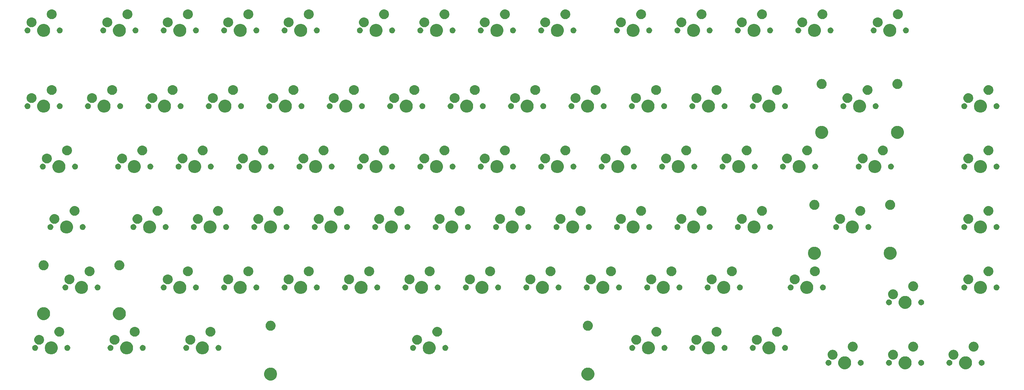
<source format=gbr>
G04 #@! TF.GenerationSoftware,KiCad,Pcbnew,(5.1.4)-1*
G04 #@! TF.CreationDate,2022-04-19T23:21:49-04:00*
G04 #@! TF.ProjectId,K-75,4b2d3735-2e6b-4696-9361-645f70636258,rev?*
G04 #@! TF.SameCoordinates,Original*
G04 #@! TF.FileFunction,Soldermask,Top*
G04 #@! TF.FilePolarity,Negative*
%FSLAX46Y46*%
G04 Gerber Fmt 4.6, Leading zero omitted, Abs format (unit mm)*
G04 Created by KiCad (PCBNEW (5.1.4)-1) date 2022-04-19 23:21:49*
%MOMM*%
%LPD*%
G04 APERTURE LIST*
%ADD10C,0.100000*%
G04 APERTURE END LIST*
D10*
G36*
X238810374Y-190565684D02*
G01*
X239028374Y-190655983D01*
X239182523Y-190719833D01*
X239517448Y-190943623D01*
X239802277Y-191228452D01*
X240026067Y-191563377D01*
X240026067Y-191563378D01*
X240180216Y-191935526D01*
X240258800Y-192330594D01*
X240258800Y-192733406D01*
X240180216Y-193128474D01*
X240089917Y-193346474D01*
X240026067Y-193500623D01*
X239802277Y-193835548D01*
X239517448Y-194120377D01*
X239182523Y-194344167D01*
X239028374Y-194408017D01*
X238810374Y-194498316D01*
X238415306Y-194576900D01*
X238012494Y-194576900D01*
X237617426Y-194498316D01*
X237399426Y-194408017D01*
X237245277Y-194344167D01*
X236910352Y-194120377D01*
X236625523Y-193835548D01*
X236401733Y-193500623D01*
X236337883Y-193346474D01*
X236247584Y-193128474D01*
X236169000Y-192733406D01*
X236169000Y-192330594D01*
X236247584Y-191935526D01*
X236401733Y-191563378D01*
X236401733Y-191563377D01*
X236625523Y-191228452D01*
X236910352Y-190943623D01*
X237245277Y-190719833D01*
X237399426Y-190655983D01*
X237617426Y-190565684D01*
X238012494Y-190487100D01*
X238415306Y-190487100D01*
X238810374Y-190565684D01*
X238810374Y-190565684D01*
G37*
G36*
X138810574Y-190565684D02*
G01*
X139028574Y-190655983D01*
X139182723Y-190719833D01*
X139517648Y-190943623D01*
X139802477Y-191228452D01*
X140026267Y-191563377D01*
X140026267Y-191563378D01*
X140180416Y-191935526D01*
X140259000Y-192330594D01*
X140259000Y-192733406D01*
X140180416Y-193128474D01*
X140090117Y-193346474D01*
X140026267Y-193500623D01*
X139802477Y-193835548D01*
X139517648Y-194120377D01*
X139182723Y-194344167D01*
X139028574Y-194408017D01*
X138810574Y-194498316D01*
X138415506Y-194576900D01*
X138012694Y-194576900D01*
X137617626Y-194498316D01*
X137399626Y-194408017D01*
X137245477Y-194344167D01*
X136910552Y-194120377D01*
X136625723Y-193835548D01*
X136401933Y-193500623D01*
X136338083Y-193346474D01*
X136247784Y-193128474D01*
X136169200Y-192733406D01*
X136169200Y-192330594D01*
X136247784Y-191935526D01*
X136401933Y-191563378D01*
X136401933Y-191563377D01*
X136625723Y-191228452D01*
X136910552Y-190943623D01*
X137245477Y-190719833D01*
X137399626Y-190655983D01*
X137617626Y-190565684D01*
X138012694Y-190487100D01*
X138415506Y-190487100D01*
X138810574Y-190565684D01*
X138810574Y-190565684D01*
G37*
G36*
X338797474Y-187009684D02*
G01*
X339015474Y-187099983D01*
X339169623Y-187163833D01*
X339504548Y-187387623D01*
X339789377Y-187672452D01*
X340013167Y-188007377D01*
X340045562Y-188085586D01*
X340167316Y-188379526D01*
X340245900Y-188774594D01*
X340245900Y-189177406D01*
X340167316Y-189572474D01*
X340116451Y-189695272D01*
X340013167Y-189944623D01*
X339789377Y-190279548D01*
X339504548Y-190564377D01*
X339169623Y-190788167D01*
X339015474Y-190852017D01*
X338797474Y-190942316D01*
X338402406Y-191020900D01*
X337999594Y-191020900D01*
X337604526Y-190942316D01*
X337386526Y-190852017D01*
X337232377Y-190788167D01*
X336897452Y-190564377D01*
X336612623Y-190279548D01*
X336388833Y-189944623D01*
X336285549Y-189695272D01*
X336234684Y-189572474D01*
X336156100Y-189177406D01*
X336156100Y-188774594D01*
X336234684Y-188379526D01*
X336356438Y-188085586D01*
X336388833Y-188007377D01*
X336612623Y-187672452D01*
X336897452Y-187387623D01*
X337232377Y-187163833D01*
X337386526Y-187099983D01*
X337604526Y-187009684D01*
X337999594Y-186931100D01*
X338402406Y-186931100D01*
X338797474Y-187009684D01*
X338797474Y-187009684D01*
G37*
G36*
X357847474Y-187009684D02*
G01*
X358065474Y-187099983D01*
X358219623Y-187163833D01*
X358554548Y-187387623D01*
X358839377Y-187672452D01*
X359063167Y-188007377D01*
X359095562Y-188085586D01*
X359217316Y-188379526D01*
X359295900Y-188774594D01*
X359295900Y-189177406D01*
X359217316Y-189572474D01*
X359166451Y-189695272D01*
X359063167Y-189944623D01*
X358839377Y-190279548D01*
X358554548Y-190564377D01*
X358219623Y-190788167D01*
X358065474Y-190852017D01*
X357847474Y-190942316D01*
X357452406Y-191020900D01*
X357049594Y-191020900D01*
X356654526Y-190942316D01*
X356436526Y-190852017D01*
X356282377Y-190788167D01*
X355947452Y-190564377D01*
X355662623Y-190279548D01*
X355438833Y-189944623D01*
X355335549Y-189695272D01*
X355284684Y-189572474D01*
X355206100Y-189177406D01*
X355206100Y-188774594D01*
X355284684Y-188379526D01*
X355406438Y-188085586D01*
X355438833Y-188007377D01*
X355662623Y-187672452D01*
X355947452Y-187387623D01*
X356282377Y-187163833D01*
X356436526Y-187099983D01*
X356654526Y-187009684D01*
X357049594Y-186931100D01*
X357452406Y-186931100D01*
X357847474Y-187009684D01*
X357847474Y-187009684D01*
G37*
G36*
X319747474Y-187009684D02*
G01*
X319965474Y-187099983D01*
X320119623Y-187163833D01*
X320454548Y-187387623D01*
X320739377Y-187672452D01*
X320963167Y-188007377D01*
X320995562Y-188085586D01*
X321117316Y-188379526D01*
X321195900Y-188774594D01*
X321195900Y-189177406D01*
X321117316Y-189572474D01*
X321066451Y-189695272D01*
X320963167Y-189944623D01*
X320739377Y-190279548D01*
X320454548Y-190564377D01*
X320119623Y-190788167D01*
X319965474Y-190852017D01*
X319747474Y-190942316D01*
X319352406Y-191020900D01*
X318949594Y-191020900D01*
X318554526Y-190942316D01*
X318336526Y-190852017D01*
X318182377Y-190788167D01*
X317847452Y-190564377D01*
X317562623Y-190279548D01*
X317338833Y-189944623D01*
X317235549Y-189695272D01*
X317184684Y-189572474D01*
X317106100Y-189177406D01*
X317106100Y-188774594D01*
X317184684Y-188379526D01*
X317306438Y-188085586D01*
X317338833Y-188007377D01*
X317562623Y-187672452D01*
X317847452Y-187387623D01*
X318182377Y-187163833D01*
X318336526Y-187099983D01*
X318554526Y-187009684D01*
X318949594Y-186931100D01*
X319352406Y-186931100D01*
X319747474Y-187009684D01*
X319747474Y-187009684D01*
G37*
G36*
X362601104Y-188085585D02*
G01*
X362769626Y-188155389D01*
X362921291Y-188256728D01*
X363050272Y-188385709D01*
X363151611Y-188537374D01*
X363221415Y-188705896D01*
X363257000Y-188884797D01*
X363257000Y-189067203D01*
X363221415Y-189246104D01*
X363151611Y-189414626D01*
X363050272Y-189566291D01*
X362921291Y-189695272D01*
X362769626Y-189796611D01*
X362601104Y-189866415D01*
X362422203Y-189902000D01*
X362239797Y-189902000D01*
X362060896Y-189866415D01*
X361892374Y-189796611D01*
X361740709Y-189695272D01*
X361611728Y-189566291D01*
X361510389Y-189414626D01*
X361440585Y-189246104D01*
X361405000Y-189067203D01*
X361405000Y-188884797D01*
X361440585Y-188705896D01*
X361510389Y-188537374D01*
X361611728Y-188385709D01*
X361740709Y-188256728D01*
X361892374Y-188155389D01*
X362060896Y-188085585D01*
X362239797Y-188050000D01*
X362422203Y-188050000D01*
X362601104Y-188085585D01*
X362601104Y-188085585D01*
G37*
G36*
X333391104Y-188085585D02*
G01*
X333559626Y-188155389D01*
X333711291Y-188256728D01*
X333840272Y-188385709D01*
X333941611Y-188537374D01*
X334011415Y-188705896D01*
X334047000Y-188884797D01*
X334047000Y-189067203D01*
X334011415Y-189246104D01*
X333941611Y-189414626D01*
X333840272Y-189566291D01*
X333711291Y-189695272D01*
X333559626Y-189796611D01*
X333391104Y-189866415D01*
X333212203Y-189902000D01*
X333029797Y-189902000D01*
X332850896Y-189866415D01*
X332682374Y-189796611D01*
X332530709Y-189695272D01*
X332401728Y-189566291D01*
X332300389Y-189414626D01*
X332230585Y-189246104D01*
X332195000Y-189067203D01*
X332195000Y-188884797D01*
X332230585Y-188705896D01*
X332300389Y-188537374D01*
X332401728Y-188385709D01*
X332530709Y-188256728D01*
X332682374Y-188155389D01*
X332850896Y-188085585D01*
X333029797Y-188050000D01*
X333212203Y-188050000D01*
X333391104Y-188085585D01*
X333391104Y-188085585D01*
G37*
G36*
X343551104Y-188085585D02*
G01*
X343719626Y-188155389D01*
X343871291Y-188256728D01*
X344000272Y-188385709D01*
X344101611Y-188537374D01*
X344171415Y-188705896D01*
X344207000Y-188884797D01*
X344207000Y-189067203D01*
X344171415Y-189246104D01*
X344101611Y-189414626D01*
X344000272Y-189566291D01*
X343871291Y-189695272D01*
X343719626Y-189796611D01*
X343551104Y-189866415D01*
X343372203Y-189902000D01*
X343189797Y-189902000D01*
X343010896Y-189866415D01*
X342842374Y-189796611D01*
X342690709Y-189695272D01*
X342561728Y-189566291D01*
X342460389Y-189414626D01*
X342390585Y-189246104D01*
X342355000Y-189067203D01*
X342355000Y-188884797D01*
X342390585Y-188705896D01*
X342460389Y-188537374D01*
X342561728Y-188385709D01*
X342690709Y-188256728D01*
X342842374Y-188155389D01*
X343010896Y-188085585D01*
X343189797Y-188050000D01*
X343372203Y-188050000D01*
X343551104Y-188085585D01*
X343551104Y-188085585D01*
G37*
G36*
X314341104Y-188085585D02*
G01*
X314509626Y-188155389D01*
X314661291Y-188256728D01*
X314790272Y-188385709D01*
X314891611Y-188537374D01*
X314961415Y-188705896D01*
X314997000Y-188884797D01*
X314997000Y-189067203D01*
X314961415Y-189246104D01*
X314891611Y-189414626D01*
X314790272Y-189566291D01*
X314661291Y-189695272D01*
X314509626Y-189796611D01*
X314341104Y-189866415D01*
X314162203Y-189902000D01*
X313979797Y-189902000D01*
X313800896Y-189866415D01*
X313632374Y-189796611D01*
X313480709Y-189695272D01*
X313351728Y-189566291D01*
X313250389Y-189414626D01*
X313180585Y-189246104D01*
X313145000Y-189067203D01*
X313145000Y-188884797D01*
X313180585Y-188705896D01*
X313250389Y-188537374D01*
X313351728Y-188385709D01*
X313480709Y-188256728D01*
X313632374Y-188155389D01*
X313800896Y-188085585D01*
X313979797Y-188050000D01*
X314162203Y-188050000D01*
X314341104Y-188085585D01*
X314341104Y-188085585D01*
G37*
G36*
X324501104Y-188085585D02*
G01*
X324669626Y-188155389D01*
X324821291Y-188256728D01*
X324950272Y-188385709D01*
X325051611Y-188537374D01*
X325121415Y-188705896D01*
X325157000Y-188884797D01*
X325157000Y-189067203D01*
X325121415Y-189246104D01*
X325051611Y-189414626D01*
X324950272Y-189566291D01*
X324821291Y-189695272D01*
X324669626Y-189796611D01*
X324501104Y-189866415D01*
X324322203Y-189902000D01*
X324139797Y-189902000D01*
X323960896Y-189866415D01*
X323792374Y-189796611D01*
X323640709Y-189695272D01*
X323511728Y-189566291D01*
X323410389Y-189414626D01*
X323340585Y-189246104D01*
X323305000Y-189067203D01*
X323305000Y-188884797D01*
X323340585Y-188705896D01*
X323410389Y-188537374D01*
X323511728Y-188385709D01*
X323640709Y-188256728D01*
X323792374Y-188155389D01*
X323960896Y-188085585D01*
X324139797Y-188050000D01*
X324322203Y-188050000D01*
X324501104Y-188085585D01*
X324501104Y-188085585D01*
G37*
G36*
X352441104Y-188085585D02*
G01*
X352609626Y-188155389D01*
X352761291Y-188256728D01*
X352890272Y-188385709D01*
X352991611Y-188537374D01*
X353061415Y-188705896D01*
X353097000Y-188884797D01*
X353097000Y-189067203D01*
X353061415Y-189246104D01*
X352991611Y-189414626D01*
X352890272Y-189566291D01*
X352761291Y-189695272D01*
X352609626Y-189796611D01*
X352441104Y-189866415D01*
X352262203Y-189902000D01*
X352079797Y-189902000D01*
X351900896Y-189866415D01*
X351732374Y-189796611D01*
X351580709Y-189695272D01*
X351451728Y-189566291D01*
X351350389Y-189414626D01*
X351280585Y-189246104D01*
X351245000Y-189067203D01*
X351245000Y-188884797D01*
X351280585Y-188705896D01*
X351350389Y-188537374D01*
X351451728Y-188385709D01*
X351580709Y-188256728D01*
X351732374Y-188155389D01*
X351900896Y-188085585D01*
X352079797Y-188050000D01*
X352262203Y-188050000D01*
X352441104Y-188085585D01*
X352441104Y-188085585D01*
G37*
G36*
X315643585Y-184914802D02*
G01*
X315793410Y-184944604D01*
X316075674Y-185061521D01*
X316329705Y-185231259D01*
X316545741Y-185447295D01*
X316715479Y-185701326D01*
X316832396Y-185983590D01*
X316862198Y-186133415D01*
X316884059Y-186243315D01*
X316892000Y-186283240D01*
X316892000Y-186588760D01*
X316832396Y-186888410D01*
X316715479Y-187170674D01*
X316545741Y-187424705D01*
X316329705Y-187640741D01*
X316075674Y-187810479D01*
X315793410Y-187927396D01*
X315643585Y-187957198D01*
X315493761Y-187987000D01*
X315188239Y-187987000D01*
X315038415Y-187957198D01*
X314888590Y-187927396D01*
X314606326Y-187810479D01*
X314352295Y-187640741D01*
X314136259Y-187424705D01*
X313966521Y-187170674D01*
X313849604Y-186888410D01*
X313790000Y-186588760D01*
X313790000Y-186283240D01*
X313797942Y-186243315D01*
X313819802Y-186133415D01*
X313849604Y-185983590D01*
X313966521Y-185701326D01*
X314136259Y-185447295D01*
X314352295Y-185231259D01*
X314606326Y-185061521D01*
X314888590Y-184944604D01*
X315038415Y-184914802D01*
X315188239Y-184885000D01*
X315493761Y-184885000D01*
X315643585Y-184914802D01*
X315643585Y-184914802D01*
G37*
G36*
X353743585Y-184914802D02*
G01*
X353893410Y-184944604D01*
X354175674Y-185061521D01*
X354429705Y-185231259D01*
X354645741Y-185447295D01*
X354815479Y-185701326D01*
X354932396Y-185983590D01*
X354962198Y-186133415D01*
X354984059Y-186243315D01*
X354992000Y-186283240D01*
X354992000Y-186588760D01*
X354932396Y-186888410D01*
X354815479Y-187170674D01*
X354645741Y-187424705D01*
X354429705Y-187640741D01*
X354175674Y-187810479D01*
X353893410Y-187927396D01*
X353743585Y-187957198D01*
X353593761Y-187987000D01*
X353288239Y-187987000D01*
X353138415Y-187957198D01*
X352988590Y-187927396D01*
X352706326Y-187810479D01*
X352452295Y-187640741D01*
X352236259Y-187424705D01*
X352066521Y-187170674D01*
X351949604Y-186888410D01*
X351890000Y-186588760D01*
X351890000Y-186283240D01*
X351897942Y-186243315D01*
X351919802Y-186133415D01*
X351949604Y-185983590D01*
X352066521Y-185701326D01*
X352236259Y-185447295D01*
X352452295Y-185231259D01*
X352706326Y-185061521D01*
X352988590Y-184944604D01*
X353138415Y-184914802D01*
X353288239Y-184885000D01*
X353593761Y-184885000D01*
X353743585Y-184914802D01*
X353743585Y-184914802D01*
G37*
G36*
X334693585Y-184914802D02*
G01*
X334843410Y-184944604D01*
X335125674Y-185061521D01*
X335379705Y-185231259D01*
X335595741Y-185447295D01*
X335765479Y-185701326D01*
X335882396Y-185983590D01*
X335912198Y-186133415D01*
X335934059Y-186243315D01*
X335942000Y-186283240D01*
X335942000Y-186588760D01*
X335882396Y-186888410D01*
X335765479Y-187170674D01*
X335595741Y-187424705D01*
X335379705Y-187640741D01*
X335125674Y-187810479D01*
X334843410Y-187927396D01*
X334693585Y-187957198D01*
X334543761Y-187987000D01*
X334238239Y-187987000D01*
X334088415Y-187957198D01*
X333938590Y-187927396D01*
X333656326Y-187810479D01*
X333402295Y-187640741D01*
X333186259Y-187424705D01*
X333016521Y-187170674D01*
X332899604Y-186888410D01*
X332840000Y-186588760D01*
X332840000Y-186283240D01*
X332847942Y-186243315D01*
X332869802Y-186133415D01*
X332899604Y-185983590D01*
X333016521Y-185701326D01*
X333186259Y-185447295D01*
X333402295Y-185231259D01*
X333656326Y-185061521D01*
X333938590Y-184944604D01*
X334088415Y-184914802D01*
X334238239Y-184885000D01*
X334543761Y-184885000D01*
X334693585Y-184914802D01*
X334693585Y-184914802D01*
G37*
G36*
X69684474Y-182310684D02*
G01*
X69902474Y-182400983D01*
X70056623Y-182464833D01*
X70391548Y-182688623D01*
X70676377Y-182973452D01*
X70900167Y-183308377D01*
X70932562Y-183386586D01*
X71054316Y-183680526D01*
X71132900Y-184075594D01*
X71132900Y-184478406D01*
X71054316Y-184873474D01*
X71003451Y-184996272D01*
X70900167Y-185245623D01*
X70676377Y-185580548D01*
X70391548Y-185865377D01*
X70056623Y-186089167D01*
X69902474Y-186153017D01*
X69684474Y-186243316D01*
X69289406Y-186321900D01*
X68886594Y-186321900D01*
X68491526Y-186243316D01*
X68273526Y-186153017D01*
X68119377Y-186089167D01*
X67784452Y-185865377D01*
X67499623Y-185580548D01*
X67275833Y-185245623D01*
X67172549Y-184996272D01*
X67121684Y-184873474D01*
X67043100Y-184478406D01*
X67043100Y-184075594D01*
X67121684Y-183680526D01*
X67243438Y-183386586D01*
X67275833Y-183308377D01*
X67499623Y-182973452D01*
X67784452Y-182688623D01*
X68119377Y-182464833D01*
X68273526Y-182400983D01*
X68491526Y-182310684D01*
X68886594Y-182232100D01*
X69289406Y-182232100D01*
X69684474Y-182310684D01*
X69684474Y-182310684D01*
G37*
G36*
X93433474Y-182310684D02*
G01*
X93651474Y-182400983D01*
X93805623Y-182464833D01*
X94140548Y-182688623D01*
X94425377Y-182973452D01*
X94649167Y-183308377D01*
X94681562Y-183386586D01*
X94803316Y-183680526D01*
X94881900Y-184075594D01*
X94881900Y-184478406D01*
X94803316Y-184873474D01*
X94752451Y-184996272D01*
X94649167Y-185245623D01*
X94425377Y-185580548D01*
X94140548Y-185865377D01*
X93805623Y-186089167D01*
X93651474Y-186153017D01*
X93433474Y-186243316D01*
X93038406Y-186321900D01*
X92635594Y-186321900D01*
X92240526Y-186243316D01*
X92022526Y-186153017D01*
X91868377Y-186089167D01*
X91533452Y-185865377D01*
X91248623Y-185580548D01*
X91024833Y-185245623D01*
X90921549Y-184996272D01*
X90870684Y-184873474D01*
X90792100Y-184478406D01*
X90792100Y-184075594D01*
X90870684Y-183680526D01*
X90992438Y-183386586D01*
X91024833Y-183308377D01*
X91248623Y-182973452D01*
X91533452Y-182688623D01*
X91868377Y-182464833D01*
X92022526Y-182400983D01*
X92240526Y-182310684D01*
X92635594Y-182232100D01*
X93038406Y-182232100D01*
X93433474Y-182310684D01*
X93433474Y-182310684D01*
G37*
G36*
X188810474Y-182310684D02*
G01*
X189028474Y-182400983D01*
X189182623Y-182464833D01*
X189517548Y-182688623D01*
X189802377Y-182973452D01*
X190026167Y-183308377D01*
X190058562Y-183386586D01*
X190180316Y-183680526D01*
X190258900Y-184075594D01*
X190258900Y-184478406D01*
X190180316Y-184873474D01*
X190129451Y-184996272D01*
X190026167Y-185245623D01*
X189802377Y-185580548D01*
X189517548Y-185865377D01*
X189182623Y-186089167D01*
X189028474Y-186153017D01*
X188810474Y-186243316D01*
X188415406Y-186321900D01*
X188012594Y-186321900D01*
X187617526Y-186243316D01*
X187399526Y-186153017D01*
X187245377Y-186089167D01*
X186910452Y-185865377D01*
X186625623Y-185580548D01*
X186401833Y-185245623D01*
X186298549Y-184996272D01*
X186247684Y-184873474D01*
X186169100Y-184478406D01*
X186169100Y-184075594D01*
X186247684Y-183680526D01*
X186369438Y-183386586D01*
X186401833Y-183308377D01*
X186625623Y-182973452D01*
X186910452Y-182688623D01*
X187245377Y-182464833D01*
X187399526Y-182400983D01*
X187617526Y-182310684D01*
X188012594Y-182232100D01*
X188415406Y-182232100D01*
X188810474Y-182310684D01*
X188810474Y-182310684D01*
G37*
G36*
X276821474Y-182310684D02*
G01*
X277039474Y-182400983D01*
X277193623Y-182464833D01*
X277528548Y-182688623D01*
X277813377Y-182973452D01*
X278037167Y-183308377D01*
X278069562Y-183386586D01*
X278191316Y-183680526D01*
X278269900Y-184075594D01*
X278269900Y-184478406D01*
X278191316Y-184873474D01*
X278140451Y-184996272D01*
X278037167Y-185245623D01*
X277813377Y-185580548D01*
X277528548Y-185865377D01*
X277193623Y-186089167D01*
X277039474Y-186153017D01*
X276821474Y-186243316D01*
X276426406Y-186321900D01*
X276023594Y-186321900D01*
X275628526Y-186243316D01*
X275410526Y-186153017D01*
X275256377Y-186089167D01*
X274921452Y-185865377D01*
X274636623Y-185580548D01*
X274412833Y-185245623D01*
X274309549Y-184996272D01*
X274258684Y-184873474D01*
X274180100Y-184478406D01*
X274180100Y-184075594D01*
X274258684Y-183680526D01*
X274380438Y-183386586D01*
X274412833Y-183308377D01*
X274636623Y-182973452D01*
X274921452Y-182688623D01*
X275256377Y-182464833D01*
X275410526Y-182400983D01*
X275628526Y-182310684D01*
X276023594Y-182232100D01*
X276426406Y-182232100D01*
X276821474Y-182310684D01*
X276821474Y-182310684D01*
G37*
G36*
X257898474Y-182310684D02*
G01*
X258116474Y-182400983D01*
X258270623Y-182464833D01*
X258605548Y-182688623D01*
X258890377Y-182973452D01*
X259114167Y-183308377D01*
X259146562Y-183386586D01*
X259268316Y-183680526D01*
X259346900Y-184075594D01*
X259346900Y-184478406D01*
X259268316Y-184873474D01*
X259217451Y-184996272D01*
X259114167Y-185245623D01*
X258890377Y-185580548D01*
X258605548Y-185865377D01*
X258270623Y-186089167D01*
X258116474Y-186153017D01*
X257898474Y-186243316D01*
X257503406Y-186321900D01*
X257100594Y-186321900D01*
X256705526Y-186243316D01*
X256487526Y-186153017D01*
X256333377Y-186089167D01*
X255998452Y-185865377D01*
X255713623Y-185580548D01*
X255489833Y-185245623D01*
X255386549Y-184996272D01*
X255335684Y-184873474D01*
X255257100Y-184478406D01*
X255257100Y-184075594D01*
X255335684Y-183680526D01*
X255457438Y-183386586D01*
X255489833Y-183308377D01*
X255713623Y-182973452D01*
X255998452Y-182688623D01*
X256333377Y-182464833D01*
X256487526Y-182400983D01*
X256705526Y-182310684D01*
X257100594Y-182232100D01*
X257503406Y-182232100D01*
X257898474Y-182310684D01*
X257898474Y-182310684D01*
G37*
G36*
X117309474Y-182310684D02*
G01*
X117527474Y-182400983D01*
X117681623Y-182464833D01*
X118016548Y-182688623D01*
X118301377Y-182973452D01*
X118525167Y-183308377D01*
X118557562Y-183386586D01*
X118679316Y-183680526D01*
X118757900Y-184075594D01*
X118757900Y-184478406D01*
X118679316Y-184873474D01*
X118628451Y-184996272D01*
X118525167Y-185245623D01*
X118301377Y-185580548D01*
X118016548Y-185865377D01*
X117681623Y-186089167D01*
X117527474Y-186153017D01*
X117309474Y-186243316D01*
X116914406Y-186321900D01*
X116511594Y-186321900D01*
X116116526Y-186243316D01*
X115898526Y-186153017D01*
X115744377Y-186089167D01*
X115409452Y-185865377D01*
X115124623Y-185580548D01*
X114900833Y-185245623D01*
X114797549Y-184996272D01*
X114746684Y-184873474D01*
X114668100Y-184478406D01*
X114668100Y-184075594D01*
X114746684Y-183680526D01*
X114868438Y-183386586D01*
X114900833Y-183308377D01*
X115124623Y-182973452D01*
X115409452Y-182688623D01*
X115744377Y-182464833D01*
X115898526Y-182400983D01*
X116116526Y-182310684D01*
X116511594Y-182232100D01*
X116914406Y-182232100D01*
X117309474Y-182310684D01*
X117309474Y-182310684D01*
G37*
G36*
X295871474Y-182310684D02*
G01*
X296089474Y-182400983D01*
X296243623Y-182464833D01*
X296578548Y-182688623D01*
X296863377Y-182973452D01*
X297087167Y-183308377D01*
X297119562Y-183386586D01*
X297241316Y-183680526D01*
X297319900Y-184075594D01*
X297319900Y-184478406D01*
X297241316Y-184873474D01*
X297190451Y-184996272D01*
X297087167Y-185245623D01*
X296863377Y-185580548D01*
X296578548Y-185865377D01*
X296243623Y-186089167D01*
X296089474Y-186153017D01*
X295871474Y-186243316D01*
X295476406Y-186321900D01*
X295073594Y-186321900D01*
X294678526Y-186243316D01*
X294460526Y-186153017D01*
X294306377Y-186089167D01*
X293971452Y-185865377D01*
X293686623Y-185580548D01*
X293462833Y-185245623D01*
X293359549Y-184996272D01*
X293308684Y-184873474D01*
X293230100Y-184478406D01*
X293230100Y-184075594D01*
X293308684Y-183680526D01*
X293430438Y-183386586D01*
X293462833Y-183308377D01*
X293686623Y-182973452D01*
X293971452Y-182688623D01*
X294306377Y-182464833D01*
X294460526Y-182400983D01*
X294678526Y-182310684D01*
X295073594Y-182232100D01*
X295476406Y-182232100D01*
X295871474Y-182310684D01*
X295871474Y-182310684D01*
G37*
G36*
X341043585Y-182374802D02*
G01*
X341193410Y-182404604D01*
X341475674Y-182521521D01*
X341729705Y-182691259D01*
X341945741Y-182907295D01*
X342115479Y-183161326D01*
X342208784Y-183386586D01*
X342232396Y-183443591D01*
X342292000Y-183743239D01*
X342292000Y-184048761D01*
X342286662Y-184075595D01*
X342232396Y-184348410D01*
X342115479Y-184630674D01*
X341945741Y-184884705D01*
X341729705Y-185100741D01*
X341475674Y-185270479D01*
X341193410Y-185387396D01*
X341043585Y-185417198D01*
X340893761Y-185447000D01*
X340588239Y-185447000D01*
X340438415Y-185417198D01*
X340288590Y-185387396D01*
X340006326Y-185270479D01*
X339752295Y-185100741D01*
X339536259Y-184884705D01*
X339366521Y-184630674D01*
X339249604Y-184348410D01*
X339195338Y-184075595D01*
X339190000Y-184048761D01*
X339190000Y-183743239D01*
X339249604Y-183443591D01*
X339273216Y-183386586D01*
X339366521Y-183161326D01*
X339536259Y-182907295D01*
X339752295Y-182691259D01*
X340006326Y-182521521D01*
X340288590Y-182404604D01*
X340438415Y-182374802D01*
X340588239Y-182345000D01*
X340893761Y-182345000D01*
X341043585Y-182374802D01*
X341043585Y-182374802D01*
G37*
G36*
X360093585Y-182374802D02*
G01*
X360243410Y-182404604D01*
X360525674Y-182521521D01*
X360779705Y-182691259D01*
X360995741Y-182907295D01*
X361165479Y-183161326D01*
X361258784Y-183386586D01*
X361282396Y-183443591D01*
X361342000Y-183743239D01*
X361342000Y-184048761D01*
X361336662Y-184075595D01*
X361282396Y-184348410D01*
X361165479Y-184630674D01*
X360995741Y-184884705D01*
X360779705Y-185100741D01*
X360525674Y-185270479D01*
X360243410Y-185387396D01*
X360093585Y-185417198D01*
X359943761Y-185447000D01*
X359638239Y-185447000D01*
X359488415Y-185417198D01*
X359338590Y-185387396D01*
X359056326Y-185270479D01*
X358802295Y-185100741D01*
X358586259Y-184884705D01*
X358416521Y-184630674D01*
X358299604Y-184348410D01*
X358245338Y-184075595D01*
X358240000Y-184048761D01*
X358240000Y-183743239D01*
X358299604Y-183443591D01*
X358323216Y-183386586D01*
X358416521Y-183161326D01*
X358586259Y-182907295D01*
X358802295Y-182691259D01*
X359056326Y-182521521D01*
X359338590Y-182404604D01*
X359488415Y-182374802D01*
X359638239Y-182345000D01*
X359943761Y-182345000D01*
X360093585Y-182374802D01*
X360093585Y-182374802D01*
G37*
G36*
X321993585Y-182374802D02*
G01*
X322143410Y-182404604D01*
X322425674Y-182521521D01*
X322679705Y-182691259D01*
X322895741Y-182907295D01*
X323065479Y-183161326D01*
X323158784Y-183386586D01*
X323182396Y-183443591D01*
X323242000Y-183743239D01*
X323242000Y-184048761D01*
X323236662Y-184075595D01*
X323182396Y-184348410D01*
X323065479Y-184630674D01*
X322895741Y-184884705D01*
X322679705Y-185100741D01*
X322425674Y-185270479D01*
X322143410Y-185387396D01*
X321993585Y-185417198D01*
X321843761Y-185447000D01*
X321538239Y-185447000D01*
X321388415Y-185417198D01*
X321238590Y-185387396D01*
X320956326Y-185270479D01*
X320702295Y-185100741D01*
X320486259Y-184884705D01*
X320316521Y-184630674D01*
X320199604Y-184348410D01*
X320145338Y-184075595D01*
X320140000Y-184048761D01*
X320140000Y-183743239D01*
X320199604Y-183443591D01*
X320223216Y-183386586D01*
X320316521Y-183161326D01*
X320486259Y-182907295D01*
X320702295Y-182691259D01*
X320956326Y-182521521D01*
X321238590Y-182404604D01*
X321388415Y-182374802D01*
X321538239Y-182345000D01*
X321843761Y-182345000D01*
X321993585Y-182374802D01*
X321993585Y-182374802D01*
G37*
G36*
X111903104Y-183386585D02*
G01*
X112071626Y-183456389D01*
X112223291Y-183557728D01*
X112352272Y-183686709D01*
X112453611Y-183838374D01*
X112523415Y-184006896D01*
X112559000Y-184185797D01*
X112559000Y-184368203D01*
X112523415Y-184547104D01*
X112453611Y-184715626D01*
X112352272Y-184867291D01*
X112223291Y-184996272D01*
X112071626Y-185097611D01*
X111903104Y-185167415D01*
X111724203Y-185203000D01*
X111541797Y-185203000D01*
X111362896Y-185167415D01*
X111194374Y-185097611D01*
X111042709Y-184996272D01*
X110913728Y-184867291D01*
X110812389Y-184715626D01*
X110742585Y-184547104D01*
X110707000Y-184368203D01*
X110707000Y-184185797D01*
X110742585Y-184006896D01*
X110812389Y-183838374D01*
X110913728Y-183686709D01*
X111042709Y-183557728D01*
X111194374Y-183456389D01*
X111362896Y-183386585D01*
X111541797Y-183351000D01*
X111724203Y-183351000D01*
X111903104Y-183386585D01*
X111903104Y-183386585D01*
G37*
G36*
X193564104Y-183386585D02*
G01*
X193732626Y-183456389D01*
X193884291Y-183557728D01*
X194013272Y-183686709D01*
X194114611Y-183838374D01*
X194184415Y-184006896D01*
X194220000Y-184185797D01*
X194220000Y-184368203D01*
X194184415Y-184547104D01*
X194114611Y-184715626D01*
X194013272Y-184867291D01*
X193884291Y-184996272D01*
X193732626Y-185097611D01*
X193564104Y-185167415D01*
X193385203Y-185203000D01*
X193202797Y-185203000D01*
X193023896Y-185167415D01*
X192855374Y-185097611D01*
X192703709Y-184996272D01*
X192574728Y-184867291D01*
X192473389Y-184715626D01*
X192403585Y-184547104D01*
X192368000Y-184368203D01*
X192368000Y-184185797D01*
X192403585Y-184006896D01*
X192473389Y-183838374D01*
X192574728Y-183686709D01*
X192703709Y-183557728D01*
X192855374Y-183456389D01*
X193023896Y-183386585D01*
X193202797Y-183351000D01*
X193385203Y-183351000D01*
X193564104Y-183386585D01*
X193564104Y-183386585D01*
G37*
G36*
X183404104Y-183386585D02*
G01*
X183572626Y-183456389D01*
X183724291Y-183557728D01*
X183853272Y-183686709D01*
X183954611Y-183838374D01*
X184024415Y-184006896D01*
X184060000Y-184185797D01*
X184060000Y-184368203D01*
X184024415Y-184547104D01*
X183954611Y-184715626D01*
X183853272Y-184867291D01*
X183724291Y-184996272D01*
X183572626Y-185097611D01*
X183404104Y-185167415D01*
X183225203Y-185203000D01*
X183042797Y-185203000D01*
X182863896Y-185167415D01*
X182695374Y-185097611D01*
X182543709Y-184996272D01*
X182414728Y-184867291D01*
X182313389Y-184715626D01*
X182243585Y-184547104D01*
X182208000Y-184368203D01*
X182208000Y-184185797D01*
X182243585Y-184006896D01*
X182313389Y-183838374D01*
X182414728Y-183686709D01*
X182543709Y-183557728D01*
X182695374Y-183456389D01*
X182863896Y-183386585D01*
X183042797Y-183351000D01*
X183225203Y-183351000D01*
X183404104Y-183386585D01*
X183404104Y-183386585D01*
G37*
G36*
X98187104Y-183386585D02*
G01*
X98355626Y-183456389D01*
X98507291Y-183557728D01*
X98636272Y-183686709D01*
X98737611Y-183838374D01*
X98807415Y-184006896D01*
X98843000Y-184185797D01*
X98843000Y-184368203D01*
X98807415Y-184547104D01*
X98737611Y-184715626D01*
X98636272Y-184867291D01*
X98507291Y-184996272D01*
X98355626Y-185097611D01*
X98187104Y-185167415D01*
X98008203Y-185203000D01*
X97825797Y-185203000D01*
X97646896Y-185167415D01*
X97478374Y-185097611D01*
X97326709Y-184996272D01*
X97197728Y-184867291D01*
X97096389Y-184715626D01*
X97026585Y-184547104D01*
X96991000Y-184368203D01*
X96991000Y-184185797D01*
X97026585Y-184006896D01*
X97096389Y-183838374D01*
X97197728Y-183686709D01*
X97326709Y-183557728D01*
X97478374Y-183456389D01*
X97646896Y-183386585D01*
X97825797Y-183351000D01*
X98008203Y-183351000D01*
X98187104Y-183386585D01*
X98187104Y-183386585D01*
G37*
G36*
X300625104Y-183386585D02*
G01*
X300793626Y-183456389D01*
X300945291Y-183557728D01*
X301074272Y-183686709D01*
X301175611Y-183838374D01*
X301245415Y-184006896D01*
X301281000Y-184185797D01*
X301281000Y-184368203D01*
X301245415Y-184547104D01*
X301175611Y-184715626D01*
X301074272Y-184867291D01*
X300945291Y-184996272D01*
X300793626Y-185097611D01*
X300625104Y-185167415D01*
X300446203Y-185203000D01*
X300263797Y-185203000D01*
X300084896Y-185167415D01*
X299916374Y-185097611D01*
X299764709Y-184996272D01*
X299635728Y-184867291D01*
X299534389Y-184715626D01*
X299464585Y-184547104D01*
X299429000Y-184368203D01*
X299429000Y-184185797D01*
X299464585Y-184006896D01*
X299534389Y-183838374D01*
X299635728Y-183686709D01*
X299764709Y-183557728D01*
X299916374Y-183456389D01*
X300084896Y-183386585D01*
X300263797Y-183351000D01*
X300446203Y-183351000D01*
X300625104Y-183386585D01*
X300625104Y-183386585D01*
G37*
G36*
X290465104Y-183386585D02*
G01*
X290633626Y-183456389D01*
X290785291Y-183557728D01*
X290914272Y-183686709D01*
X291015611Y-183838374D01*
X291085415Y-184006896D01*
X291121000Y-184185797D01*
X291121000Y-184368203D01*
X291085415Y-184547104D01*
X291015611Y-184715626D01*
X290914272Y-184867291D01*
X290785291Y-184996272D01*
X290633626Y-185097611D01*
X290465104Y-185167415D01*
X290286203Y-185203000D01*
X290103797Y-185203000D01*
X289924896Y-185167415D01*
X289756374Y-185097611D01*
X289604709Y-184996272D01*
X289475728Y-184867291D01*
X289374389Y-184715626D01*
X289304585Y-184547104D01*
X289269000Y-184368203D01*
X289269000Y-184185797D01*
X289304585Y-184006896D01*
X289374389Y-183838374D01*
X289475728Y-183686709D01*
X289604709Y-183557728D01*
X289756374Y-183456389D01*
X289924896Y-183386585D01*
X290103797Y-183351000D01*
X290286203Y-183351000D01*
X290465104Y-183386585D01*
X290465104Y-183386585D01*
G37*
G36*
X262652104Y-183386585D02*
G01*
X262820626Y-183456389D01*
X262972291Y-183557728D01*
X263101272Y-183686709D01*
X263202611Y-183838374D01*
X263272415Y-184006896D01*
X263308000Y-184185797D01*
X263308000Y-184368203D01*
X263272415Y-184547104D01*
X263202611Y-184715626D01*
X263101272Y-184867291D01*
X262972291Y-184996272D01*
X262820626Y-185097611D01*
X262652104Y-185167415D01*
X262473203Y-185203000D01*
X262290797Y-185203000D01*
X262111896Y-185167415D01*
X261943374Y-185097611D01*
X261791709Y-184996272D01*
X261662728Y-184867291D01*
X261561389Y-184715626D01*
X261491585Y-184547104D01*
X261456000Y-184368203D01*
X261456000Y-184185797D01*
X261491585Y-184006896D01*
X261561389Y-183838374D01*
X261662728Y-183686709D01*
X261791709Y-183557728D01*
X261943374Y-183456389D01*
X262111896Y-183386585D01*
X262290797Y-183351000D01*
X262473203Y-183351000D01*
X262652104Y-183386585D01*
X262652104Y-183386585D01*
G37*
G36*
X74438104Y-183386585D02*
G01*
X74606626Y-183456389D01*
X74758291Y-183557728D01*
X74887272Y-183686709D01*
X74988611Y-183838374D01*
X75058415Y-184006896D01*
X75094000Y-184185797D01*
X75094000Y-184368203D01*
X75058415Y-184547104D01*
X74988611Y-184715626D01*
X74887272Y-184867291D01*
X74758291Y-184996272D01*
X74606626Y-185097611D01*
X74438104Y-185167415D01*
X74259203Y-185203000D01*
X74076797Y-185203000D01*
X73897896Y-185167415D01*
X73729374Y-185097611D01*
X73577709Y-184996272D01*
X73448728Y-184867291D01*
X73347389Y-184715626D01*
X73277585Y-184547104D01*
X73242000Y-184368203D01*
X73242000Y-184185797D01*
X73277585Y-184006896D01*
X73347389Y-183838374D01*
X73448728Y-183686709D01*
X73577709Y-183557728D01*
X73729374Y-183456389D01*
X73897896Y-183386585D01*
X74076797Y-183351000D01*
X74259203Y-183351000D01*
X74438104Y-183386585D01*
X74438104Y-183386585D01*
G37*
G36*
X64278104Y-183386585D02*
G01*
X64446626Y-183456389D01*
X64598291Y-183557728D01*
X64727272Y-183686709D01*
X64828611Y-183838374D01*
X64898415Y-184006896D01*
X64934000Y-184185797D01*
X64934000Y-184368203D01*
X64898415Y-184547104D01*
X64828611Y-184715626D01*
X64727272Y-184867291D01*
X64598291Y-184996272D01*
X64446626Y-185097611D01*
X64278104Y-185167415D01*
X64099203Y-185203000D01*
X63916797Y-185203000D01*
X63737896Y-185167415D01*
X63569374Y-185097611D01*
X63417709Y-184996272D01*
X63288728Y-184867291D01*
X63187389Y-184715626D01*
X63117585Y-184547104D01*
X63082000Y-184368203D01*
X63082000Y-184185797D01*
X63117585Y-184006896D01*
X63187389Y-183838374D01*
X63288728Y-183686709D01*
X63417709Y-183557728D01*
X63569374Y-183456389D01*
X63737896Y-183386585D01*
X63916797Y-183351000D01*
X64099203Y-183351000D01*
X64278104Y-183386585D01*
X64278104Y-183386585D01*
G37*
G36*
X122063104Y-183386585D02*
G01*
X122231626Y-183456389D01*
X122383291Y-183557728D01*
X122512272Y-183686709D01*
X122613611Y-183838374D01*
X122683415Y-184006896D01*
X122719000Y-184185797D01*
X122719000Y-184368203D01*
X122683415Y-184547104D01*
X122613611Y-184715626D01*
X122512272Y-184867291D01*
X122383291Y-184996272D01*
X122231626Y-185097611D01*
X122063104Y-185167415D01*
X121884203Y-185203000D01*
X121701797Y-185203000D01*
X121522896Y-185167415D01*
X121354374Y-185097611D01*
X121202709Y-184996272D01*
X121073728Y-184867291D01*
X120972389Y-184715626D01*
X120902585Y-184547104D01*
X120867000Y-184368203D01*
X120867000Y-184185797D01*
X120902585Y-184006896D01*
X120972389Y-183838374D01*
X121073728Y-183686709D01*
X121202709Y-183557728D01*
X121354374Y-183456389D01*
X121522896Y-183386585D01*
X121701797Y-183351000D01*
X121884203Y-183351000D01*
X122063104Y-183386585D01*
X122063104Y-183386585D01*
G37*
G36*
X88027104Y-183386585D02*
G01*
X88195626Y-183456389D01*
X88347291Y-183557728D01*
X88476272Y-183686709D01*
X88577611Y-183838374D01*
X88647415Y-184006896D01*
X88683000Y-184185797D01*
X88683000Y-184368203D01*
X88647415Y-184547104D01*
X88577611Y-184715626D01*
X88476272Y-184867291D01*
X88347291Y-184996272D01*
X88195626Y-185097611D01*
X88027104Y-185167415D01*
X87848203Y-185203000D01*
X87665797Y-185203000D01*
X87486896Y-185167415D01*
X87318374Y-185097611D01*
X87166709Y-184996272D01*
X87037728Y-184867291D01*
X86936389Y-184715626D01*
X86866585Y-184547104D01*
X86831000Y-184368203D01*
X86831000Y-184185797D01*
X86866585Y-184006896D01*
X86936389Y-183838374D01*
X87037728Y-183686709D01*
X87166709Y-183557728D01*
X87318374Y-183456389D01*
X87486896Y-183386585D01*
X87665797Y-183351000D01*
X87848203Y-183351000D01*
X88027104Y-183386585D01*
X88027104Y-183386585D01*
G37*
G36*
X281575104Y-183386585D02*
G01*
X281743626Y-183456389D01*
X281895291Y-183557728D01*
X282024272Y-183686709D01*
X282125611Y-183838374D01*
X282195415Y-184006896D01*
X282231000Y-184185797D01*
X282231000Y-184368203D01*
X282195415Y-184547104D01*
X282125611Y-184715626D01*
X282024272Y-184867291D01*
X281895291Y-184996272D01*
X281743626Y-185097611D01*
X281575104Y-185167415D01*
X281396203Y-185203000D01*
X281213797Y-185203000D01*
X281034896Y-185167415D01*
X280866374Y-185097611D01*
X280714709Y-184996272D01*
X280585728Y-184867291D01*
X280484389Y-184715626D01*
X280414585Y-184547104D01*
X280379000Y-184368203D01*
X280379000Y-184185797D01*
X280414585Y-184006896D01*
X280484389Y-183838374D01*
X280585728Y-183686709D01*
X280714709Y-183557728D01*
X280866374Y-183456389D01*
X281034896Y-183386585D01*
X281213797Y-183351000D01*
X281396203Y-183351000D01*
X281575104Y-183386585D01*
X281575104Y-183386585D01*
G37*
G36*
X271415104Y-183386585D02*
G01*
X271583626Y-183456389D01*
X271735291Y-183557728D01*
X271864272Y-183686709D01*
X271965611Y-183838374D01*
X272035415Y-184006896D01*
X272071000Y-184185797D01*
X272071000Y-184368203D01*
X272035415Y-184547104D01*
X271965611Y-184715626D01*
X271864272Y-184867291D01*
X271735291Y-184996272D01*
X271583626Y-185097611D01*
X271415104Y-185167415D01*
X271236203Y-185203000D01*
X271053797Y-185203000D01*
X270874896Y-185167415D01*
X270706374Y-185097611D01*
X270554709Y-184996272D01*
X270425728Y-184867291D01*
X270324389Y-184715626D01*
X270254585Y-184547104D01*
X270219000Y-184368203D01*
X270219000Y-184185797D01*
X270254585Y-184006896D01*
X270324389Y-183838374D01*
X270425728Y-183686709D01*
X270554709Y-183557728D01*
X270706374Y-183456389D01*
X270874896Y-183386585D01*
X271053797Y-183351000D01*
X271236203Y-183351000D01*
X271415104Y-183386585D01*
X271415104Y-183386585D01*
G37*
G36*
X252492104Y-183386585D02*
G01*
X252660626Y-183456389D01*
X252812291Y-183557728D01*
X252941272Y-183686709D01*
X253042611Y-183838374D01*
X253112415Y-184006896D01*
X253148000Y-184185797D01*
X253148000Y-184368203D01*
X253112415Y-184547104D01*
X253042611Y-184715626D01*
X252941272Y-184867291D01*
X252812291Y-184996272D01*
X252660626Y-185097611D01*
X252492104Y-185167415D01*
X252313203Y-185203000D01*
X252130797Y-185203000D01*
X251951896Y-185167415D01*
X251783374Y-185097611D01*
X251631709Y-184996272D01*
X251502728Y-184867291D01*
X251401389Y-184715626D01*
X251331585Y-184547104D01*
X251296000Y-184368203D01*
X251296000Y-184185797D01*
X251331585Y-184006896D01*
X251401389Y-183838374D01*
X251502728Y-183686709D01*
X251631709Y-183557728D01*
X251783374Y-183456389D01*
X251951896Y-183386585D01*
X252130797Y-183351000D01*
X252313203Y-183351000D01*
X252492104Y-183386585D01*
X252492104Y-183386585D01*
G37*
G36*
X65580585Y-180215802D02*
G01*
X65730410Y-180245604D01*
X66012674Y-180362521D01*
X66266705Y-180532259D01*
X66482741Y-180748295D01*
X66652479Y-181002326D01*
X66769396Y-181284590D01*
X66829000Y-181584240D01*
X66829000Y-181889760D01*
X66769396Y-182189410D01*
X66652479Y-182471674D01*
X66482741Y-182725705D01*
X66266705Y-182941741D01*
X66012674Y-183111479D01*
X65730410Y-183228396D01*
X65580585Y-183258198D01*
X65430761Y-183288000D01*
X65125239Y-183288000D01*
X64975415Y-183258198D01*
X64825590Y-183228396D01*
X64543326Y-183111479D01*
X64289295Y-182941741D01*
X64073259Y-182725705D01*
X63903521Y-182471674D01*
X63786604Y-182189410D01*
X63727000Y-181889760D01*
X63727000Y-181584240D01*
X63786604Y-181284590D01*
X63903521Y-181002326D01*
X64073259Y-180748295D01*
X64289295Y-180532259D01*
X64543326Y-180362521D01*
X64825590Y-180245604D01*
X64975415Y-180215802D01*
X65125239Y-180186000D01*
X65430761Y-180186000D01*
X65580585Y-180215802D01*
X65580585Y-180215802D01*
G37*
G36*
X113205585Y-180215802D02*
G01*
X113355410Y-180245604D01*
X113637674Y-180362521D01*
X113891705Y-180532259D01*
X114107741Y-180748295D01*
X114277479Y-181002326D01*
X114394396Y-181284590D01*
X114454000Y-181584240D01*
X114454000Y-181889760D01*
X114394396Y-182189410D01*
X114277479Y-182471674D01*
X114107741Y-182725705D01*
X113891705Y-182941741D01*
X113637674Y-183111479D01*
X113355410Y-183228396D01*
X113205585Y-183258198D01*
X113055761Y-183288000D01*
X112750239Y-183288000D01*
X112600415Y-183258198D01*
X112450590Y-183228396D01*
X112168326Y-183111479D01*
X111914295Y-182941741D01*
X111698259Y-182725705D01*
X111528521Y-182471674D01*
X111411604Y-182189410D01*
X111352000Y-181889760D01*
X111352000Y-181584240D01*
X111411604Y-181284590D01*
X111528521Y-181002326D01*
X111698259Y-180748295D01*
X111914295Y-180532259D01*
X112168326Y-180362521D01*
X112450590Y-180245604D01*
X112600415Y-180215802D01*
X112750239Y-180186000D01*
X113055761Y-180186000D01*
X113205585Y-180215802D01*
X113205585Y-180215802D01*
G37*
G36*
X89329585Y-180215802D02*
G01*
X89479410Y-180245604D01*
X89761674Y-180362521D01*
X90015705Y-180532259D01*
X90231741Y-180748295D01*
X90401479Y-181002326D01*
X90518396Y-181284590D01*
X90578000Y-181584240D01*
X90578000Y-181889760D01*
X90518396Y-182189410D01*
X90401479Y-182471674D01*
X90231741Y-182725705D01*
X90015705Y-182941741D01*
X89761674Y-183111479D01*
X89479410Y-183228396D01*
X89329585Y-183258198D01*
X89179761Y-183288000D01*
X88874239Y-183288000D01*
X88724415Y-183258198D01*
X88574590Y-183228396D01*
X88292326Y-183111479D01*
X88038295Y-182941741D01*
X87822259Y-182725705D01*
X87652521Y-182471674D01*
X87535604Y-182189410D01*
X87476000Y-181889760D01*
X87476000Y-181584240D01*
X87535604Y-181284590D01*
X87652521Y-181002326D01*
X87822259Y-180748295D01*
X88038295Y-180532259D01*
X88292326Y-180362521D01*
X88574590Y-180245604D01*
X88724415Y-180215802D01*
X88874239Y-180186000D01*
X89179761Y-180186000D01*
X89329585Y-180215802D01*
X89329585Y-180215802D01*
G37*
G36*
X272717585Y-180215802D02*
G01*
X272867410Y-180245604D01*
X273149674Y-180362521D01*
X273403705Y-180532259D01*
X273619741Y-180748295D01*
X273789479Y-181002326D01*
X273906396Y-181284590D01*
X273966000Y-181584240D01*
X273966000Y-181889760D01*
X273906396Y-182189410D01*
X273789479Y-182471674D01*
X273619741Y-182725705D01*
X273403705Y-182941741D01*
X273149674Y-183111479D01*
X272867410Y-183228396D01*
X272717585Y-183258198D01*
X272567761Y-183288000D01*
X272262239Y-183288000D01*
X272112415Y-183258198D01*
X271962590Y-183228396D01*
X271680326Y-183111479D01*
X271426295Y-182941741D01*
X271210259Y-182725705D01*
X271040521Y-182471674D01*
X270923604Y-182189410D01*
X270864000Y-181889760D01*
X270864000Y-181584240D01*
X270923604Y-181284590D01*
X271040521Y-181002326D01*
X271210259Y-180748295D01*
X271426295Y-180532259D01*
X271680326Y-180362521D01*
X271962590Y-180245604D01*
X272112415Y-180215802D01*
X272262239Y-180186000D01*
X272567761Y-180186000D01*
X272717585Y-180215802D01*
X272717585Y-180215802D01*
G37*
G36*
X253794585Y-180215802D02*
G01*
X253944410Y-180245604D01*
X254226674Y-180362521D01*
X254480705Y-180532259D01*
X254696741Y-180748295D01*
X254866479Y-181002326D01*
X254983396Y-181284590D01*
X255043000Y-181584240D01*
X255043000Y-181889760D01*
X254983396Y-182189410D01*
X254866479Y-182471674D01*
X254696741Y-182725705D01*
X254480705Y-182941741D01*
X254226674Y-183111479D01*
X253944410Y-183228396D01*
X253794585Y-183258198D01*
X253644761Y-183288000D01*
X253339239Y-183288000D01*
X253189415Y-183258198D01*
X253039590Y-183228396D01*
X252757326Y-183111479D01*
X252503295Y-182941741D01*
X252287259Y-182725705D01*
X252117521Y-182471674D01*
X252000604Y-182189410D01*
X251941000Y-181889760D01*
X251941000Y-181584240D01*
X252000604Y-181284590D01*
X252117521Y-181002326D01*
X252287259Y-180748295D01*
X252503295Y-180532259D01*
X252757326Y-180362521D01*
X253039590Y-180245604D01*
X253189415Y-180215802D01*
X253339239Y-180186000D01*
X253644761Y-180186000D01*
X253794585Y-180215802D01*
X253794585Y-180215802D01*
G37*
G36*
X291767585Y-180215802D02*
G01*
X291917410Y-180245604D01*
X292199674Y-180362521D01*
X292453705Y-180532259D01*
X292669741Y-180748295D01*
X292839479Y-181002326D01*
X292956396Y-181284590D01*
X293016000Y-181584240D01*
X293016000Y-181889760D01*
X292956396Y-182189410D01*
X292839479Y-182471674D01*
X292669741Y-182725705D01*
X292453705Y-182941741D01*
X292199674Y-183111479D01*
X291917410Y-183228396D01*
X291767585Y-183258198D01*
X291617761Y-183288000D01*
X291312239Y-183288000D01*
X291162415Y-183258198D01*
X291012590Y-183228396D01*
X290730326Y-183111479D01*
X290476295Y-182941741D01*
X290260259Y-182725705D01*
X290090521Y-182471674D01*
X289973604Y-182189410D01*
X289914000Y-181889760D01*
X289914000Y-181584240D01*
X289973604Y-181284590D01*
X290090521Y-181002326D01*
X290260259Y-180748295D01*
X290476295Y-180532259D01*
X290730326Y-180362521D01*
X291012590Y-180245604D01*
X291162415Y-180215802D01*
X291312239Y-180186000D01*
X291617761Y-180186000D01*
X291767585Y-180215802D01*
X291767585Y-180215802D01*
G37*
G36*
X184706585Y-180215802D02*
G01*
X184856410Y-180245604D01*
X185138674Y-180362521D01*
X185392705Y-180532259D01*
X185608741Y-180748295D01*
X185778479Y-181002326D01*
X185895396Y-181284590D01*
X185955000Y-181584240D01*
X185955000Y-181889760D01*
X185895396Y-182189410D01*
X185778479Y-182471674D01*
X185608741Y-182725705D01*
X185392705Y-182941741D01*
X185138674Y-183111479D01*
X184856410Y-183228396D01*
X184706585Y-183258198D01*
X184556761Y-183288000D01*
X184251239Y-183288000D01*
X184101415Y-183258198D01*
X183951590Y-183228396D01*
X183669326Y-183111479D01*
X183415295Y-182941741D01*
X183199259Y-182725705D01*
X183029521Y-182471674D01*
X182912604Y-182189410D01*
X182853000Y-181889760D01*
X182853000Y-181584240D01*
X182912604Y-181284590D01*
X183029521Y-181002326D01*
X183199259Y-180748295D01*
X183415295Y-180532259D01*
X183669326Y-180362521D01*
X183951590Y-180245604D01*
X184101415Y-180215802D01*
X184251239Y-180186000D01*
X184556761Y-180186000D01*
X184706585Y-180215802D01*
X184706585Y-180215802D01*
G37*
G36*
X119555585Y-177675802D02*
G01*
X119705410Y-177705604D01*
X119987674Y-177822521D01*
X120241705Y-177992259D01*
X120457741Y-178208295D01*
X120627479Y-178462326D01*
X120744396Y-178744590D01*
X120804000Y-179044240D01*
X120804000Y-179349760D01*
X120744396Y-179649410D01*
X120627479Y-179931674D01*
X120457741Y-180185705D01*
X120241705Y-180401741D01*
X119987674Y-180571479D01*
X119705410Y-180688396D01*
X119555585Y-180718198D01*
X119405761Y-180748000D01*
X119100239Y-180748000D01*
X118950415Y-180718198D01*
X118800590Y-180688396D01*
X118518326Y-180571479D01*
X118264295Y-180401741D01*
X118048259Y-180185705D01*
X117878521Y-179931674D01*
X117761604Y-179649410D01*
X117702000Y-179349760D01*
X117702000Y-179044240D01*
X117761604Y-178744590D01*
X117878521Y-178462326D01*
X118048259Y-178208295D01*
X118264295Y-177992259D01*
X118518326Y-177822521D01*
X118800590Y-177705604D01*
X118950415Y-177675802D01*
X119100239Y-177646000D01*
X119405761Y-177646000D01*
X119555585Y-177675802D01*
X119555585Y-177675802D01*
G37*
G36*
X260144585Y-177675802D02*
G01*
X260294410Y-177705604D01*
X260576674Y-177822521D01*
X260830705Y-177992259D01*
X261046741Y-178208295D01*
X261216479Y-178462326D01*
X261333396Y-178744590D01*
X261393000Y-179044240D01*
X261393000Y-179349760D01*
X261333396Y-179649410D01*
X261216479Y-179931674D01*
X261046741Y-180185705D01*
X260830705Y-180401741D01*
X260576674Y-180571479D01*
X260294410Y-180688396D01*
X260144585Y-180718198D01*
X259994761Y-180748000D01*
X259689239Y-180748000D01*
X259539415Y-180718198D01*
X259389590Y-180688396D01*
X259107326Y-180571479D01*
X258853295Y-180401741D01*
X258637259Y-180185705D01*
X258467521Y-179931674D01*
X258350604Y-179649410D01*
X258291000Y-179349760D01*
X258291000Y-179044240D01*
X258350604Y-178744590D01*
X258467521Y-178462326D01*
X258637259Y-178208295D01*
X258853295Y-177992259D01*
X259107326Y-177822521D01*
X259389590Y-177705604D01*
X259539415Y-177675802D01*
X259689239Y-177646000D01*
X259994761Y-177646000D01*
X260144585Y-177675802D01*
X260144585Y-177675802D01*
G37*
G36*
X71930585Y-177675802D02*
G01*
X72080410Y-177705604D01*
X72362674Y-177822521D01*
X72616705Y-177992259D01*
X72832741Y-178208295D01*
X73002479Y-178462326D01*
X73119396Y-178744590D01*
X73179000Y-179044240D01*
X73179000Y-179349760D01*
X73119396Y-179649410D01*
X73002479Y-179931674D01*
X72832741Y-180185705D01*
X72616705Y-180401741D01*
X72362674Y-180571479D01*
X72080410Y-180688396D01*
X71930585Y-180718198D01*
X71780761Y-180748000D01*
X71475239Y-180748000D01*
X71325415Y-180718198D01*
X71175590Y-180688396D01*
X70893326Y-180571479D01*
X70639295Y-180401741D01*
X70423259Y-180185705D01*
X70253521Y-179931674D01*
X70136604Y-179649410D01*
X70077000Y-179349760D01*
X70077000Y-179044240D01*
X70136604Y-178744590D01*
X70253521Y-178462326D01*
X70423259Y-178208295D01*
X70639295Y-177992259D01*
X70893326Y-177822521D01*
X71175590Y-177705604D01*
X71325415Y-177675802D01*
X71475239Y-177646000D01*
X71780761Y-177646000D01*
X71930585Y-177675802D01*
X71930585Y-177675802D01*
G37*
G36*
X298117585Y-177675802D02*
G01*
X298267410Y-177705604D01*
X298549674Y-177822521D01*
X298803705Y-177992259D01*
X299019741Y-178208295D01*
X299189479Y-178462326D01*
X299306396Y-178744590D01*
X299366000Y-179044240D01*
X299366000Y-179349760D01*
X299306396Y-179649410D01*
X299189479Y-179931674D01*
X299019741Y-180185705D01*
X298803705Y-180401741D01*
X298549674Y-180571479D01*
X298267410Y-180688396D01*
X298117585Y-180718198D01*
X297967761Y-180748000D01*
X297662239Y-180748000D01*
X297512415Y-180718198D01*
X297362590Y-180688396D01*
X297080326Y-180571479D01*
X296826295Y-180401741D01*
X296610259Y-180185705D01*
X296440521Y-179931674D01*
X296323604Y-179649410D01*
X296264000Y-179349760D01*
X296264000Y-179044240D01*
X296323604Y-178744590D01*
X296440521Y-178462326D01*
X296610259Y-178208295D01*
X296826295Y-177992259D01*
X297080326Y-177822521D01*
X297362590Y-177705604D01*
X297512415Y-177675802D01*
X297662239Y-177646000D01*
X297967761Y-177646000D01*
X298117585Y-177675802D01*
X298117585Y-177675802D01*
G37*
G36*
X279067585Y-177675802D02*
G01*
X279217410Y-177705604D01*
X279499674Y-177822521D01*
X279753705Y-177992259D01*
X279969741Y-178208295D01*
X280139479Y-178462326D01*
X280256396Y-178744590D01*
X280316000Y-179044240D01*
X280316000Y-179349760D01*
X280256396Y-179649410D01*
X280139479Y-179931674D01*
X279969741Y-180185705D01*
X279753705Y-180401741D01*
X279499674Y-180571479D01*
X279217410Y-180688396D01*
X279067585Y-180718198D01*
X278917761Y-180748000D01*
X278612239Y-180748000D01*
X278462415Y-180718198D01*
X278312590Y-180688396D01*
X278030326Y-180571479D01*
X277776295Y-180401741D01*
X277560259Y-180185705D01*
X277390521Y-179931674D01*
X277273604Y-179649410D01*
X277214000Y-179349760D01*
X277214000Y-179044240D01*
X277273604Y-178744590D01*
X277390521Y-178462326D01*
X277560259Y-178208295D01*
X277776295Y-177992259D01*
X278030326Y-177822521D01*
X278312590Y-177705604D01*
X278462415Y-177675802D01*
X278612239Y-177646000D01*
X278917761Y-177646000D01*
X279067585Y-177675802D01*
X279067585Y-177675802D01*
G37*
G36*
X191056585Y-177675802D02*
G01*
X191206410Y-177705604D01*
X191488674Y-177822521D01*
X191742705Y-177992259D01*
X191958741Y-178208295D01*
X192128479Y-178462326D01*
X192245396Y-178744590D01*
X192305000Y-179044240D01*
X192305000Y-179349760D01*
X192245396Y-179649410D01*
X192128479Y-179931674D01*
X191958741Y-180185705D01*
X191742705Y-180401741D01*
X191488674Y-180571479D01*
X191206410Y-180688396D01*
X191056585Y-180718198D01*
X190906761Y-180748000D01*
X190601239Y-180748000D01*
X190451415Y-180718198D01*
X190301590Y-180688396D01*
X190019326Y-180571479D01*
X189765295Y-180401741D01*
X189549259Y-180185705D01*
X189379521Y-179931674D01*
X189262604Y-179649410D01*
X189203000Y-179349760D01*
X189203000Y-179044240D01*
X189262604Y-178744590D01*
X189379521Y-178462326D01*
X189549259Y-178208295D01*
X189765295Y-177992259D01*
X190019326Y-177822521D01*
X190301590Y-177705604D01*
X190451415Y-177675802D01*
X190601239Y-177646000D01*
X190906761Y-177646000D01*
X191056585Y-177675802D01*
X191056585Y-177675802D01*
G37*
G36*
X95679585Y-177675802D02*
G01*
X95829410Y-177705604D01*
X96111674Y-177822521D01*
X96365705Y-177992259D01*
X96581741Y-178208295D01*
X96751479Y-178462326D01*
X96868396Y-178744590D01*
X96928000Y-179044240D01*
X96928000Y-179349760D01*
X96868396Y-179649410D01*
X96751479Y-179931674D01*
X96581741Y-180185705D01*
X96365705Y-180401741D01*
X96111674Y-180571479D01*
X95829410Y-180688396D01*
X95679585Y-180718198D01*
X95529761Y-180748000D01*
X95224239Y-180748000D01*
X95074415Y-180718198D01*
X94924590Y-180688396D01*
X94642326Y-180571479D01*
X94388295Y-180401741D01*
X94172259Y-180185705D01*
X94002521Y-179931674D01*
X93885604Y-179649410D01*
X93826000Y-179349760D01*
X93826000Y-179044240D01*
X93885604Y-178744590D01*
X94002521Y-178462326D01*
X94172259Y-178208295D01*
X94388295Y-177992259D01*
X94642326Y-177822521D01*
X94924590Y-177705604D01*
X95074415Y-177675802D01*
X95224239Y-177646000D01*
X95529761Y-177646000D01*
X95679585Y-177675802D01*
X95679585Y-177675802D01*
G37*
G36*
X138673511Y-175777526D02*
G01*
X138792237Y-175826704D01*
X138960141Y-175896252D01*
X138960142Y-175896253D01*
X139218104Y-176068617D01*
X139437483Y-176287996D01*
X139552653Y-176460361D01*
X139609848Y-176545959D01*
X139679396Y-176713863D01*
X139728574Y-176832589D01*
X139789100Y-177136876D01*
X139789100Y-177447124D01*
X139737686Y-177705604D01*
X139728574Y-177751410D01*
X139609848Y-178038041D01*
X139609847Y-178038042D01*
X139437483Y-178296004D01*
X139218104Y-178515383D01*
X139045739Y-178630553D01*
X138960141Y-178687748D01*
X138822909Y-178744591D01*
X138673511Y-178806474D01*
X138369225Y-178867000D01*
X138058975Y-178867000D01*
X137754689Y-178806474D01*
X137605291Y-178744591D01*
X137468059Y-178687748D01*
X137382461Y-178630553D01*
X137210096Y-178515383D01*
X136990717Y-178296004D01*
X136818353Y-178038042D01*
X136818352Y-178038041D01*
X136699626Y-177751410D01*
X136690515Y-177705604D01*
X136639100Y-177447124D01*
X136639100Y-177136876D01*
X136699626Y-176832589D01*
X136748804Y-176713863D01*
X136818352Y-176545959D01*
X136875547Y-176460361D01*
X136990717Y-176287996D01*
X137210096Y-176068617D01*
X137468058Y-175896253D01*
X137468059Y-175896252D01*
X137635963Y-175826704D01*
X137754689Y-175777526D01*
X138058975Y-175717000D01*
X138369225Y-175717000D01*
X138673511Y-175777526D01*
X138673511Y-175777526D01*
G37*
G36*
X238673311Y-175777526D02*
G01*
X238792037Y-175826704D01*
X238959941Y-175896252D01*
X238959942Y-175896253D01*
X239217904Y-176068617D01*
X239437283Y-176287996D01*
X239552453Y-176460361D01*
X239609648Y-176545959D01*
X239679196Y-176713863D01*
X239728374Y-176832589D01*
X239788900Y-177136876D01*
X239788900Y-177447124D01*
X239737486Y-177705604D01*
X239728374Y-177751410D01*
X239609648Y-178038041D01*
X239609647Y-178038042D01*
X239437283Y-178296004D01*
X239217904Y-178515383D01*
X239045539Y-178630553D01*
X238959941Y-178687748D01*
X238822709Y-178744591D01*
X238673311Y-178806474D01*
X238369025Y-178867000D01*
X238058775Y-178867000D01*
X237754489Y-178806474D01*
X237605091Y-178744591D01*
X237467859Y-178687748D01*
X237382261Y-178630553D01*
X237209896Y-178515383D01*
X236990517Y-178296004D01*
X236818153Y-178038042D01*
X236818152Y-178038041D01*
X236699426Y-177751410D01*
X236690315Y-177705604D01*
X236638900Y-177447124D01*
X236638900Y-177136876D01*
X236699426Y-176832589D01*
X236748604Y-176713863D01*
X236818152Y-176545959D01*
X236875347Y-176460361D01*
X236990517Y-176287996D01*
X237209896Y-176068617D01*
X237467858Y-175896253D01*
X237467859Y-175896252D01*
X237635763Y-175826704D01*
X237754489Y-175777526D01*
X237906633Y-175747263D01*
X238058775Y-175717000D01*
X238369025Y-175717000D01*
X238673311Y-175777526D01*
X238673311Y-175777526D01*
G37*
G36*
X67271474Y-171515684D02*
G01*
X67489474Y-171605983D01*
X67643623Y-171669833D01*
X67978548Y-171893623D01*
X68263377Y-172178452D01*
X68487167Y-172513377D01*
X68487167Y-172513378D01*
X68641316Y-172885526D01*
X68719900Y-173280594D01*
X68719900Y-173683406D01*
X68641316Y-174078474D01*
X68551017Y-174296474D01*
X68487167Y-174450623D01*
X68263377Y-174785548D01*
X67978548Y-175070377D01*
X67643623Y-175294167D01*
X67489474Y-175358017D01*
X67271474Y-175448316D01*
X66876406Y-175526900D01*
X66473594Y-175526900D01*
X66078526Y-175448316D01*
X65860526Y-175358017D01*
X65706377Y-175294167D01*
X65371452Y-175070377D01*
X65086623Y-174785548D01*
X64862833Y-174450623D01*
X64798983Y-174296474D01*
X64708684Y-174078474D01*
X64630100Y-173683406D01*
X64630100Y-173280594D01*
X64708684Y-172885526D01*
X64862833Y-172513378D01*
X64862833Y-172513377D01*
X65086623Y-172178452D01*
X65371452Y-171893623D01*
X65706377Y-171669833D01*
X65860526Y-171605983D01*
X66078526Y-171515684D01*
X66473594Y-171437100D01*
X66876406Y-171437100D01*
X67271474Y-171515684D01*
X67271474Y-171515684D01*
G37*
G36*
X91147474Y-171515684D02*
G01*
X91365474Y-171605983D01*
X91519623Y-171669833D01*
X91854548Y-171893623D01*
X92139377Y-172178452D01*
X92363167Y-172513377D01*
X92363167Y-172513378D01*
X92517316Y-172885526D01*
X92595900Y-173280594D01*
X92595900Y-173683406D01*
X92517316Y-174078474D01*
X92427017Y-174296474D01*
X92363167Y-174450623D01*
X92139377Y-174785548D01*
X91854548Y-175070377D01*
X91519623Y-175294167D01*
X91365474Y-175358017D01*
X91147474Y-175448316D01*
X90752406Y-175526900D01*
X90349594Y-175526900D01*
X89954526Y-175448316D01*
X89736526Y-175358017D01*
X89582377Y-175294167D01*
X89247452Y-175070377D01*
X88962623Y-174785548D01*
X88738833Y-174450623D01*
X88674983Y-174296474D01*
X88584684Y-174078474D01*
X88506100Y-173683406D01*
X88506100Y-173280594D01*
X88584684Y-172885526D01*
X88738833Y-172513378D01*
X88738833Y-172513377D01*
X88962623Y-172178452D01*
X89247452Y-171893623D01*
X89582377Y-171669833D01*
X89736526Y-171605983D01*
X89954526Y-171515684D01*
X90349594Y-171437100D01*
X90752406Y-171437100D01*
X91147474Y-171515684D01*
X91147474Y-171515684D01*
G37*
G36*
X338797474Y-167959684D02*
G01*
X339015474Y-168049983D01*
X339169623Y-168113833D01*
X339504548Y-168337623D01*
X339789377Y-168622452D01*
X340013167Y-168957377D01*
X340045562Y-169035586D01*
X340167316Y-169329526D01*
X340245900Y-169724594D01*
X340245900Y-170127406D01*
X340167316Y-170522474D01*
X340116451Y-170645272D01*
X340013167Y-170894623D01*
X339789377Y-171229548D01*
X339504548Y-171514377D01*
X339169623Y-171738167D01*
X339015474Y-171802017D01*
X338797474Y-171892316D01*
X338402406Y-171970900D01*
X337999594Y-171970900D01*
X337604526Y-171892316D01*
X337386526Y-171802017D01*
X337232377Y-171738167D01*
X336897452Y-171514377D01*
X336612623Y-171229548D01*
X336388833Y-170894623D01*
X336285549Y-170645272D01*
X336234684Y-170522474D01*
X336156100Y-170127406D01*
X336156100Y-169724594D01*
X336234684Y-169329526D01*
X336356438Y-169035586D01*
X336388833Y-168957377D01*
X336612623Y-168622452D01*
X336897452Y-168337623D01*
X337232377Y-168113833D01*
X337386526Y-168049983D01*
X337604526Y-167959684D01*
X337999594Y-167881100D01*
X338402406Y-167881100D01*
X338797474Y-167959684D01*
X338797474Y-167959684D01*
G37*
G36*
X343551104Y-169035585D02*
G01*
X343719626Y-169105389D01*
X343871291Y-169206728D01*
X344000272Y-169335709D01*
X344101611Y-169487374D01*
X344171415Y-169655896D01*
X344207000Y-169834797D01*
X344207000Y-170017203D01*
X344171415Y-170196104D01*
X344101611Y-170364626D01*
X344000272Y-170516291D01*
X343871291Y-170645272D01*
X343719626Y-170746611D01*
X343551104Y-170816415D01*
X343372203Y-170852000D01*
X343189797Y-170852000D01*
X343010896Y-170816415D01*
X342842374Y-170746611D01*
X342690709Y-170645272D01*
X342561728Y-170516291D01*
X342460389Y-170364626D01*
X342390585Y-170196104D01*
X342355000Y-170017203D01*
X342355000Y-169834797D01*
X342390585Y-169655896D01*
X342460389Y-169487374D01*
X342561728Y-169335709D01*
X342690709Y-169206728D01*
X342842374Y-169105389D01*
X343010896Y-169035585D01*
X343189797Y-169000000D01*
X343372203Y-169000000D01*
X343551104Y-169035585D01*
X343551104Y-169035585D01*
G37*
G36*
X333391104Y-169035585D02*
G01*
X333559626Y-169105389D01*
X333711291Y-169206728D01*
X333840272Y-169335709D01*
X333941611Y-169487374D01*
X334011415Y-169655896D01*
X334047000Y-169834797D01*
X334047000Y-170017203D01*
X334011415Y-170196104D01*
X333941611Y-170364626D01*
X333840272Y-170516291D01*
X333711291Y-170645272D01*
X333559626Y-170746611D01*
X333391104Y-170816415D01*
X333212203Y-170852000D01*
X333029797Y-170852000D01*
X332850896Y-170816415D01*
X332682374Y-170746611D01*
X332530709Y-170645272D01*
X332401728Y-170516291D01*
X332300389Y-170364626D01*
X332230585Y-170196104D01*
X332195000Y-170017203D01*
X332195000Y-169834797D01*
X332230585Y-169655896D01*
X332300389Y-169487374D01*
X332401728Y-169335709D01*
X332530709Y-169206728D01*
X332682374Y-169105389D01*
X332850896Y-169035585D01*
X333029797Y-169000000D01*
X333212203Y-169000000D01*
X333391104Y-169035585D01*
X333391104Y-169035585D01*
G37*
G36*
X334693585Y-165864802D02*
G01*
X334843410Y-165894604D01*
X335125674Y-166011521D01*
X335379705Y-166181259D01*
X335595741Y-166397295D01*
X335765479Y-166651326D01*
X335882396Y-166933590D01*
X335912198Y-167083415D01*
X335934059Y-167193315D01*
X335942000Y-167233240D01*
X335942000Y-167538760D01*
X335882396Y-167838410D01*
X335765479Y-168120674D01*
X335595741Y-168374705D01*
X335379705Y-168590741D01*
X335125674Y-168760479D01*
X334843410Y-168877396D01*
X334693585Y-168907198D01*
X334543761Y-168937000D01*
X334238239Y-168937000D01*
X334088415Y-168907198D01*
X333938590Y-168877396D01*
X333656326Y-168760479D01*
X333402295Y-168590741D01*
X333186259Y-168374705D01*
X333016521Y-168120674D01*
X332899604Y-167838410D01*
X332840000Y-167538760D01*
X332840000Y-167233240D01*
X332847942Y-167193315D01*
X332869802Y-167083415D01*
X332899604Y-166933590D01*
X333016521Y-166651326D01*
X333186259Y-166397295D01*
X333402295Y-166181259D01*
X333656326Y-166011521D01*
X333938590Y-165894604D01*
X334088415Y-165864802D01*
X334238239Y-165835000D01*
X334543761Y-165835000D01*
X334693585Y-165864802D01*
X334693585Y-165864802D01*
G37*
G36*
X205447474Y-163260684D02*
G01*
X205665474Y-163350983D01*
X205819623Y-163414833D01*
X206154548Y-163638623D01*
X206439377Y-163923452D01*
X206663167Y-164258377D01*
X206695562Y-164336586D01*
X206817316Y-164630526D01*
X206895900Y-165025594D01*
X206895900Y-165428406D01*
X206817316Y-165823474D01*
X206766451Y-165946272D01*
X206663167Y-166195623D01*
X206439377Y-166530548D01*
X206154548Y-166815377D01*
X205819623Y-167039167D01*
X205665474Y-167103017D01*
X205447474Y-167193316D01*
X205052406Y-167271900D01*
X204649594Y-167271900D01*
X204254526Y-167193316D01*
X204036526Y-167103017D01*
X203882377Y-167039167D01*
X203547452Y-166815377D01*
X203262623Y-166530548D01*
X203038833Y-166195623D01*
X202935549Y-165946272D01*
X202884684Y-165823474D01*
X202806100Y-165428406D01*
X202806100Y-165025594D01*
X202884684Y-164630526D01*
X203006438Y-164336586D01*
X203038833Y-164258377D01*
X203262623Y-163923452D01*
X203547452Y-163638623D01*
X203882377Y-163414833D01*
X204036526Y-163350983D01*
X204254526Y-163260684D01*
X204649594Y-163182100D01*
X205052406Y-163182100D01*
X205447474Y-163260684D01*
X205447474Y-163260684D01*
G37*
G36*
X167347474Y-163260684D02*
G01*
X167565474Y-163350983D01*
X167719623Y-163414833D01*
X168054548Y-163638623D01*
X168339377Y-163923452D01*
X168563167Y-164258377D01*
X168595562Y-164336586D01*
X168717316Y-164630526D01*
X168795900Y-165025594D01*
X168795900Y-165428406D01*
X168717316Y-165823474D01*
X168666451Y-165946272D01*
X168563167Y-166195623D01*
X168339377Y-166530548D01*
X168054548Y-166815377D01*
X167719623Y-167039167D01*
X167565474Y-167103017D01*
X167347474Y-167193316D01*
X166952406Y-167271900D01*
X166549594Y-167271900D01*
X166154526Y-167193316D01*
X165936526Y-167103017D01*
X165782377Y-167039167D01*
X165447452Y-166815377D01*
X165162623Y-166530548D01*
X164938833Y-166195623D01*
X164835549Y-165946272D01*
X164784684Y-165823474D01*
X164706100Y-165428406D01*
X164706100Y-165025594D01*
X164784684Y-164630526D01*
X164906438Y-164336586D01*
X164938833Y-164258377D01*
X165162623Y-163923452D01*
X165447452Y-163638623D01*
X165782377Y-163414833D01*
X165936526Y-163350983D01*
X166154526Y-163260684D01*
X166549594Y-163182100D01*
X166952406Y-163182100D01*
X167347474Y-163260684D01*
X167347474Y-163260684D01*
G37*
G36*
X79209474Y-163260684D02*
G01*
X79427474Y-163350983D01*
X79581623Y-163414833D01*
X79916548Y-163638623D01*
X80201377Y-163923452D01*
X80425167Y-164258377D01*
X80457562Y-164336586D01*
X80579316Y-164630526D01*
X80657900Y-165025594D01*
X80657900Y-165428406D01*
X80579316Y-165823474D01*
X80528451Y-165946272D01*
X80425167Y-166195623D01*
X80201377Y-166530548D01*
X79916548Y-166815377D01*
X79581623Y-167039167D01*
X79427474Y-167103017D01*
X79209474Y-167193316D01*
X78814406Y-167271900D01*
X78411594Y-167271900D01*
X78016526Y-167193316D01*
X77798526Y-167103017D01*
X77644377Y-167039167D01*
X77309452Y-166815377D01*
X77024623Y-166530548D01*
X76800833Y-166195623D01*
X76697549Y-165946272D01*
X76646684Y-165823474D01*
X76568100Y-165428406D01*
X76568100Y-165025594D01*
X76646684Y-164630526D01*
X76768438Y-164336586D01*
X76800833Y-164258377D01*
X77024623Y-163923452D01*
X77309452Y-163638623D01*
X77644377Y-163414833D01*
X77798526Y-163350983D01*
X78016526Y-163260684D01*
X78411594Y-163182100D01*
X78814406Y-163182100D01*
X79209474Y-163260684D01*
X79209474Y-163260684D01*
G37*
G36*
X262597474Y-163260684D02*
G01*
X262815474Y-163350983D01*
X262969623Y-163414833D01*
X263304548Y-163638623D01*
X263589377Y-163923452D01*
X263813167Y-164258377D01*
X263845562Y-164336586D01*
X263967316Y-164630526D01*
X264045900Y-165025594D01*
X264045900Y-165428406D01*
X263967316Y-165823474D01*
X263916451Y-165946272D01*
X263813167Y-166195623D01*
X263589377Y-166530548D01*
X263304548Y-166815377D01*
X262969623Y-167039167D01*
X262815474Y-167103017D01*
X262597474Y-167193316D01*
X262202406Y-167271900D01*
X261799594Y-167271900D01*
X261404526Y-167193316D01*
X261186526Y-167103017D01*
X261032377Y-167039167D01*
X260697452Y-166815377D01*
X260412623Y-166530548D01*
X260188833Y-166195623D01*
X260085549Y-165946272D01*
X260034684Y-165823474D01*
X259956100Y-165428406D01*
X259956100Y-165025594D01*
X260034684Y-164630526D01*
X260156438Y-164336586D01*
X260188833Y-164258377D01*
X260412623Y-163923452D01*
X260697452Y-163638623D01*
X261032377Y-163414833D01*
X261186526Y-163350983D01*
X261404526Y-163260684D01*
X261799594Y-163182100D01*
X262202406Y-163182100D01*
X262597474Y-163260684D01*
X262597474Y-163260684D01*
G37*
G36*
X110197474Y-163260684D02*
G01*
X110415474Y-163350983D01*
X110569623Y-163414833D01*
X110904548Y-163638623D01*
X111189377Y-163923452D01*
X111413167Y-164258377D01*
X111445562Y-164336586D01*
X111567316Y-164630526D01*
X111645900Y-165025594D01*
X111645900Y-165428406D01*
X111567316Y-165823474D01*
X111516451Y-165946272D01*
X111413167Y-166195623D01*
X111189377Y-166530548D01*
X110904548Y-166815377D01*
X110569623Y-167039167D01*
X110415474Y-167103017D01*
X110197474Y-167193316D01*
X109802406Y-167271900D01*
X109399594Y-167271900D01*
X109004526Y-167193316D01*
X108786526Y-167103017D01*
X108632377Y-167039167D01*
X108297452Y-166815377D01*
X108012623Y-166530548D01*
X107788833Y-166195623D01*
X107685549Y-165946272D01*
X107634684Y-165823474D01*
X107556100Y-165428406D01*
X107556100Y-165025594D01*
X107634684Y-164630526D01*
X107756438Y-164336586D01*
X107788833Y-164258377D01*
X108012623Y-163923452D01*
X108297452Y-163638623D01*
X108632377Y-163414833D01*
X108786526Y-163350983D01*
X109004526Y-163260684D01*
X109399594Y-163182100D01*
X109802406Y-163182100D01*
X110197474Y-163260684D01*
X110197474Y-163260684D01*
G37*
G36*
X129247474Y-163260684D02*
G01*
X129465474Y-163350983D01*
X129619623Y-163414833D01*
X129954548Y-163638623D01*
X130239377Y-163923452D01*
X130463167Y-164258377D01*
X130495562Y-164336586D01*
X130617316Y-164630526D01*
X130695900Y-165025594D01*
X130695900Y-165428406D01*
X130617316Y-165823474D01*
X130566451Y-165946272D01*
X130463167Y-166195623D01*
X130239377Y-166530548D01*
X129954548Y-166815377D01*
X129619623Y-167039167D01*
X129465474Y-167103017D01*
X129247474Y-167193316D01*
X128852406Y-167271900D01*
X128449594Y-167271900D01*
X128054526Y-167193316D01*
X127836526Y-167103017D01*
X127682377Y-167039167D01*
X127347452Y-166815377D01*
X127062623Y-166530548D01*
X126838833Y-166195623D01*
X126735549Y-165946272D01*
X126684684Y-165823474D01*
X126606100Y-165428406D01*
X126606100Y-165025594D01*
X126684684Y-164630526D01*
X126806438Y-164336586D01*
X126838833Y-164258377D01*
X127062623Y-163923452D01*
X127347452Y-163638623D01*
X127682377Y-163414833D01*
X127836526Y-163350983D01*
X128054526Y-163260684D01*
X128449594Y-163182100D01*
X128852406Y-163182100D01*
X129247474Y-163260684D01*
X129247474Y-163260684D01*
G37*
G36*
X362546474Y-163260684D02*
G01*
X362764474Y-163350983D01*
X362918623Y-163414833D01*
X363253548Y-163638623D01*
X363538377Y-163923452D01*
X363762167Y-164258377D01*
X363794562Y-164336586D01*
X363916316Y-164630526D01*
X363994900Y-165025594D01*
X363994900Y-165428406D01*
X363916316Y-165823474D01*
X363865451Y-165946272D01*
X363762167Y-166195623D01*
X363538377Y-166530548D01*
X363253548Y-166815377D01*
X362918623Y-167039167D01*
X362764474Y-167103017D01*
X362546474Y-167193316D01*
X362151406Y-167271900D01*
X361748594Y-167271900D01*
X361353526Y-167193316D01*
X361135526Y-167103017D01*
X360981377Y-167039167D01*
X360646452Y-166815377D01*
X360361623Y-166530548D01*
X360137833Y-166195623D01*
X360034549Y-165946272D01*
X359983684Y-165823474D01*
X359905100Y-165428406D01*
X359905100Y-165025594D01*
X359983684Y-164630526D01*
X360105438Y-164336586D01*
X360137833Y-164258377D01*
X360361623Y-163923452D01*
X360646452Y-163638623D01*
X360981377Y-163414833D01*
X361135526Y-163350983D01*
X361353526Y-163260684D01*
X361748594Y-163182100D01*
X362151406Y-163182100D01*
X362546474Y-163260684D01*
X362546474Y-163260684D01*
G37*
G36*
X281647474Y-163260684D02*
G01*
X281865474Y-163350983D01*
X282019623Y-163414833D01*
X282354548Y-163638623D01*
X282639377Y-163923452D01*
X282863167Y-164258377D01*
X282895562Y-164336586D01*
X283017316Y-164630526D01*
X283095900Y-165025594D01*
X283095900Y-165428406D01*
X283017316Y-165823474D01*
X282966451Y-165946272D01*
X282863167Y-166195623D01*
X282639377Y-166530548D01*
X282354548Y-166815377D01*
X282019623Y-167039167D01*
X281865474Y-167103017D01*
X281647474Y-167193316D01*
X281252406Y-167271900D01*
X280849594Y-167271900D01*
X280454526Y-167193316D01*
X280236526Y-167103017D01*
X280082377Y-167039167D01*
X279747452Y-166815377D01*
X279462623Y-166530548D01*
X279238833Y-166195623D01*
X279135549Y-165946272D01*
X279084684Y-165823474D01*
X279006100Y-165428406D01*
X279006100Y-165025594D01*
X279084684Y-164630526D01*
X279206438Y-164336586D01*
X279238833Y-164258377D01*
X279462623Y-163923452D01*
X279747452Y-163638623D01*
X280082377Y-163414833D01*
X280236526Y-163350983D01*
X280454526Y-163260684D01*
X280849594Y-163182100D01*
X281252406Y-163182100D01*
X281647474Y-163260684D01*
X281647474Y-163260684D01*
G37*
G36*
X148297474Y-163260684D02*
G01*
X148515474Y-163350983D01*
X148669623Y-163414833D01*
X149004548Y-163638623D01*
X149289377Y-163923452D01*
X149513167Y-164258377D01*
X149545562Y-164336586D01*
X149667316Y-164630526D01*
X149745900Y-165025594D01*
X149745900Y-165428406D01*
X149667316Y-165823474D01*
X149616451Y-165946272D01*
X149513167Y-166195623D01*
X149289377Y-166530548D01*
X149004548Y-166815377D01*
X148669623Y-167039167D01*
X148515474Y-167103017D01*
X148297474Y-167193316D01*
X147902406Y-167271900D01*
X147499594Y-167271900D01*
X147104526Y-167193316D01*
X146886526Y-167103017D01*
X146732377Y-167039167D01*
X146397452Y-166815377D01*
X146112623Y-166530548D01*
X145888833Y-166195623D01*
X145785549Y-165946272D01*
X145734684Y-165823474D01*
X145656100Y-165428406D01*
X145656100Y-165025594D01*
X145734684Y-164630526D01*
X145856438Y-164336586D01*
X145888833Y-164258377D01*
X146112623Y-163923452D01*
X146397452Y-163638623D01*
X146732377Y-163414833D01*
X146886526Y-163350983D01*
X147104526Y-163260684D01*
X147499594Y-163182100D01*
X147902406Y-163182100D01*
X148297474Y-163260684D01*
X148297474Y-163260684D01*
G37*
G36*
X243547474Y-163260684D02*
G01*
X243765474Y-163350983D01*
X243919623Y-163414833D01*
X244254548Y-163638623D01*
X244539377Y-163923452D01*
X244763167Y-164258377D01*
X244795562Y-164336586D01*
X244917316Y-164630526D01*
X244995900Y-165025594D01*
X244995900Y-165428406D01*
X244917316Y-165823474D01*
X244866451Y-165946272D01*
X244763167Y-166195623D01*
X244539377Y-166530548D01*
X244254548Y-166815377D01*
X243919623Y-167039167D01*
X243765474Y-167103017D01*
X243547474Y-167193316D01*
X243152406Y-167271900D01*
X242749594Y-167271900D01*
X242354526Y-167193316D01*
X242136526Y-167103017D01*
X241982377Y-167039167D01*
X241647452Y-166815377D01*
X241362623Y-166530548D01*
X241138833Y-166195623D01*
X241035549Y-165946272D01*
X240984684Y-165823474D01*
X240906100Y-165428406D01*
X240906100Y-165025594D01*
X240984684Y-164630526D01*
X241106438Y-164336586D01*
X241138833Y-164258377D01*
X241362623Y-163923452D01*
X241647452Y-163638623D01*
X241982377Y-163414833D01*
X242136526Y-163350983D01*
X242354526Y-163260684D01*
X242749594Y-163182100D01*
X243152406Y-163182100D01*
X243547474Y-163260684D01*
X243547474Y-163260684D01*
G37*
G36*
X186397474Y-163260684D02*
G01*
X186615474Y-163350983D01*
X186769623Y-163414833D01*
X187104548Y-163638623D01*
X187389377Y-163923452D01*
X187613167Y-164258377D01*
X187645562Y-164336586D01*
X187767316Y-164630526D01*
X187845900Y-165025594D01*
X187845900Y-165428406D01*
X187767316Y-165823474D01*
X187716451Y-165946272D01*
X187613167Y-166195623D01*
X187389377Y-166530548D01*
X187104548Y-166815377D01*
X186769623Y-167039167D01*
X186615474Y-167103017D01*
X186397474Y-167193316D01*
X186002406Y-167271900D01*
X185599594Y-167271900D01*
X185204526Y-167193316D01*
X184986526Y-167103017D01*
X184832377Y-167039167D01*
X184497452Y-166815377D01*
X184212623Y-166530548D01*
X183988833Y-166195623D01*
X183885549Y-165946272D01*
X183834684Y-165823474D01*
X183756100Y-165428406D01*
X183756100Y-165025594D01*
X183834684Y-164630526D01*
X183956438Y-164336586D01*
X183988833Y-164258377D01*
X184212623Y-163923452D01*
X184497452Y-163638623D01*
X184832377Y-163414833D01*
X184986526Y-163350983D01*
X185204526Y-163260684D01*
X185599594Y-163182100D01*
X186002406Y-163182100D01*
X186397474Y-163260684D01*
X186397474Y-163260684D01*
G37*
G36*
X307809474Y-163260684D02*
G01*
X308027474Y-163350983D01*
X308181623Y-163414833D01*
X308516548Y-163638623D01*
X308801377Y-163923452D01*
X309025167Y-164258377D01*
X309057562Y-164336586D01*
X309179316Y-164630526D01*
X309257900Y-165025594D01*
X309257900Y-165428406D01*
X309179316Y-165823474D01*
X309128451Y-165946272D01*
X309025167Y-166195623D01*
X308801377Y-166530548D01*
X308516548Y-166815377D01*
X308181623Y-167039167D01*
X308027474Y-167103017D01*
X307809474Y-167193316D01*
X307414406Y-167271900D01*
X307011594Y-167271900D01*
X306616526Y-167193316D01*
X306398526Y-167103017D01*
X306244377Y-167039167D01*
X305909452Y-166815377D01*
X305624623Y-166530548D01*
X305400833Y-166195623D01*
X305297549Y-165946272D01*
X305246684Y-165823474D01*
X305168100Y-165428406D01*
X305168100Y-165025594D01*
X305246684Y-164630526D01*
X305368438Y-164336586D01*
X305400833Y-164258377D01*
X305624623Y-163923452D01*
X305909452Y-163638623D01*
X306244377Y-163414833D01*
X306398526Y-163350983D01*
X306616526Y-163260684D01*
X307011594Y-163182100D01*
X307414406Y-163182100D01*
X307809474Y-163260684D01*
X307809474Y-163260684D01*
G37*
G36*
X224497474Y-163260684D02*
G01*
X224715474Y-163350983D01*
X224869623Y-163414833D01*
X225204548Y-163638623D01*
X225489377Y-163923452D01*
X225713167Y-164258377D01*
X225745562Y-164336586D01*
X225867316Y-164630526D01*
X225945900Y-165025594D01*
X225945900Y-165428406D01*
X225867316Y-165823474D01*
X225816451Y-165946272D01*
X225713167Y-166195623D01*
X225489377Y-166530548D01*
X225204548Y-166815377D01*
X224869623Y-167039167D01*
X224715474Y-167103017D01*
X224497474Y-167193316D01*
X224102406Y-167271900D01*
X223699594Y-167271900D01*
X223304526Y-167193316D01*
X223086526Y-167103017D01*
X222932377Y-167039167D01*
X222597452Y-166815377D01*
X222312623Y-166530548D01*
X222088833Y-166195623D01*
X221985549Y-165946272D01*
X221934684Y-165823474D01*
X221856100Y-165428406D01*
X221856100Y-165025594D01*
X221934684Y-164630526D01*
X222056438Y-164336586D01*
X222088833Y-164258377D01*
X222312623Y-163923452D01*
X222597452Y-163638623D01*
X222932377Y-163414833D01*
X223086526Y-163350983D01*
X223304526Y-163260684D01*
X223699594Y-163182100D01*
X224102406Y-163182100D01*
X224497474Y-163260684D01*
X224497474Y-163260684D01*
G37*
G36*
X341043585Y-163324802D02*
G01*
X341193410Y-163354604D01*
X341475674Y-163471521D01*
X341729705Y-163641259D01*
X341945741Y-163857295D01*
X342115479Y-164111326D01*
X342208784Y-164336586D01*
X342232396Y-164393591D01*
X342292000Y-164693239D01*
X342292000Y-164998761D01*
X342286662Y-165025595D01*
X342232396Y-165298410D01*
X342115479Y-165580674D01*
X341945741Y-165834705D01*
X341729705Y-166050741D01*
X341475674Y-166220479D01*
X341193410Y-166337396D01*
X341043585Y-166367198D01*
X340893761Y-166397000D01*
X340588239Y-166397000D01*
X340438415Y-166367198D01*
X340288590Y-166337396D01*
X340006326Y-166220479D01*
X339752295Y-166050741D01*
X339536259Y-165834705D01*
X339366521Y-165580674D01*
X339249604Y-165298410D01*
X339195338Y-165025595D01*
X339190000Y-164998761D01*
X339190000Y-164693239D01*
X339249604Y-164393591D01*
X339273216Y-164336586D01*
X339366521Y-164111326D01*
X339536259Y-163857295D01*
X339752295Y-163641259D01*
X340006326Y-163471521D01*
X340288590Y-163354604D01*
X340438415Y-163324802D01*
X340588239Y-163295000D01*
X340893761Y-163295000D01*
X341043585Y-163324802D01*
X341043585Y-163324802D01*
G37*
G36*
X219091104Y-164336585D02*
G01*
X219259626Y-164406389D01*
X219411291Y-164507728D01*
X219540272Y-164636709D01*
X219641611Y-164788374D01*
X219711415Y-164956896D01*
X219747000Y-165135797D01*
X219747000Y-165318203D01*
X219711415Y-165497104D01*
X219641611Y-165665626D01*
X219540272Y-165817291D01*
X219411291Y-165946272D01*
X219259626Y-166047611D01*
X219091104Y-166117415D01*
X218912203Y-166153000D01*
X218729797Y-166153000D01*
X218550896Y-166117415D01*
X218382374Y-166047611D01*
X218230709Y-165946272D01*
X218101728Y-165817291D01*
X218000389Y-165665626D01*
X217930585Y-165497104D01*
X217895000Y-165318203D01*
X217895000Y-165135797D01*
X217930585Y-164956896D01*
X218000389Y-164788374D01*
X218101728Y-164636709D01*
X218230709Y-164507728D01*
X218382374Y-164406389D01*
X218550896Y-164336585D01*
X218729797Y-164301000D01*
X218912203Y-164301000D01*
X219091104Y-164336585D01*
X219091104Y-164336585D01*
G37*
G36*
X134001104Y-164336585D02*
G01*
X134169626Y-164406389D01*
X134321291Y-164507728D01*
X134450272Y-164636709D01*
X134551611Y-164788374D01*
X134621415Y-164956896D01*
X134657000Y-165135797D01*
X134657000Y-165318203D01*
X134621415Y-165497104D01*
X134551611Y-165665626D01*
X134450272Y-165817291D01*
X134321291Y-165946272D01*
X134169626Y-166047611D01*
X134001104Y-166117415D01*
X133822203Y-166153000D01*
X133639797Y-166153000D01*
X133460896Y-166117415D01*
X133292374Y-166047611D01*
X133140709Y-165946272D01*
X133011728Y-165817291D01*
X132910389Y-165665626D01*
X132840585Y-165497104D01*
X132805000Y-165318203D01*
X132805000Y-165135797D01*
X132840585Y-164956896D01*
X132910389Y-164788374D01*
X133011728Y-164636709D01*
X133140709Y-164507728D01*
X133292374Y-164406389D01*
X133460896Y-164336585D01*
X133639797Y-164301000D01*
X133822203Y-164301000D01*
X134001104Y-164336585D01*
X134001104Y-164336585D01*
G37*
G36*
X123841104Y-164336585D02*
G01*
X124009626Y-164406389D01*
X124161291Y-164507728D01*
X124290272Y-164636709D01*
X124391611Y-164788374D01*
X124461415Y-164956896D01*
X124497000Y-165135797D01*
X124497000Y-165318203D01*
X124461415Y-165497104D01*
X124391611Y-165665626D01*
X124290272Y-165817291D01*
X124161291Y-165946272D01*
X124009626Y-166047611D01*
X123841104Y-166117415D01*
X123662203Y-166153000D01*
X123479797Y-166153000D01*
X123300896Y-166117415D01*
X123132374Y-166047611D01*
X122980709Y-165946272D01*
X122851728Y-165817291D01*
X122750389Y-165665626D01*
X122680585Y-165497104D01*
X122645000Y-165318203D01*
X122645000Y-165135797D01*
X122680585Y-164956896D01*
X122750389Y-164788374D01*
X122851728Y-164636709D01*
X122980709Y-164507728D01*
X123132374Y-164406389D01*
X123300896Y-164336585D01*
X123479797Y-164301000D01*
X123662203Y-164301000D01*
X123841104Y-164336585D01*
X123841104Y-164336585D01*
G37*
G36*
X153051104Y-164336585D02*
G01*
X153219626Y-164406389D01*
X153371291Y-164507728D01*
X153500272Y-164636709D01*
X153601611Y-164788374D01*
X153671415Y-164956896D01*
X153707000Y-165135797D01*
X153707000Y-165318203D01*
X153671415Y-165497104D01*
X153601611Y-165665626D01*
X153500272Y-165817291D01*
X153371291Y-165946272D01*
X153219626Y-166047611D01*
X153051104Y-166117415D01*
X152872203Y-166153000D01*
X152689797Y-166153000D01*
X152510896Y-166117415D01*
X152342374Y-166047611D01*
X152190709Y-165946272D01*
X152061728Y-165817291D01*
X151960389Y-165665626D01*
X151890585Y-165497104D01*
X151855000Y-165318203D01*
X151855000Y-165135797D01*
X151890585Y-164956896D01*
X151960389Y-164788374D01*
X152061728Y-164636709D01*
X152190709Y-164507728D01*
X152342374Y-164406389D01*
X152510896Y-164336585D01*
X152689797Y-164301000D01*
X152872203Y-164301000D01*
X153051104Y-164336585D01*
X153051104Y-164336585D01*
G37*
G36*
X83963104Y-164336585D02*
G01*
X84131626Y-164406389D01*
X84283291Y-164507728D01*
X84412272Y-164636709D01*
X84513611Y-164788374D01*
X84583415Y-164956896D01*
X84619000Y-165135797D01*
X84619000Y-165318203D01*
X84583415Y-165497104D01*
X84513611Y-165665626D01*
X84412272Y-165817291D01*
X84283291Y-165946272D01*
X84131626Y-166047611D01*
X83963104Y-166117415D01*
X83784203Y-166153000D01*
X83601797Y-166153000D01*
X83422896Y-166117415D01*
X83254374Y-166047611D01*
X83102709Y-165946272D01*
X82973728Y-165817291D01*
X82872389Y-165665626D01*
X82802585Y-165497104D01*
X82767000Y-165318203D01*
X82767000Y-165135797D01*
X82802585Y-164956896D01*
X82872389Y-164788374D01*
X82973728Y-164636709D01*
X83102709Y-164507728D01*
X83254374Y-164406389D01*
X83422896Y-164336585D01*
X83601797Y-164301000D01*
X83784203Y-164301000D01*
X83963104Y-164336585D01*
X83963104Y-164336585D01*
G37*
G36*
X73803104Y-164336585D02*
G01*
X73971626Y-164406389D01*
X74123291Y-164507728D01*
X74252272Y-164636709D01*
X74353611Y-164788374D01*
X74423415Y-164956896D01*
X74459000Y-165135797D01*
X74459000Y-165318203D01*
X74423415Y-165497104D01*
X74353611Y-165665626D01*
X74252272Y-165817291D01*
X74123291Y-165946272D01*
X73971626Y-166047611D01*
X73803104Y-166117415D01*
X73624203Y-166153000D01*
X73441797Y-166153000D01*
X73262896Y-166117415D01*
X73094374Y-166047611D01*
X72942709Y-165946272D01*
X72813728Y-165817291D01*
X72712389Y-165665626D01*
X72642585Y-165497104D01*
X72607000Y-165318203D01*
X72607000Y-165135797D01*
X72642585Y-164956896D01*
X72712389Y-164788374D01*
X72813728Y-164636709D01*
X72942709Y-164507728D01*
X73094374Y-164406389D01*
X73262896Y-164336585D01*
X73441797Y-164301000D01*
X73624203Y-164301000D01*
X73803104Y-164336585D01*
X73803104Y-164336585D01*
G37*
G36*
X248301104Y-164336585D02*
G01*
X248469626Y-164406389D01*
X248621291Y-164507728D01*
X248750272Y-164636709D01*
X248851611Y-164788374D01*
X248921415Y-164956896D01*
X248957000Y-165135797D01*
X248957000Y-165318203D01*
X248921415Y-165497104D01*
X248851611Y-165665626D01*
X248750272Y-165817291D01*
X248621291Y-165946272D01*
X248469626Y-166047611D01*
X248301104Y-166117415D01*
X248122203Y-166153000D01*
X247939797Y-166153000D01*
X247760896Y-166117415D01*
X247592374Y-166047611D01*
X247440709Y-165946272D01*
X247311728Y-165817291D01*
X247210389Y-165665626D01*
X247140585Y-165497104D01*
X247105000Y-165318203D01*
X247105000Y-165135797D01*
X247140585Y-164956896D01*
X247210389Y-164788374D01*
X247311728Y-164636709D01*
X247440709Y-164507728D01*
X247592374Y-164406389D01*
X247760896Y-164336585D01*
X247939797Y-164301000D01*
X248122203Y-164301000D01*
X248301104Y-164336585D01*
X248301104Y-164336585D01*
G37*
G36*
X238141104Y-164336585D02*
G01*
X238309626Y-164406389D01*
X238461291Y-164507728D01*
X238590272Y-164636709D01*
X238691611Y-164788374D01*
X238761415Y-164956896D01*
X238797000Y-165135797D01*
X238797000Y-165318203D01*
X238761415Y-165497104D01*
X238691611Y-165665626D01*
X238590272Y-165817291D01*
X238461291Y-165946272D01*
X238309626Y-166047611D01*
X238141104Y-166117415D01*
X237962203Y-166153000D01*
X237779797Y-166153000D01*
X237600896Y-166117415D01*
X237432374Y-166047611D01*
X237280709Y-165946272D01*
X237151728Y-165817291D01*
X237050389Y-165665626D01*
X236980585Y-165497104D01*
X236945000Y-165318203D01*
X236945000Y-165135797D01*
X236980585Y-164956896D01*
X237050389Y-164788374D01*
X237151728Y-164636709D01*
X237280709Y-164507728D01*
X237432374Y-164406389D01*
X237600896Y-164336585D01*
X237779797Y-164301000D01*
X237962203Y-164301000D01*
X238141104Y-164336585D01*
X238141104Y-164336585D01*
G37*
G36*
X267351104Y-164336585D02*
G01*
X267519626Y-164406389D01*
X267671291Y-164507728D01*
X267800272Y-164636709D01*
X267901611Y-164788374D01*
X267971415Y-164956896D01*
X268007000Y-165135797D01*
X268007000Y-165318203D01*
X267971415Y-165497104D01*
X267901611Y-165665626D01*
X267800272Y-165817291D01*
X267671291Y-165946272D01*
X267519626Y-166047611D01*
X267351104Y-166117415D01*
X267172203Y-166153000D01*
X266989797Y-166153000D01*
X266810896Y-166117415D01*
X266642374Y-166047611D01*
X266490709Y-165946272D01*
X266361728Y-165817291D01*
X266260389Y-165665626D01*
X266190585Y-165497104D01*
X266155000Y-165318203D01*
X266155000Y-165135797D01*
X266190585Y-164956896D01*
X266260389Y-164788374D01*
X266361728Y-164636709D01*
X266490709Y-164507728D01*
X266642374Y-164406389D01*
X266810896Y-164336585D01*
X266989797Y-164301000D01*
X267172203Y-164301000D01*
X267351104Y-164336585D01*
X267351104Y-164336585D01*
G37*
G36*
X257191104Y-164336585D02*
G01*
X257359626Y-164406389D01*
X257511291Y-164507728D01*
X257640272Y-164636709D01*
X257741611Y-164788374D01*
X257811415Y-164956896D01*
X257847000Y-165135797D01*
X257847000Y-165318203D01*
X257811415Y-165497104D01*
X257741611Y-165665626D01*
X257640272Y-165817291D01*
X257511291Y-165946272D01*
X257359626Y-166047611D01*
X257191104Y-166117415D01*
X257012203Y-166153000D01*
X256829797Y-166153000D01*
X256650896Y-166117415D01*
X256482374Y-166047611D01*
X256330709Y-165946272D01*
X256201728Y-165817291D01*
X256100389Y-165665626D01*
X256030585Y-165497104D01*
X255995000Y-165318203D01*
X255995000Y-165135797D01*
X256030585Y-164956896D01*
X256100389Y-164788374D01*
X256201728Y-164636709D01*
X256330709Y-164507728D01*
X256482374Y-164406389D01*
X256650896Y-164336585D01*
X256829797Y-164301000D01*
X257012203Y-164301000D01*
X257191104Y-164336585D01*
X257191104Y-164336585D01*
G37*
G36*
X276241104Y-164336585D02*
G01*
X276409626Y-164406389D01*
X276561291Y-164507728D01*
X276690272Y-164636709D01*
X276791611Y-164788374D01*
X276861415Y-164956896D01*
X276897000Y-165135797D01*
X276897000Y-165318203D01*
X276861415Y-165497104D01*
X276791611Y-165665626D01*
X276690272Y-165817291D01*
X276561291Y-165946272D01*
X276409626Y-166047611D01*
X276241104Y-166117415D01*
X276062203Y-166153000D01*
X275879797Y-166153000D01*
X275700896Y-166117415D01*
X275532374Y-166047611D01*
X275380709Y-165946272D01*
X275251728Y-165817291D01*
X275150389Y-165665626D01*
X275080585Y-165497104D01*
X275045000Y-165318203D01*
X275045000Y-165135797D01*
X275080585Y-164956896D01*
X275150389Y-164788374D01*
X275251728Y-164636709D01*
X275380709Y-164507728D01*
X275532374Y-164406389D01*
X275700896Y-164336585D01*
X275879797Y-164301000D01*
X276062203Y-164301000D01*
X276241104Y-164336585D01*
X276241104Y-164336585D01*
G37*
G36*
X286401104Y-164336585D02*
G01*
X286569626Y-164406389D01*
X286721291Y-164507728D01*
X286850272Y-164636709D01*
X286951611Y-164788374D01*
X287021415Y-164956896D01*
X287057000Y-165135797D01*
X287057000Y-165318203D01*
X287021415Y-165497104D01*
X286951611Y-165665626D01*
X286850272Y-165817291D01*
X286721291Y-165946272D01*
X286569626Y-166047611D01*
X286401104Y-166117415D01*
X286222203Y-166153000D01*
X286039797Y-166153000D01*
X285860896Y-166117415D01*
X285692374Y-166047611D01*
X285540709Y-165946272D01*
X285411728Y-165817291D01*
X285310389Y-165665626D01*
X285240585Y-165497104D01*
X285205000Y-165318203D01*
X285205000Y-165135797D01*
X285240585Y-164956896D01*
X285310389Y-164788374D01*
X285411728Y-164636709D01*
X285540709Y-164507728D01*
X285692374Y-164406389D01*
X285860896Y-164336585D01*
X286039797Y-164301000D01*
X286222203Y-164301000D01*
X286401104Y-164336585D01*
X286401104Y-164336585D01*
G37*
G36*
X357140104Y-164336585D02*
G01*
X357308626Y-164406389D01*
X357460291Y-164507728D01*
X357589272Y-164636709D01*
X357690611Y-164788374D01*
X357760415Y-164956896D01*
X357796000Y-165135797D01*
X357796000Y-165318203D01*
X357760415Y-165497104D01*
X357690611Y-165665626D01*
X357589272Y-165817291D01*
X357460291Y-165946272D01*
X357308626Y-166047611D01*
X357140104Y-166117415D01*
X356961203Y-166153000D01*
X356778797Y-166153000D01*
X356599896Y-166117415D01*
X356431374Y-166047611D01*
X356279709Y-165946272D01*
X356150728Y-165817291D01*
X356049389Y-165665626D01*
X355979585Y-165497104D01*
X355944000Y-165318203D01*
X355944000Y-165135797D01*
X355979585Y-164956896D01*
X356049389Y-164788374D01*
X356150728Y-164636709D01*
X356279709Y-164507728D01*
X356431374Y-164406389D01*
X356599896Y-164336585D01*
X356778797Y-164301000D01*
X356961203Y-164301000D01*
X357140104Y-164336585D01*
X357140104Y-164336585D01*
G37*
G36*
X114951104Y-164336585D02*
G01*
X115119626Y-164406389D01*
X115271291Y-164507728D01*
X115400272Y-164636709D01*
X115501611Y-164788374D01*
X115571415Y-164956896D01*
X115607000Y-165135797D01*
X115607000Y-165318203D01*
X115571415Y-165497104D01*
X115501611Y-165665626D01*
X115400272Y-165817291D01*
X115271291Y-165946272D01*
X115119626Y-166047611D01*
X114951104Y-166117415D01*
X114772203Y-166153000D01*
X114589797Y-166153000D01*
X114410896Y-166117415D01*
X114242374Y-166047611D01*
X114090709Y-165946272D01*
X113961728Y-165817291D01*
X113860389Y-165665626D01*
X113790585Y-165497104D01*
X113755000Y-165318203D01*
X113755000Y-165135797D01*
X113790585Y-164956896D01*
X113860389Y-164788374D01*
X113961728Y-164636709D01*
X114090709Y-164507728D01*
X114242374Y-164406389D01*
X114410896Y-164336585D01*
X114589797Y-164301000D01*
X114772203Y-164301000D01*
X114951104Y-164336585D01*
X114951104Y-164336585D01*
G37*
G36*
X302403104Y-164336585D02*
G01*
X302571626Y-164406389D01*
X302723291Y-164507728D01*
X302852272Y-164636709D01*
X302953611Y-164788374D01*
X303023415Y-164956896D01*
X303059000Y-165135797D01*
X303059000Y-165318203D01*
X303023415Y-165497104D01*
X302953611Y-165665626D01*
X302852272Y-165817291D01*
X302723291Y-165946272D01*
X302571626Y-166047611D01*
X302403104Y-166117415D01*
X302224203Y-166153000D01*
X302041797Y-166153000D01*
X301862896Y-166117415D01*
X301694374Y-166047611D01*
X301542709Y-165946272D01*
X301413728Y-165817291D01*
X301312389Y-165665626D01*
X301242585Y-165497104D01*
X301207000Y-165318203D01*
X301207000Y-165135797D01*
X301242585Y-164956896D01*
X301312389Y-164788374D01*
X301413728Y-164636709D01*
X301542709Y-164507728D01*
X301694374Y-164406389D01*
X301862896Y-164336585D01*
X302041797Y-164301000D01*
X302224203Y-164301000D01*
X302403104Y-164336585D01*
X302403104Y-164336585D01*
G37*
G36*
X172101104Y-164336585D02*
G01*
X172269626Y-164406389D01*
X172421291Y-164507728D01*
X172550272Y-164636709D01*
X172651611Y-164788374D01*
X172721415Y-164956896D01*
X172757000Y-165135797D01*
X172757000Y-165318203D01*
X172721415Y-165497104D01*
X172651611Y-165665626D01*
X172550272Y-165817291D01*
X172421291Y-165946272D01*
X172269626Y-166047611D01*
X172101104Y-166117415D01*
X171922203Y-166153000D01*
X171739797Y-166153000D01*
X171560896Y-166117415D01*
X171392374Y-166047611D01*
X171240709Y-165946272D01*
X171111728Y-165817291D01*
X171010389Y-165665626D01*
X170940585Y-165497104D01*
X170905000Y-165318203D01*
X170905000Y-165135797D01*
X170940585Y-164956896D01*
X171010389Y-164788374D01*
X171111728Y-164636709D01*
X171240709Y-164507728D01*
X171392374Y-164406389D01*
X171560896Y-164336585D01*
X171739797Y-164301000D01*
X171922203Y-164301000D01*
X172101104Y-164336585D01*
X172101104Y-164336585D01*
G37*
G36*
X312563104Y-164336585D02*
G01*
X312731626Y-164406389D01*
X312883291Y-164507728D01*
X313012272Y-164636709D01*
X313113611Y-164788374D01*
X313183415Y-164956896D01*
X313219000Y-165135797D01*
X313219000Y-165318203D01*
X313183415Y-165497104D01*
X313113611Y-165665626D01*
X313012272Y-165817291D01*
X312883291Y-165946272D01*
X312731626Y-166047611D01*
X312563104Y-166117415D01*
X312384203Y-166153000D01*
X312201797Y-166153000D01*
X312022896Y-166117415D01*
X311854374Y-166047611D01*
X311702709Y-165946272D01*
X311573728Y-165817291D01*
X311472389Y-165665626D01*
X311402585Y-165497104D01*
X311367000Y-165318203D01*
X311367000Y-165135797D01*
X311402585Y-164956896D01*
X311472389Y-164788374D01*
X311573728Y-164636709D01*
X311702709Y-164507728D01*
X311854374Y-164406389D01*
X312022896Y-164336585D01*
X312201797Y-164301000D01*
X312384203Y-164301000D01*
X312563104Y-164336585D01*
X312563104Y-164336585D01*
G37*
G36*
X142891104Y-164336585D02*
G01*
X143059626Y-164406389D01*
X143211291Y-164507728D01*
X143340272Y-164636709D01*
X143441611Y-164788374D01*
X143511415Y-164956896D01*
X143547000Y-165135797D01*
X143547000Y-165318203D01*
X143511415Y-165497104D01*
X143441611Y-165665626D01*
X143340272Y-165817291D01*
X143211291Y-165946272D01*
X143059626Y-166047611D01*
X142891104Y-166117415D01*
X142712203Y-166153000D01*
X142529797Y-166153000D01*
X142350896Y-166117415D01*
X142182374Y-166047611D01*
X142030709Y-165946272D01*
X141901728Y-165817291D01*
X141800389Y-165665626D01*
X141730585Y-165497104D01*
X141695000Y-165318203D01*
X141695000Y-165135797D01*
X141730585Y-164956896D01*
X141800389Y-164788374D01*
X141901728Y-164636709D01*
X142030709Y-164507728D01*
X142182374Y-164406389D01*
X142350896Y-164336585D01*
X142529797Y-164301000D01*
X142712203Y-164301000D01*
X142891104Y-164336585D01*
X142891104Y-164336585D01*
G37*
G36*
X191151104Y-164336585D02*
G01*
X191319626Y-164406389D01*
X191471291Y-164507728D01*
X191600272Y-164636709D01*
X191701611Y-164788374D01*
X191771415Y-164956896D01*
X191807000Y-165135797D01*
X191807000Y-165318203D01*
X191771415Y-165497104D01*
X191701611Y-165665626D01*
X191600272Y-165817291D01*
X191471291Y-165946272D01*
X191319626Y-166047611D01*
X191151104Y-166117415D01*
X190972203Y-166153000D01*
X190789797Y-166153000D01*
X190610896Y-166117415D01*
X190442374Y-166047611D01*
X190290709Y-165946272D01*
X190161728Y-165817291D01*
X190060389Y-165665626D01*
X189990585Y-165497104D01*
X189955000Y-165318203D01*
X189955000Y-165135797D01*
X189990585Y-164956896D01*
X190060389Y-164788374D01*
X190161728Y-164636709D01*
X190290709Y-164507728D01*
X190442374Y-164406389D01*
X190610896Y-164336585D01*
X190789797Y-164301000D01*
X190972203Y-164301000D01*
X191151104Y-164336585D01*
X191151104Y-164336585D01*
G37*
G36*
X180991104Y-164336585D02*
G01*
X181159626Y-164406389D01*
X181311291Y-164507728D01*
X181440272Y-164636709D01*
X181541611Y-164788374D01*
X181611415Y-164956896D01*
X181647000Y-165135797D01*
X181647000Y-165318203D01*
X181611415Y-165497104D01*
X181541611Y-165665626D01*
X181440272Y-165817291D01*
X181311291Y-165946272D01*
X181159626Y-166047611D01*
X180991104Y-166117415D01*
X180812203Y-166153000D01*
X180629797Y-166153000D01*
X180450896Y-166117415D01*
X180282374Y-166047611D01*
X180130709Y-165946272D01*
X180001728Y-165817291D01*
X179900389Y-165665626D01*
X179830585Y-165497104D01*
X179795000Y-165318203D01*
X179795000Y-165135797D01*
X179830585Y-164956896D01*
X179900389Y-164788374D01*
X180001728Y-164636709D01*
X180130709Y-164507728D01*
X180282374Y-164406389D01*
X180450896Y-164336585D01*
X180629797Y-164301000D01*
X180812203Y-164301000D01*
X180991104Y-164336585D01*
X180991104Y-164336585D01*
G37*
G36*
X367300104Y-164336585D02*
G01*
X367468626Y-164406389D01*
X367620291Y-164507728D01*
X367749272Y-164636709D01*
X367850611Y-164788374D01*
X367920415Y-164956896D01*
X367956000Y-165135797D01*
X367956000Y-165318203D01*
X367920415Y-165497104D01*
X367850611Y-165665626D01*
X367749272Y-165817291D01*
X367620291Y-165946272D01*
X367468626Y-166047611D01*
X367300104Y-166117415D01*
X367121203Y-166153000D01*
X366938797Y-166153000D01*
X366759896Y-166117415D01*
X366591374Y-166047611D01*
X366439709Y-165946272D01*
X366310728Y-165817291D01*
X366209389Y-165665626D01*
X366139585Y-165497104D01*
X366104000Y-165318203D01*
X366104000Y-165135797D01*
X366139585Y-164956896D01*
X366209389Y-164788374D01*
X366310728Y-164636709D01*
X366439709Y-164507728D01*
X366591374Y-164406389D01*
X366759896Y-164336585D01*
X366938797Y-164301000D01*
X367121203Y-164301000D01*
X367300104Y-164336585D01*
X367300104Y-164336585D01*
G37*
G36*
X161941104Y-164336585D02*
G01*
X162109626Y-164406389D01*
X162261291Y-164507728D01*
X162390272Y-164636709D01*
X162491611Y-164788374D01*
X162561415Y-164956896D01*
X162597000Y-165135797D01*
X162597000Y-165318203D01*
X162561415Y-165497104D01*
X162491611Y-165665626D01*
X162390272Y-165817291D01*
X162261291Y-165946272D01*
X162109626Y-166047611D01*
X161941104Y-166117415D01*
X161762203Y-166153000D01*
X161579797Y-166153000D01*
X161400896Y-166117415D01*
X161232374Y-166047611D01*
X161080709Y-165946272D01*
X160951728Y-165817291D01*
X160850389Y-165665626D01*
X160780585Y-165497104D01*
X160745000Y-165318203D01*
X160745000Y-165135797D01*
X160780585Y-164956896D01*
X160850389Y-164788374D01*
X160951728Y-164636709D01*
X161080709Y-164507728D01*
X161232374Y-164406389D01*
X161400896Y-164336585D01*
X161579797Y-164301000D01*
X161762203Y-164301000D01*
X161941104Y-164336585D01*
X161941104Y-164336585D01*
G37*
G36*
X210201104Y-164336585D02*
G01*
X210369626Y-164406389D01*
X210521291Y-164507728D01*
X210650272Y-164636709D01*
X210751611Y-164788374D01*
X210821415Y-164956896D01*
X210857000Y-165135797D01*
X210857000Y-165318203D01*
X210821415Y-165497104D01*
X210751611Y-165665626D01*
X210650272Y-165817291D01*
X210521291Y-165946272D01*
X210369626Y-166047611D01*
X210201104Y-166117415D01*
X210022203Y-166153000D01*
X209839797Y-166153000D01*
X209660896Y-166117415D01*
X209492374Y-166047611D01*
X209340709Y-165946272D01*
X209211728Y-165817291D01*
X209110389Y-165665626D01*
X209040585Y-165497104D01*
X209005000Y-165318203D01*
X209005000Y-165135797D01*
X209040585Y-164956896D01*
X209110389Y-164788374D01*
X209211728Y-164636709D01*
X209340709Y-164507728D01*
X209492374Y-164406389D01*
X209660896Y-164336585D01*
X209839797Y-164301000D01*
X210022203Y-164301000D01*
X210201104Y-164336585D01*
X210201104Y-164336585D01*
G37*
G36*
X200041104Y-164336585D02*
G01*
X200209626Y-164406389D01*
X200361291Y-164507728D01*
X200490272Y-164636709D01*
X200591611Y-164788374D01*
X200661415Y-164956896D01*
X200697000Y-165135797D01*
X200697000Y-165318203D01*
X200661415Y-165497104D01*
X200591611Y-165665626D01*
X200490272Y-165817291D01*
X200361291Y-165946272D01*
X200209626Y-166047611D01*
X200041104Y-166117415D01*
X199862203Y-166153000D01*
X199679797Y-166153000D01*
X199500896Y-166117415D01*
X199332374Y-166047611D01*
X199180709Y-165946272D01*
X199051728Y-165817291D01*
X198950389Y-165665626D01*
X198880585Y-165497104D01*
X198845000Y-165318203D01*
X198845000Y-165135797D01*
X198880585Y-164956896D01*
X198950389Y-164788374D01*
X199051728Y-164636709D01*
X199180709Y-164507728D01*
X199332374Y-164406389D01*
X199500896Y-164336585D01*
X199679797Y-164301000D01*
X199862203Y-164301000D01*
X200041104Y-164336585D01*
X200041104Y-164336585D01*
G37*
G36*
X229251104Y-164336585D02*
G01*
X229419626Y-164406389D01*
X229571291Y-164507728D01*
X229700272Y-164636709D01*
X229801611Y-164788374D01*
X229871415Y-164956896D01*
X229907000Y-165135797D01*
X229907000Y-165318203D01*
X229871415Y-165497104D01*
X229801611Y-165665626D01*
X229700272Y-165817291D01*
X229571291Y-165946272D01*
X229419626Y-166047611D01*
X229251104Y-166117415D01*
X229072203Y-166153000D01*
X228889797Y-166153000D01*
X228710896Y-166117415D01*
X228542374Y-166047611D01*
X228390709Y-165946272D01*
X228261728Y-165817291D01*
X228160389Y-165665626D01*
X228090585Y-165497104D01*
X228055000Y-165318203D01*
X228055000Y-165135797D01*
X228090585Y-164956896D01*
X228160389Y-164788374D01*
X228261728Y-164636709D01*
X228390709Y-164507728D01*
X228542374Y-164406389D01*
X228710896Y-164336585D01*
X228889797Y-164301000D01*
X229072203Y-164301000D01*
X229251104Y-164336585D01*
X229251104Y-164336585D01*
G37*
G36*
X104791104Y-164336585D02*
G01*
X104959626Y-164406389D01*
X105111291Y-164507728D01*
X105240272Y-164636709D01*
X105341611Y-164788374D01*
X105411415Y-164956896D01*
X105447000Y-165135797D01*
X105447000Y-165318203D01*
X105411415Y-165497104D01*
X105341611Y-165665626D01*
X105240272Y-165817291D01*
X105111291Y-165946272D01*
X104959626Y-166047611D01*
X104791104Y-166117415D01*
X104612203Y-166153000D01*
X104429797Y-166153000D01*
X104250896Y-166117415D01*
X104082374Y-166047611D01*
X103930709Y-165946272D01*
X103801728Y-165817291D01*
X103700389Y-165665626D01*
X103630585Y-165497104D01*
X103595000Y-165318203D01*
X103595000Y-165135797D01*
X103630585Y-164956896D01*
X103700389Y-164788374D01*
X103801728Y-164636709D01*
X103930709Y-164507728D01*
X104082374Y-164406389D01*
X104250896Y-164336585D01*
X104429797Y-164301000D01*
X104612203Y-164301000D01*
X104791104Y-164336585D01*
X104791104Y-164336585D01*
G37*
G36*
X125143585Y-161165802D02*
G01*
X125293410Y-161195604D01*
X125575674Y-161312521D01*
X125829705Y-161482259D01*
X126045741Y-161698295D01*
X126215479Y-161952326D01*
X126332396Y-162234590D01*
X126392000Y-162534240D01*
X126392000Y-162839760D01*
X126332396Y-163139410D01*
X126215479Y-163421674D01*
X126045741Y-163675705D01*
X125829705Y-163891741D01*
X125575674Y-164061479D01*
X125293410Y-164178396D01*
X125143585Y-164208198D01*
X124993761Y-164238000D01*
X124688239Y-164238000D01*
X124538415Y-164208198D01*
X124388590Y-164178396D01*
X124106326Y-164061479D01*
X123852295Y-163891741D01*
X123636259Y-163675705D01*
X123466521Y-163421674D01*
X123349604Y-163139410D01*
X123290000Y-162839760D01*
X123290000Y-162534240D01*
X123349604Y-162234590D01*
X123466521Y-161952326D01*
X123636259Y-161698295D01*
X123852295Y-161482259D01*
X124106326Y-161312521D01*
X124388590Y-161195604D01*
X124538415Y-161165802D01*
X124688239Y-161136000D01*
X124993761Y-161136000D01*
X125143585Y-161165802D01*
X125143585Y-161165802D01*
G37*
G36*
X358442585Y-161165802D02*
G01*
X358592410Y-161195604D01*
X358874674Y-161312521D01*
X359128705Y-161482259D01*
X359344741Y-161698295D01*
X359514479Y-161952326D01*
X359631396Y-162234590D01*
X359691000Y-162534240D01*
X359691000Y-162839760D01*
X359631396Y-163139410D01*
X359514479Y-163421674D01*
X359344741Y-163675705D01*
X359128705Y-163891741D01*
X358874674Y-164061479D01*
X358592410Y-164178396D01*
X358442585Y-164208198D01*
X358292761Y-164238000D01*
X357987239Y-164238000D01*
X357837415Y-164208198D01*
X357687590Y-164178396D01*
X357405326Y-164061479D01*
X357151295Y-163891741D01*
X356935259Y-163675705D01*
X356765521Y-163421674D01*
X356648604Y-163139410D01*
X356589000Y-162839760D01*
X356589000Y-162534240D01*
X356648604Y-162234590D01*
X356765521Y-161952326D01*
X356935259Y-161698295D01*
X357151295Y-161482259D01*
X357405326Y-161312521D01*
X357687590Y-161195604D01*
X357837415Y-161165802D01*
X357987239Y-161136000D01*
X358292761Y-161136000D01*
X358442585Y-161165802D01*
X358442585Y-161165802D01*
G37*
G36*
X303705585Y-161165802D02*
G01*
X303855410Y-161195604D01*
X304137674Y-161312521D01*
X304391705Y-161482259D01*
X304607741Y-161698295D01*
X304777479Y-161952326D01*
X304894396Y-162234590D01*
X304954000Y-162534240D01*
X304954000Y-162839760D01*
X304894396Y-163139410D01*
X304777479Y-163421674D01*
X304607741Y-163675705D01*
X304391705Y-163891741D01*
X304137674Y-164061479D01*
X303855410Y-164178396D01*
X303705585Y-164208198D01*
X303555761Y-164238000D01*
X303250239Y-164238000D01*
X303100415Y-164208198D01*
X302950590Y-164178396D01*
X302668326Y-164061479D01*
X302414295Y-163891741D01*
X302198259Y-163675705D01*
X302028521Y-163421674D01*
X301911604Y-163139410D01*
X301852000Y-162839760D01*
X301852000Y-162534240D01*
X301911604Y-162234590D01*
X302028521Y-161952326D01*
X302198259Y-161698295D01*
X302414295Y-161482259D01*
X302668326Y-161312521D01*
X302950590Y-161195604D01*
X303100415Y-161165802D01*
X303250239Y-161136000D01*
X303555761Y-161136000D01*
X303705585Y-161165802D01*
X303705585Y-161165802D01*
G37*
G36*
X75105585Y-161165802D02*
G01*
X75255410Y-161195604D01*
X75537674Y-161312521D01*
X75791705Y-161482259D01*
X76007741Y-161698295D01*
X76177479Y-161952326D01*
X76294396Y-162234590D01*
X76354000Y-162534240D01*
X76354000Y-162839760D01*
X76294396Y-163139410D01*
X76177479Y-163421674D01*
X76007741Y-163675705D01*
X75791705Y-163891741D01*
X75537674Y-164061479D01*
X75255410Y-164178396D01*
X75105585Y-164208198D01*
X74955761Y-164238000D01*
X74650239Y-164238000D01*
X74500415Y-164208198D01*
X74350590Y-164178396D01*
X74068326Y-164061479D01*
X73814295Y-163891741D01*
X73598259Y-163675705D01*
X73428521Y-163421674D01*
X73311604Y-163139410D01*
X73252000Y-162839760D01*
X73252000Y-162534240D01*
X73311604Y-162234590D01*
X73428521Y-161952326D01*
X73598259Y-161698295D01*
X73814295Y-161482259D01*
X74068326Y-161312521D01*
X74350590Y-161195604D01*
X74500415Y-161165802D01*
X74650239Y-161136000D01*
X74955761Y-161136000D01*
X75105585Y-161165802D01*
X75105585Y-161165802D01*
G37*
G36*
X106093585Y-161165802D02*
G01*
X106243410Y-161195604D01*
X106525674Y-161312521D01*
X106779705Y-161482259D01*
X106995741Y-161698295D01*
X107165479Y-161952326D01*
X107282396Y-162234590D01*
X107342000Y-162534240D01*
X107342000Y-162839760D01*
X107282396Y-163139410D01*
X107165479Y-163421674D01*
X106995741Y-163675705D01*
X106779705Y-163891741D01*
X106525674Y-164061479D01*
X106243410Y-164178396D01*
X106093585Y-164208198D01*
X105943761Y-164238000D01*
X105638239Y-164238000D01*
X105488415Y-164208198D01*
X105338590Y-164178396D01*
X105056326Y-164061479D01*
X104802295Y-163891741D01*
X104586259Y-163675705D01*
X104416521Y-163421674D01*
X104299604Y-163139410D01*
X104240000Y-162839760D01*
X104240000Y-162534240D01*
X104299604Y-162234590D01*
X104416521Y-161952326D01*
X104586259Y-161698295D01*
X104802295Y-161482259D01*
X105056326Y-161312521D01*
X105338590Y-161195604D01*
X105488415Y-161165802D01*
X105638239Y-161136000D01*
X105943761Y-161136000D01*
X106093585Y-161165802D01*
X106093585Y-161165802D01*
G37*
G36*
X144193585Y-161165802D02*
G01*
X144343410Y-161195604D01*
X144625674Y-161312521D01*
X144879705Y-161482259D01*
X145095741Y-161698295D01*
X145265479Y-161952326D01*
X145382396Y-162234590D01*
X145442000Y-162534240D01*
X145442000Y-162839760D01*
X145382396Y-163139410D01*
X145265479Y-163421674D01*
X145095741Y-163675705D01*
X144879705Y-163891741D01*
X144625674Y-164061479D01*
X144343410Y-164178396D01*
X144193585Y-164208198D01*
X144043761Y-164238000D01*
X143738239Y-164238000D01*
X143588415Y-164208198D01*
X143438590Y-164178396D01*
X143156326Y-164061479D01*
X142902295Y-163891741D01*
X142686259Y-163675705D01*
X142516521Y-163421674D01*
X142399604Y-163139410D01*
X142340000Y-162839760D01*
X142340000Y-162534240D01*
X142399604Y-162234590D01*
X142516521Y-161952326D01*
X142686259Y-161698295D01*
X142902295Y-161482259D01*
X143156326Y-161312521D01*
X143438590Y-161195604D01*
X143588415Y-161165802D01*
X143738239Y-161136000D01*
X144043761Y-161136000D01*
X144193585Y-161165802D01*
X144193585Y-161165802D01*
G37*
G36*
X163243585Y-161165802D02*
G01*
X163393410Y-161195604D01*
X163675674Y-161312521D01*
X163929705Y-161482259D01*
X164145741Y-161698295D01*
X164315479Y-161952326D01*
X164432396Y-162234590D01*
X164492000Y-162534240D01*
X164492000Y-162839760D01*
X164432396Y-163139410D01*
X164315479Y-163421674D01*
X164145741Y-163675705D01*
X163929705Y-163891741D01*
X163675674Y-164061479D01*
X163393410Y-164178396D01*
X163243585Y-164208198D01*
X163093761Y-164238000D01*
X162788239Y-164238000D01*
X162638415Y-164208198D01*
X162488590Y-164178396D01*
X162206326Y-164061479D01*
X161952295Y-163891741D01*
X161736259Y-163675705D01*
X161566521Y-163421674D01*
X161449604Y-163139410D01*
X161390000Y-162839760D01*
X161390000Y-162534240D01*
X161449604Y-162234590D01*
X161566521Y-161952326D01*
X161736259Y-161698295D01*
X161952295Y-161482259D01*
X162206326Y-161312521D01*
X162488590Y-161195604D01*
X162638415Y-161165802D01*
X162788239Y-161136000D01*
X163093761Y-161136000D01*
X163243585Y-161165802D01*
X163243585Y-161165802D01*
G37*
G36*
X201343585Y-161165802D02*
G01*
X201493410Y-161195604D01*
X201775674Y-161312521D01*
X202029705Y-161482259D01*
X202245741Y-161698295D01*
X202415479Y-161952326D01*
X202532396Y-162234590D01*
X202592000Y-162534240D01*
X202592000Y-162839760D01*
X202532396Y-163139410D01*
X202415479Y-163421674D01*
X202245741Y-163675705D01*
X202029705Y-163891741D01*
X201775674Y-164061479D01*
X201493410Y-164178396D01*
X201343585Y-164208198D01*
X201193761Y-164238000D01*
X200888239Y-164238000D01*
X200738415Y-164208198D01*
X200588590Y-164178396D01*
X200306326Y-164061479D01*
X200052295Y-163891741D01*
X199836259Y-163675705D01*
X199666521Y-163421674D01*
X199549604Y-163139410D01*
X199490000Y-162839760D01*
X199490000Y-162534240D01*
X199549604Y-162234590D01*
X199666521Y-161952326D01*
X199836259Y-161698295D01*
X200052295Y-161482259D01*
X200306326Y-161312521D01*
X200588590Y-161195604D01*
X200738415Y-161165802D01*
X200888239Y-161136000D01*
X201193761Y-161136000D01*
X201343585Y-161165802D01*
X201343585Y-161165802D01*
G37*
G36*
X182293585Y-161165802D02*
G01*
X182443410Y-161195604D01*
X182725674Y-161312521D01*
X182979705Y-161482259D01*
X183195741Y-161698295D01*
X183365479Y-161952326D01*
X183482396Y-162234590D01*
X183542000Y-162534240D01*
X183542000Y-162839760D01*
X183482396Y-163139410D01*
X183365479Y-163421674D01*
X183195741Y-163675705D01*
X182979705Y-163891741D01*
X182725674Y-164061479D01*
X182443410Y-164178396D01*
X182293585Y-164208198D01*
X182143761Y-164238000D01*
X181838239Y-164238000D01*
X181688415Y-164208198D01*
X181538590Y-164178396D01*
X181256326Y-164061479D01*
X181002295Y-163891741D01*
X180786259Y-163675705D01*
X180616521Y-163421674D01*
X180499604Y-163139410D01*
X180440000Y-162839760D01*
X180440000Y-162534240D01*
X180499604Y-162234590D01*
X180616521Y-161952326D01*
X180786259Y-161698295D01*
X181002295Y-161482259D01*
X181256326Y-161312521D01*
X181538590Y-161195604D01*
X181688415Y-161165802D01*
X181838239Y-161136000D01*
X182143761Y-161136000D01*
X182293585Y-161165802D01*
X182293585Y-161165802D01*
G37*
G36*
X277543585Y-161165802D02*
G01*
X277693410Y-161195604D01*
X277975674Y-161312521D01*
X278229705Y-161482259D01*
X278445741Y-161698295D01*
X278615479Y-161952326D01*
X278732396Y-162234590D01*
X278792000Y-162534240D01*
X278792000Y-162839760D01*
X278732396Y-163139410D01*
X278615479Y-163421674D01*
X278445741Y-163675705D01*
X278229705Y-163891741D01*
X277975674Y-164061479D01*
X277693410Y-164178396D01*
X277543585Y-164208198D01*
X277393761Y-164238000D01*
X277088239Y-164238000D01*
X276938415Y-164208198D01*
X276788590Y-164178396D01*
X276506326Y-164061479D01*
X276252295Y-163891741D01*
X276036259Y-163675705D01*
X275866521Y-163421674D01*
X275749604Y-163139410D01*
X275690000Y-162839760D01*
X275690000Y-162534240D01*
X275749604Y-162234590D01*
X275866521Y-161952326D01*
X276036259Y-161698295D01*
X276252295Y-161482259D01*
X276506326Y-161312521D01*
X276788590Y-161195604D01*
X276938415Y-161165802D01*
X277088239Y-161136000D01*
X277393761Y-161136000D01*
X277543585Y-161165802D01*
X277543585Y-161165802D01*
G37*
G36*
X239443585Y-161165802D02*
G01*
X239593410Y-161195604D01*
X239875674Y-161312521D01*
X240129705Y-161482259D01*
X240345741Y-161698295D01*
X240515479Y-161952326D01*
X240632396Y-162234590D01*
X240692000Y-162534240D01*
X240692000Y-162839760D01*
X240632396Y-163139410D01*
X240515479Y-163421674D01*
X240345741Y-163675705D01*
X240129705Y-163891741D01*
X239875674Y-164061479D01*
X239593410Y-164178396D01*
X239443585Y-164208198D01*
X239293761Y-164238000D01*
X238988239Y-164238000D01*
X238838415Y-164208198D01*
X238688590Y-164178396D01*
X238406326Y-164061479D01*
X238152295Y-163891741D01*
X237936259Y-163675705D01*
X237766521Y-163421674D01*
X237649604Y-163139410D01*
X237590000Y-162839760D01*
X237590000Y-162534240D01*
X237649604Y-162234590D01*
X237766521Y-161952326D01*
X237936259Y-161698295D01*
X238152295Y-161482259D01*
X238406326Y-161312521D01*
X238688590Y-161195604D01*
X238838415Y-161165802D01*
X238988239Y-161136000D01*
X239293761Y-161136000D01*
X239443585Y-161165802D01*
X239443585Y-161165802D01*
G37*
G36*
X220393585Y-161165802D02*
G01*
X220543410Y-161195604D01*
X220825674Y-161312521D01*
X221079705Y-161482259D01*
X221295741Y-161698295D01*
X221465479Y-161952326D01*
X221582396Y-162234590D01*
X221642000Y-162534240D01*
X221642000Y-162839760D01*
X221582396Y-163139410D01*
X221465479Y-163421674D01*
X221295741Y-163675705D01*
X221079705Y-163891741D01*
X220825674Y-164061479D01*
X220543410Y-164178396D01*
X220393585Y-164208198D01*
X220243761Y-164238000D01*
X219938239Y-164238000D01*
X219788415Y-164208198D01*
X219638590Y-164178396D01*
X219356326Y-164061479D01*
X219102295Y-163891741D01*
X218886259Y-163675705D01*
X218716521Y-163421674D01*
X218599604Y-163139410D01*
X218540000Y-162839760D01*
X218540000Y-162534240D01*
X218599604Y-162234590D01*
X218716521Y-161952326D01*
X218886259Y-161698295D01*
X219102295Y-161482259D01*
X219356326Y-161312521D01*
X219638590Y-161195604D01*
X219788415Y-161165802D01*
X219938239Y-161136000D01*
X220243761Y-161136000D01*
X220393585Y-161165802D01*
X220393585Y-161165802D01*
G37*
G36*
X258493585Y-161165802D02*
G01*
X258643410Y-161195604D01*
X258925674Y-161312521D01*
X259179705Y-161482259D01*
X259395741Y-161698295D01*
X259565479Y-161952326D01*
X259682396Y-162234590D01*
X259742000Y-162534240D01*
X259742000Y-162839760D01*
X259682396Y-163139410D01*
X259565479Y-163421674D01*
X259395741Y-163675705D01*
X259179705Y-163891741D01*
X258925674Y-164061479D01*
X258643410Y-164178396D01*
X258493585Y-164208198D01*
X258343761Y-164238000D01*
X258038239Y-164238000D01*
X257888415Y-164208198D01*
X257738590Y-164178396D01*
X257456326Y-164061479D01*
X257202295Y-163891741D01*
X256986259Y-163675705D01*
X256816521Y-163421674D01*
X256699604Y-163139410D01*
X256640000Y-162839760D01*
X256640000Y-162534240D01*
X256699604Y-162234590D01*
X256816521Y-161952326D01*
X256986259Y-161698295D01*
X257202295Y-161482259D01*
X257456326Y-161312521D01*
X257738590Y-161195604D01*
X257888415Y-161165802D01*
X258038239Y-161136000D01*
X258343761Y-161136000D01*
X258493585Y-161165802D01*
X258493585Y-161165802D01*
G37*
G36*
X150543585Y-158625802D02*
G01*
X150693410Y-158655604D01*
X150975674Y-158772521D01*
X151229705Y-158942259D01*
X151445741Y-159158295D01*
X151615479Y-159412326D01*
X151732396Y-159694590D01*
X151792000Y-159994240D01*
X151792000Y-160299760D01*
X151732396Y-160599410D01*
X151615479Y-160881674D01*
X151445741Y-161135705D01*
X151229705Y-161351741D01*
X150975674Y-161521479D01*
X150693410Y-161638396D01*
X150543585Y-161668198D01*
X150393761Y-161698000D01*
X150088239Y-161698000D01*
X149938415Y-161668198D01*
X149788590Y-161638396D01*
X149506326Y-161521479D01*
X149252295Y-161351741D01*
X149036259Y-161135705D01*
X148866521Y-160881674D01*
X148749604Y-160599410D01*
X148690000Y-160299760D01*
X148690000Y-159994240D01*
X148749604Y-159694590D01*
X148866521Y-159412326D01*
X149036259Y-159158295D01*
X149252295Y-158942259D01*
X149506326Y-158772521D01*
X149788590Y-158655604D01*
X149938415Y-158625802D01*
X150088239Y-158596000D01*
X150393761Y-158596000D01*
X150543585Y-158625802D01*
X150543585Y-158625802D01*
G37*
G36*
X81455585Y-158625802D02*
G01*
X81605410Y-158655604D01*
X81887674Y-158772521D01*
X82141705Y-158942259D01*
X82357741Y-159158295D01*
X82527479Y-159412326D01*
X82644396Y-159694590D01*
X82704000Y-159994240D01*
X82704000Y-160299760D01*
X82644396Y-160599410D01*
X82527479Y-160881674D01*
X82357741Y-161135705D01*
X82141705Y-161351741D01*
X81887674Y-161521479D01*
X81605410Y-161638396D01*
X81455585Y-161668198D01*
X81305761Y-161698000D01*
X81000239Y-161698000D01*
X80850415Y-161668198D01*
X80700590Y-161638396D01*
X80418326Y-161521479D01*
X80164295Y-161351741D01*
X79948259Y-161135705D01*
X79778521Y-160881674D01*
X79661604Y-160599410D01*
X79602000Y-160299760D01*
X79602000Y-159994240D01*
X79661604Y-159694590D01*
X79778521Y-159412326D01*
X79948259Y-159158295D01*
X80164295Y-158942259D01*
X80418326Y-158772521D01*
X80700590Y-158655604D01*
X80850415Y-158625802D01*
X81000239Y-158596000D01*
X81305761Y-158596000D01*
X81455585Y-158625802D01*
X81455585Y-158625802D01*
G37*
G36*
X188643585Y-158625802D02*
G01*
X188793410Y-158655604D01*
X189075674Y-158772521D01*
X189329705Y-158942259D01*
X189545741Y-159158295D01*
X189715479Y-159412326D01*
X189832396Y-159694590D01*
X189892000Y-159994240D01*
X189892000Y-160299760D01*
X189832396Y-160599410D01*
X189715479Y-160881674D01*
X189545741Y-161135705D01*
X189329705Y-161351741D01*
X189075674Y-161521479D01*
X188793410Y-161638396D01*
X188643585Y-161668198D01*
X188493761Y-161698000D01*
X188188239Y-161698000D01*
X188038415Y-161668198D01*
X187888590Y-161638396D01*
X187606326Y-161521479D01*
X187352295Y-161351741D01*
X187136259Y-161135705D01*
X186966521Y-160881674D01*
X186849604Y-160599410D01*
X186790000Y-160299760D01*
X186790000Y-159994240D01*
X186849604Y-159694590D01*
X186966521Y-159412326D01*
X187136259Y-159158295D01*
X187352295Y-158942259D01*
X187606326Y-158772521D01*
X187888590Y-158655604D01*
X188038415Y-158625802D01*
X188188239Y-158596000D01*
X188493761Y-158596000D01*
X188643585Y-158625802D01*
X188643585Y-158625802D01*
G37*
G36*
X169593585Y-158625802D02*
G01*
X169743410Y-158655604D01*
X170025674Y-158772521D01*
X170279705Y-158942259D01*
X170495741Y-159158295D01*
X170665479Y-159412326D01*
X170782396Y-159694590D01*
X170842000Y-159994240D01*
X170842000Y-160299760D01*
X170782396Y-160599410D01*
X170665479Y-160881674D01*
X170495741Y-161135705D01*
X170279705Y-161351741D01*
X170025674Y-161521479D01*
X169743410Y-161638396D01*
X169593585Y-161668198D01*
X169443761Y-161698000D01*
X169138239Y-161698000D01*
X168988415Y-161668198D01*
X168838590Y-161638396D01*
X168556326Y-161521479D01*
X168302295Y-161351741D01*
X168086259Y-161135705D01*
X167916521Y-160881674D01*
X167799604Y-160599410D01*
X167740000Y-160299760D01*
X167740000Y-159994240D01*
X167799604Y-159694590D01*
X167916521Y-159412326D01*
X168086259Y-159158295D01*
X168302295Y-158942259D01*
X168556326Y-158772521D01*
X168838590Y-158655604D01*
X168988415Y-158625802D01*
X169138239Y-158596000D01*
X169443761Y-158596000D01*
X169593585Y-158625802D01*
X169593585Y-158625802D01*
G37*
G36*
X131493585Y-158625802D02*
G01*
X131643410Y-158655604D01*
X131925674Y-158772521D01*
X132179705Y-158942259D01*
X132395741Y-159158295D01*
X132565479Y-159412326D01*
X132682396Y-159694590D01*
X132742000Y-159994240D01*
X132742000Y-160299760D01*
X132682396Y-160599410D01*
X132565479Y-160881674D01*
X132395741Y-161135705D01*
X132179705Y-161351741D01*
X131925674Y-161521479D01*
X131643410Y-161638396D01*
X131493585Y-161668198D01*
X131343761Y-161698000D01*
X131038239Y-161698000D01*
X130888415Y-161668198D01*
X130738590Y-161638396D01*
X130456326Y-161521479D01*
X130202295Y-161351741D01*
X129986259Y-161135705D01*
X129816521Y-160881674D01*
X129699604Y-160599410D01*
X129640000Y-160299760D01*
X129640000Y-159994240D01*
X129699604Y-159694590D01*
X129816521Y-159412326D01*
X129986259Y-159158295D01*
X130202295Y-158942259D01*
X130456326Y-158772521D01*
X130738590Y-158655604D01*
X130888415Y-158625802D01*
X131038239Y-158596000D01*
X131343761Y-158596000D01*
X131493585Y-158625802D01*
X131493585Y-158625802D01*
G37*
G36*
X112443585Y-158625802D02*
G01*
X112593410Y-158655604D01*
X112875674Y-158772521D01*
X113129705Y-158942259D01*
X113345741Y-159158295D01*
X113515479Y-159412326D01*
X113632396Y-159694590D01*
X113692000Y-159994240D01*
X113692000Y-160299760D01*
X113632396Y-160599410D01*
X113515479Y-160881674D01*
X113345741Y-161135705D01*
X113129705Y-161351741D01*
X112875674Y-161521479D01*
X112593410Y-161638396D01*
X112443585Y-161668198D01*
X112293761Y-161698000D01*
X111988239Y-161698000D01*
X111838415Y-161668198D01*
X111688590Y-161638396D01*
X111406326Y-161521479D01*
X111152295Y-161351741D01*
X110936259Y-161135705D01*
X110766521Y-160881674D01*
X110649604Y-160599410D01*
X110590000Y-160299760D01*
X110590000Y-159994240D01*
X110649604Y-159694590D01*
X110766521Y-159412326D01*
X110936259Y-159158295D01*
X111152295Y-158942259D01*
X111406326Y-158772521D01*
X111688590Y-158655604D01*
X111838415Y-158625802D01*
X111988239Y-158596000D01*
X112293761Y-158596000D01*
X112443585Y-158625802D01*
X112443585Y-158625802D01*
G37*
G36*
X364792585Y-158625802D02*
G01*
X364942410Y-158655604D01*
X365224674Y-158772521D01*
X365478705Y-158942259D01*
X365694741Y-159158295D01*
X365864479Y-159412326D01*
X365981396Y-159694590D01*
X366041000Y-159994240D01*
X366041000Y-160299760D01*
X365981396Y-160599410D01*
X365864479Y-160881674D01*
X365694741Y-161135705D01*
X365478705Y-161351741D01*
X365224674Y-161521479D01*
X364942410Y-161638396D01*
X364792585Y-161668198D01*
X364642761Y-161698000D01*
X364337239Y-161698000D01*
X364187415Y-161668198D01*
X364037590Y-161638396D01*
X363755326Y-161521479D01*
X363501295Y-161351741D01*
X363285259Y-161135705D01*
X363115521Y-160881674D01*
X362998604Y-160599410D01*
X362939000Y-160299760D01*
X362939000Y-159994240D01*
X362998604Y-159694590D01*
X363115521Y-159412326D01*
X363285259Y-159158295D01*
X363501295Y-158942259D01*
X363755326Y-158772521D01*
X364037590Y-158655604D01*
X364187415Y-158625802D01*
X364337239Y-158596000D01*
X364642761Y-158596000D01*
X364792585Y-158625802D01*
X364792585Y-158625802D01*
G37*
G36*
X310055585Y-158625802D02*
G01*
X310205410Y-158655604D01*
X310487674Y-158772521D01*
X310741705Y-158942259D01*
X310957741Y-159158295D01*
X311127479Y-159412326D01*
X311244396Y-159694590D01*
X311304000Y-159994240D01*
X311304000Y-160299760D01*
X311244396Y-160599410D01*
X311127479Y-160881674D01*
X310957741Y-161135705D01*
X310741705Y-161351741D01*
X310487674Y-161521479D01*
X310205410Y-161638396D01*
X310055585Y-161668198D01*
X309905761Y-161698000D01*
X309600239Y-161698000D01*
X309450415Y-161668198D01*
X309300590Y-161638396D01*
X309018326Y-161521479D01*
X308764295Y-161351741D01*
X308548259Y-161135705D01*
X308378521Y-160881674D01*
X308261604Y-160599410D01*
X308202000Y-160299760D01*
X308202000Y-159994240D01*
X308261604Y-159694590D01*
X308378521Y-159412326D01*
X308548259Y-159158295D01*
X308764295Y-158942259D01*
X309018326Y-158772521D01*
X309300590Y-158655604D01*
X309450415Y-158625802D01*
X309600239Y-158596000D01*
X309905761Y-158596000D01*
X310055585Y-158625802D01*
X310055585Y-158625802D01*
G37*
G36*
X245793585Y-158625802D02*
G01*
X245943410Y-158655604D01*
X246225674Y-158772521D01*
X246479705Y-158942259D01*
X246695741Y-159158295D01*
X246865479Y-159412326D01*
X246982396Y-159694590D01*
X247042000Y-159994240D01*
X247042000Y-160299760D01*
X246982396Y-160599410D01*
X246865479Y-160881674D01*
X246695741Y-161135705D01*
X246479705Y-161351741D01*
X246225674Y-161521479D01*
X245943410Y-161638396D01*
X245793585Y-161668198D01*
X245643761Y-161698000D01*
X245338239Y-161698000D01*
X245188415Y-161668198D01*
X245038590Y-161638396D01*
X244756326Y-161521479D01*
X244502295Y-161351741D01*
X244286259Y-161135705D01*
X244116521Y-160881674D01*
X243999604Y-160599410D01*
X243940000Y-160299760D01*
X243940000Y-159994240D01*
X243999604Y-159694590D01*
X244116521Y-159412326D01*
X244286259Y-159158295D01*
X244502295Y-158942259D01*
X244756326Y-158772521D01*
X245038590Y-158655604D01*
X245188415Y-158625802D01*
X245338239Y-158596000D01*
X245643761Y-158596000D01*
X245793585Y-158625802D01*
X245793585Y-158625802D01*
G37*
G36*
X283893585Y-158625802D02*
G01*
X284043410Y-158655604D01*
X284325674Y-158772521D01*
X284579705Y-158942259D01*
X284795741Y-159158295D01*
X284965479Y-159412326D01*
X285082396Y-159694590D01*
X285142000Y-159994240D01*
X285142000Y-160299760D01*
X285082396Y-160599410D01*
X284965479Y-160881674D01*
X284795741Y-161135705D01*
X284579705Y-161351741D01*
X284325674Y-161521479D01*
X284043410Y-161638396D01*
X283893585Y-161668198D01*
X283743761Y-161698000D01*
X283438239Y-161698000D01*
X283288415Y-161668198D01*
X283138590Y-161638396D01*
X282856326Y-161521479D01*
X282602295Y-161351741D01*
X282386259Y-161135705D01*
X282216521Y-160881674D01*
X282099604Y-160599410D01*
X282040000Y-160299760D01*
X282040000Y-159994240D01*
X282099604Y-159694590D01*
X282216521Y-159412326D01*
X282386259Y-159158295D01*
X282602295Y-158942259D01*
X282856326Y-158772521D01*
X283138590Y-158655604D01*
X283288415Y-158625802D01*
X283438239Y-158596000D01*
X283743761Y-158596000D01*
X283893585Y-158625802D01*
X283893585Y-158625802D01*
G37*
G36*
X264843585Y-158625802D02*
G01*
X264993410Y-158655604D01*
X265275674Y-158772521D01*
X265529705Y-158942259D01*
X265745741Y-159158295D01*
X265915479Y-159412326D01*
X266032396Y-159694590D01*
X266092000Y-159994240D01*
X266092000Y-160299760D01*
X266032396Y-160599410D01*
X265915479Y-160881674D01*
X265745741Y-161135705D01*
X265529705Y-161351741D01*
X265275674Y-161521479D01*
X264993410Y-161638396D01*
X264843585Y-161668198D01*
X264693761Y-161698000D01*
X264388239Y-161698000D01*
X264238415Y-161668198D01*
X264088590Y-161638396D01*
X263806326Y-161521479D01*
X263552295Y-161351741D01*
X263336259Y-161135705D01*
X263166521Y-160881674D01*
X263049604Y-160599410D01*
X262990000Y-160299760D01*
X262990000Y-159994240D01*
X263049604Y-159694590D01*
X263166521Y-159412326D01*
X263336259Y-159158295D01*
X263552295Y-158942259D01*
X263806326Y-158772521D01*
X264088590Y-158655604D01*
X264238415Y-158625802D01*
X264388239Y-158596000D01*
X264693761Y-158596000D01*
X264843585Y-158625802D01*
X264843585Y-158625802D01*
G37*
G36*
X226743585Y-158625802D02*
G01*
X226893410Y-158655604D01*
X227175674Y-158772521D01*
X227429705Y-158942259D01*
X227645741Y-159158295D01*
X227815479Y-159412326D01*
X227932396Y-159694590D01*
X227992000Y-159994240D01*
X227992000Y-160299760D01*
X227932396Y-160599410D01*
X227815479Y-160881674D01*
X227645741Y-161135705D01*
X227429705Y-161351741D01*
X227175674Y-161521479D01*
X226893410Y-161638396D01*
X226743585Y-161668198D01*
X226593761Y-161698000D01*
X226288239Y-161698000D01*
X226138415Y-161668198D01*
X225988590Y-161638396D01*
X225706326Y-161521479D01*
X225452295Y-161351741D01*
X225236259Y-161135705D01*
X225066521Y-160881674D01*
X224949604Y-160599410D01*
X224890000Y-160299760D01*
X224890000Y-159994240D01*
X224949604Y-159694590D01*
X225066521Y-159412326D01*
X225236259Y-159158295D01*
X225452295Y-158942259D01*
X225706326Y-158772521D01*
X225988590Y-158655604D01*
X226138415Y-158625802D01*
X226288239Y-158596000D01*
X226593761Y-158596000D01*
X226743585Y-158625802D01*
X226743585Y-158625802D01*
G37*
G36*
X207693585Y-158625802D02*
G01*
X207843410Y-158655604D01*
X208125674Y-158772521D01*
X208379705Y-158942259D01*
X208595741Y-159158295D01*
X208765479Y-159412326D01*
X208882396Y-159694590D01*
X208942000Y-159994240D01*
X208942000Y-160299760D01*
X208882396Y-160599410D01*
X208765479Y-160881674D01*
X208595741Y-161135705D01*
X208379705Y-161351741D01*
X208125674Y-161521479D01*
X207843410Y-161638396D01*
X207693585Y-161668198D01*
X207543761Y-161698000D01*
X207238239Y-161698000D01*
X207088415Y-161668198D01*
X206938590Y-161638396D01*
X206656326Y-161521479D01*
X206402295Y-161351741D01*
X206186259Y-161135705D01*
X206016521Y-160881674D01*
X205899604Y-160599410D01*
X205840000Y-160299760D01*
X205840000Y-159994240D01*
X205899604Y-159694590D01*
X206016521Y-159412326D01*
X206186259Y-159158295D01*
X206402295Y-158942259D01*
X206656326Y-158772521D01*
X206938590Y-158655604D01*
X207088415Y-158625802D01*
X207238239Y-158596000D01*
X207543761Y-158596000D01*
X207693585Y-158625802D01*
X207693585Y-158625802D01*
G37*
G36*
X91010411Y-156727526D02*
G01*
X91129137Y-156776704D01*
X91297041Y-156846252D01*
X91297042Y-156846253D01*
X91555004Y-157018617D01*
X91774383Y-157237996D01*
X91889553Y-157410361D01*
X91946748Y-157495959D01*
X92016296Y-157663863D01*
X92065474Y-157782589D01*
X92126000Y-158086876D01*
X92126000Y-158397124D01*
X92074586Y-158655604D01*
X92065474Y-158701410D01*
X91946748Y-158988041D01*
X91946747Y-158988042D01*
X91774383Y-159246004D01*
X91555004Y-159465383D01*
X91382639Y-159580553D01*
X91297041Y-159637748D01*
X91159809Y-159694591D01*
X91010411Y-159756474D01*
X90706125Y-159817000D01*
X90395875Y-159817000D01*
X90091589Y-159756474D01*
X89942191Y-159694591D01*
X89804959Y-159637748D01*
X89719361Y-159580553D01*
X89546996Y-159465383D01*
X89327617Y-159246004D01*
X89155253Y-158988042D01*
X89155252Y-158988041D01*
X89036526Y-158701410D01*
X89027415Y-158655604D01*
X88976000Y-158397124D01*
X88976000Y-158086876D01*
X89036526Y-157782589D01*
X89085704Y-157663863D01*
X89155252Y-157495959D01*
X89212447Y-157410361D01*
X89327617Y-157237996D01*
X89546996Y-157018617D01*
X89804958Y-156846253D01*
X89804959Y-156846252D01*
X89972863Y-156776704D01*
X90091589Y-156727526D01*
X90395875Y-156667000D01*
X90706125Y-156667000D01*
X91010411Y-156727526D01*
X91010411Y-156727526D01*
G37*
G36*
X67134411Y-156727526D02*
G01*
X67253137Y-156776704D01*
X67421041Y-156846252D01*
X67421042Y-156846253D01*
X67679004Y-157018617D01*
X67898383Y-157237996D01*
X68013553Y-157410361D01*
X68070748Y-157495959D01*
X68140296Y-157663863D01*
X68189474Y-157782589D01*
X68250000Y-158086876D01*
X68250000Y-158397124D01*
X68198586Y-158655604D01*
X68189474Y-158701410D01*
X68070748Y-158988041D01*
X68070747Y-158988042D01*
X67898383Y-159246004D01*
X67679004Y-159465383D01*
X67506639Y-159580553D01*
X67421041Y-159637748D01*
X67283809Y-159694591D01*
X67134411Y-159756474D01*
X66830125Y-159817000D01*
X66519875Y-159817000D01*
X66215589Y-159756474D01*
X66066191Y-159694591D01*
X65928959Y-159637748D01*
X65843361Y-159580553D01*
X65670996Y-159465383D01*
X65451617Y-159246004D01*
X65279253Y-158988042D01*
X65279252Y-158988041D01*
X65160526Y-158701410D01*
X65151415Y-158655604D01*
X65100000Y-158397124D01*
X65100000Y-158086876D01*
X65160526Y-157782589D01*
X65209704Y-157663863D01*
X65279252Y-157495959D01*
X65336447Y-157410361D01*
X65451617Y-157237996D01*
X65670996Y-157018617D01*
X65928958Y-156846253D01*
X65928959Y-156846252D01*
X66096863Y-156776704D01*
X66215589Y-156727526D01*
X66519875Y-156667000D01*
X66830125Y-156667000D01*
X67134411Y-156727526D01*
X67134411Y-156727526D01*
G37*
G36*
X334098474Y-152465684D02*
G01*
X334316474Y-152555983D01*
X334470623Y-152619833D01*
X334805548Y-152843623D01*
X335090377Y-153128452D01*
X335314167Y-153463377D01*
X335314167Y-153463378D01*
X335468316Y-153835526D01*
X335546900Y-154230594D01*
X335546900Y-154633406D01*
X335468316Y-155028474D01*
X335378017Y-155246474D01*
X335314167Y-155400623D01*
X335090377Y-155735548D01*
X334805548Y-156020377D01*
X334470623Y-156244167D01*
X334316474Y-156308017D01*
X334098474Y-156398316D01*
X333703406Y-156476900D01*
X333300594Y-156476900D01*
X332905526Y-156398316D01*
X332687526Y-156308017D01*
X332533377Y-156244167D01*
X332198452Y-156020377D01*
X331913623Y-155735548D01*
X331689833Y-155400623D01*
X331625983Y-155246474D01*
X331535684Y-155028474D01*
X331457100Y-154633406D01*
X331457100Y-154230594D01*
X331535684Y-153835526D01*
X331689833Y-153463378D01*
X331689833Y-153463377D01*
X331913623Y-153128452D01*
X332198452Y-152843623D01*
X332533377Y-152619833D01*
X332687526Y-152555983D01*
X332905526Y-152465684D01*
X333300594Y-152387100D01*
X333703406Y-152387100D01*
X334098474Y-152465684D01*
X334098474Y-152465684D01*
G37*
G36*
X310222474Y-152465684D02*
G01*
X310440474Y-152555983D01*
X310594623Y-152619833D01*
X310929548Y-152843623D01*
X311214377Y-153128452D01*
X311438167Y-153463377D01*
X311438167Y-153463378D01*
X311592316Y-153835526D01*
X311670900Y-154230594D01*
X311670900Y-154633406D01*
X311592316Y-155028474D01*
X311502017Y-155246474D01*
X311438167Y-155400623D01*
X311214377Y-155735548D01*
X310929548Y-156020377D01*
X310594623Y-156244167D01*
X310440474Y-156308017D01*
X310222474Y-156398316D01*
X309827406Y-156476900D01*
X309424594Y-156476900D01*
X309029526Y-156398316D01*
X308811526Y-156308017D01*
X308657377Y-156244167D01*
X308322452Y-156020377D01*
X308037623Y-155735548D01*
X307813833Y-155400623D01*
X307749983Y-155246474D01*
X307659684Y-155028474D01*
X307581100Y-154633406D01*
X307581100Y-154230594D01*
X307659684Y-153835526D01*
X307813833Y-153463378D01*
X307813833Y-153463377D01*
X308037623Y-153128452D01*
X308322452Y-152843623D01*
X308657377Y-152619833D01*
X308811526Y-152555983D01*
X309029526Y-152465684D01*
X309424594Y-152387100D01*
X309827406Y-152387100D01*
X310222474Y-152465684D01*
X310222474Y-152465684D01*
G37*
G36*
X119722474Y-144210684D02*
G01*
X119940474Y-144300983D01*
X120094623Y-144364833D01*
X120429548Y-144588623D01*
X120714377Y-144873452D01*
X120938167Y-145208377D01*
X120970562Y-145286586D01*
X121092316Y-145580526D01*
X121170900Y-145975594D01*
X121170900Y-146378406D01*
X121092316Y-146773474D01*
X121041451Y-146896272D01*
X120938167Y-147145623D01*
X120714377Y-147480548D01*
X120429548Y-147765377D01*
X120094623Y-147989167D01*
X119940474Y-148053017D01*
X119722474Y-148143316D01*
X119327406Y-148221900D01*
X118924594Y-148221900D01*
X118529526Y-148143316D01*
X118311526Y-148053017D01*
X118157377Y-147989167D01*
X117822452Y-147765377D01*
X117537623Y-147480548D01*
X117313833Y-147145623D01*
X117210549Y-146896272D01*
X117159684Y-146773474D01*
X117081100Y-146378406D01*
X117081100Y-145975594D01*
X117159684Y-145580526D01*
X117281438Y-145286586D01*
X117313833Y-145208377D01*
X117537623Y-144873452D01*
X117822452Y-144588623D01*
X118157377Y-144364833D01*
X118311526Y-144300983D01*
X118529526Y-144210684D01*
X118924594Y-144132100D01*
X119327406Y-144132100D01*
X119722474Y-144210684D01*
X119722474Y-144210684D01*
G37*
G36*
X195922474Y-144210684D02*
G01*
X196140474Y-144300983D01*
X196294623Y-144364833D01*
X196629548Y-144588623D01*
X196914377Y-144873452D01*
X197138167Y-145208377D01*
X197170562Y-145286586D01*
X197292316Y-145580526D01*
X197370900Y-145975594D01*
X197370900Y-146378406D01*
X197292316Y-146773474D01*
X197241451Y-146896272D01*
X197138167Y-147145623D01*
X196914377Y-147480548D01*
X196629548Y-147765377D01*
X196294623Y-147989167D01*
X196140474Y-148053017D01*
X195922474Y-148143316D01*
X195527406Y-148221900D01*
X195124594Y-148221900D01*
X194729526Y-148143316D01*
X194511526Y-148053017D01*
X194357377Y-147989167D01*
X194022452Y-147765377D01*
X193737623Y-147480548D01*
X193513833Y-147145623D01*
X193410549Y-146896272D01*
X193359684Y-146773474D01*
X193281100Y-146378406D01*
X193281100Y-145975594D01*
X193359684Y-145580526D01*
X193481438Y-145286586D01*
X193513833Y-145208377D01*
X193737623Y-144873452D01*
X194022452Y-144588623D01*
X194357377Y-144364833D01*
X194511526Y-144300983D01*
X194729526Y-144210684D01*
X195124594Y-144132100D01*
X195527406Y-144132100D01*
X195922474Y-144210684D01*
X195922474Y-144210684D01*
G37*
G36*
X214972474Y-144210684D02*
G01*
X215190474Y-144300983D01*
X215344623Y-144364833D01*
X215679548Y-144588623D01*
X215964377Y-144873452D01*
X216188167Y-145208377D01*
X216220562Y-145286586D01*
X216342316Y-145580526D01*
X216420900Y-145975594D01*
X216420900Y-146378406D01*
X216342316Y-146773474D01*
X216291451Y-146896272D01*
X216188167Y-147145623D01*
X215964377Y-147480548D01*
X215679548Y-147765377D01*
X215344623Y-147989167D01*
X215190474Y-148053017D01*
X214972474Y-148143316D01*
X214577406Y-148221900D01*
X214174594Y-148221900D01*
X213779526Y-148143316D01*
X213561526Y-148053017D01*
X213407377Y-147989167D01*
X213072452Y-147765377D01*
X212787623Y-147480548D01*
X212563833Y-147145623D01*
X212460549Y-146896272D01*
X212409684Y-146773474D01*
X212331100Y-146378406D01*
X212331100Y-145975594D01*
X212409684Y-145580526D01*
X212531438Y-145286586D01*
X212563833Y-145208377D01*
X212787623Y-144873452D01*
X213072452Y-144588623D01*
X213407377Y-144364833D01*
X213561526Y-144300983D01*
X213779526Y-144210684D01*
X214174594Y-144132100D01*
X214577406Y-144132100D01*
X214972474Y-144210684D01*
X214972474Y-144210684D01*
G37*
G36*
X253072474Y-144210684D02*
G01*
X253290474Y-144300983D01*
X253444623Y-144364833D01*
X253779548Y-144588623D01*
X254064377Y-144873452D01*
X254288167Y-145208377D01*
X254320562Y-145286586D01*
X254442316Y-145580526D01*
X254520900Y-145975594D01*
X254520900Y-146378406D01*
X254442316Y-146773474D01*
X254391451Y-146896272D01*
X254288167Y-147145623D01*
X254064377Y-147480548D01*
X253779548Y-147765377D01*
X253444623Y-147989167D01*
X253290474Y-148053017D01*
X253072474Y-148143316D01*
X252677406Y-148221900D01*
X252274594Y-148221900D01*
X251879526Y-148143316D01*
X251661526Y-148053017D01*
X251507377Y-147989167D01*
X251172452Y-147765377D01*
X250887623Y-147480548D01*
X250663833Y-147145623D01*
X250560549Y-146896272D01*
X250509684Y-146773474D01*
X250431100Y-146378406D01*
X250431100Y-145975594D01*
X250509684Y-145580526D01*
X250631438Y-145286586D01*
X250663833Y-145208377D01*
X250887623Y-144873452D01*
X251172452Y-144588623D01*
X251507377Y-144364833D01*
X251661526Y-144300983D01*
X251879526Y-144210684D01*
X252274594Y-144132100D01*
X252677406Y-144132100D01*
X253072474Y-144210684D01*
X253072474Y-144210684D01*
G37*
G36*
X362546474Y-144210684D02*
G01*
X362764474Y-144300983D01*
X362918623Y-144364833D01*
X363253548Y-144588623D01*
X363538377Y-144873452D01*
X363762167Y-145208377D01*
X363794562Y-145286586D01*
X363916316Y-145580526D01*
X363994900Y-145975594D01*
X363994900Y-146378406D01*
X363916316Y-146773474D01*
X363865451Y-146896272D01*
X363762167Y-147145623D01*
X363538377Y-147480548D01*
X363253548Y-147765377D01*
X362918623Y-147989167D01*
X362764474Y-148053017D01*
X362546474Y-148143316D01*
X362151406Y-148221900D01*
X361748594Y-148221900D01*
X361353526Y-148143316D01*
X361135526Y-148053017D01*
X360981377Y-147989167D01*
X360646452Y-147765377D01*
X360361623Y-147480548D01*
X360137833Y-147145623D01*
X360034549Y-146896272D01*
X359983684Y-146773474D01*
X359905100Y-146378406D01*
X359905100Y-145975594D01*
X359983684Y-145580526D01*
X360105438Y-145286586D01*
X360137833Y-145208377D01*
X360361623Y-144873452D01*
X360646452Y-144588623D01*
X360981377Y-144364833D01*
X361135526Y-144300983D01*
X361353526Y-144210684D01*
X361748594Y-144132100D01*
X362151406Y-144132100D01*
X362546474Y-144210684D01*
X362546474Y-144210684D01*
G37*
G36*
X176872474Y-144210684D02*
G01*
X177090474Y-144300983D01*
X177244623Y-144364833D01*
X177579548Y-144588623D01*
X177864377Y-144873452D01*
X178088167Y-145208377D01*
X178120562Y-145286586D01*
X178242316Y-145580526D01*
X178320900Y-145975594D01*
X178320900Y-146378406D01*
X178242316Y-146773474D01*
X178191451Y-146896272D01*
X178088167Y-147145623D01*
X177864377Y-147480548D01*
X177579548Y-147765377D01*
X177244623Y-147989167D01*
X177090474Y-148053017D01*
X176872474Y-148143316D01*
X176477406Y-148221900D01*
X176074594Y-148221900D01*
X175679526Y-148143316D01*
X175461526Y-148053017D01*
X175307377Y-147989167D01*
X174972452Y-147765377D01*
X174687623Y-147480548D01*
X174463833Y-147145623D01*
X174360549Y-146896272D01*
X174309684Y-146773474D01*
X174231100Y-146378406D01*
X174231100Y-145975594D01*
X174309684Y-145580526D01*
X174431438Y-145286586D01*
X174463833Y-145208377D01*
X174687623Y-144873452D01*
X174972452Y-144588623D01*
X175307377Y-144364833D01*
X175461526Y-144300983D01*
X175679526Y-144210684D01*
X176074594Y-144132100D01*
X176477406Y-144132100D01*
X176872474Y-144210684D01*
X176872474Y-144210684D01*
G37*
G36*
X100672474Y-144210684D02*
G01*
X100890474Y-144300983D01*
X101044623Y-144364833D01*
X101379548Y-144588623D01*
X101664377Y-144873452D01*
X101888167Y-145208377D01*
X101920562Y-145286586D01*
X102042316Y-145580526D01*
X102120900Y-145975594D01*
X102120900Y-146378406D01*
X102042316Y-146773474D01*
X101991451Y-146896272D01*
X101888167Y-147145623D01*
X101664377Y-147480548D01*
X101379548Y-147765377D01*
X101044623Y-147989167D01*
X100890474Y-148053017D01*
X100672474Y-148143316D01*
X100277406Y-148221900D01*
X99874594Y-148221900D01*
X99479526Y-148143316D01*
X99261526Y-148053017D01*
X99107377Y-147989167D01*
X98772452Y-147765377D01*
X98487623Y-147480548D01*
X98263833Y-147145623D01*
X98160549Y-146896272D01*
X98109684Y-146773474D01*
X98031100Y-146378406D01*
X98031100Y-145975594D01*
X98109684Y-145580526D01*
X98231438Y-145286586D01*
X98263833Y-145208377D01*
X98487623Y-144873452D01*
X98772452Y-144588623D01*
X99107377Y-144364833D01*
X99261526Y-144300983D01*
X99479526Y-144210684D01*
X99874594Y-144132100D01*
X100277406Y-144132100D01*
X100672474Y-144210684D01*
X100672474Y-144210684D01*
G37*
G36*
X138772474Y-144210684D02*
G01*
X138990474Y-144300983D01*
X139144623Y-144364833D01*
X139479548Y-144588623D01*
X139764377Y-144873452D01*
X139988167Y-145208377D01*
X140020562Y-145286586D01*
X140142316Y-145580526D01*
X140220900Y-145975594D01*
X140220900Y-146378406D01*
X140142316Y-146773474D01*
X140091451Y-146896272D01*
X139988167Y-147145623D01*
X139764377Y-147480548D01*
X139479548Y-147765377D01*
X139144623Y-147989167D01*
X138990474Y-148053017D01*
X138772474Y-148143316D01*
X138377406Y-148221900D01*
X137974594Y-148221900D01*
X137579526Y-148143316D01*
X137361526Y-148053017D01*
X137207377Y-147989167D01*
X136872452Y-147765377D01*
X136587623Y-147480548D01*
X136363833Y-147145623D01*
X136260549Y-146896272D01*
X136209684Y-146773474D01*
X136131100Y-146378406D01*
X136131100Y-145975594D01*
X136209684Y-145580526D01*
X136331438Y-145286586D01*
X136363833Y-145208377D01*
X136587623Y-144873452D01*
X136872452Y-144588623D01*
X137207377Y-144364833D01*
X137361526Y-144300983D01*
X137579526Y-144210684D01*
X137974594Y-144132100D01*
X138377406Y-144132100D01*
X138772474Y-144210684D01*
X138772474Y-144210684D01*
G37*
G36*
X291172474Y-144210684D02*
G01*
X291390474Y-144300983D01*
X291544623Y-144364833D01*
X291879548Y-144588623D01*
X292164377Y-144873452D01*
X292388167Y-145208377D01*
X292420562Y-145286586D01*
X292542316Y-145580526D01*
X292620900Y-145975594D01*
X292620900Y-146378406D01*
X292542316Y-146773474D01*
X292491451Y-146896272D01*
X292388167Y-147145623D01*
X292164377Y-147480548D01*
X291879548Y-147765377D01*
X291544623Y-147989167D01*
X291390474Y-148053017D01*
X291172474Y-148143316D01*
X290777406Y-148221900D01*
X290374594Y-148221900D01*
X289979526Y-148143316D01*
X289761526Y-148053017D01*
X289607377Y-147989167D01*
X289272452Y-147765377D01*
X288987623Y-147480548D01*
X288763833Y-147145623D01*
X288660549Y-146896272D01*
X288609684Y-146773474D01*
X288531100Y-146378406D01*
X288531100Y-145975594D01*
X288609684Y-145580526D01*
X288731438Y-145286586D01*
X288763833Y-145208377D01*
X288987623Y-144873452D01*
X289272452Y-144588623D01*
X289607377Y-144364833D01*
X289761526Y-144300983D01*
X289979526Y-144210684D01*
X290374594Y-144132100D01*
X290777406Y-144132100D01*
X291172474Y-144210684D01*
X291172474Y-144210684D01*
G37*
G36*
X157822474Y-144210684D02*
G01*
X158040474Y-144300983D01*
X158194623Y-144364833D01*
X158529548Y-144588623D01*
X158814377Y-144873452D01*
X159038167Y-145208377D01*
X159070562Y-145286586D01*
X159192316Y-145580526D01*
X159270900Y-145975594D01*
X159270900Y-146378406D01*
X159192316Y-146773474D01*
X159141451Y-146896272D01*
X159038167Y-147145623D01*
X158814377Y-147480548D01*
X158529548Y-147765377D01*
X158194623Y-147989167D01*
X158040474Y-148053017D01*
X157822474Y-148143316D01*
X157427406Y-148221900D01*
X157024594Y-148221900D01*
X156629526Y-148143316D01*
X156411526Y-148053017D01*
X156257377Y-147989167D01*
X155922452Y-147765377D01*
X155637623Y-147480548D01*
X155413833Y-147145623D01*
X155310549Y-146896272D01*
X155259684Y-146773474D01*
X155181100Y-146378406D01*
X155181100Y-145975594D01*
X155259684Y-145580526D01*
X155381438Y-145286586D01*
X155413833Y-145208377D01*
X155637623Y-144873452D01*
X155922452Y-144588623D01*
X156257377Y-144364833D01*
X156411526Y-144300983D01*
X156629526Y-144210684D01*
X157024594Y-144132100D01*
X157427406Y-144132100D01*
X157822474Y-144210684D01*
X157822474Y-144210684D01*
G37*
G36*
X322160474Y-144210684D02*
G01*
X322378474Y-144300983D01*
X322532623Y-144364833D01*
X322867548Y-144588623D01*
X323152377Y-144873452D01*
X323376167Y-145208377D01*
X323408562Y-145286586D01*
X323530316Y-145580526D01*
X323608900Y-145975594D01*
X323608900Y-146378406D01*
X323530316Y-146773474D01*
X323479451Y-146896272D01*
X323376167Y-147145623D01*
X323152377Y-147480548D01*
X322867548Y-147765377D01*
X322532623Y-147989167D01*
X322378474Y-148053017D01*
X322160474Y-148143316D01*
X321765406Y-148221900D01*
X321362594Y-148221900D01*
X320967526Y-148143316D01*
X320749526Y-148053017D01*
X320595377Y-147989167D01*
X320260452Y-147765377D01*
X319975623Y-147480548D01*
X319751833Y-147145623D01*
X319648549Y-146896272D01*
X319597684Y-146773474D01*
X319519100Y-146378406D01*
X319519100Y-145975594D01*
X319597684Y-145580526D01*
X319719438Y-145286586D01*
X319751833Y-145208377D01*
X319975623Y-144873452D01*
X320260452Y-144588623D01*
X320595377Y-144364833D01*
X320749526Y-144300983D01*
X320967526Y-144210684D01*
X321362594Y-144132100D01*
X321765406Y-144132100D01*
X322160474Y-144210684D01*
X322160474Y-144210684D01*
G37*
G36*
X234022474Y-144210684D02*
G01*
X234240474Y-144300983D01*
X234394623Y-144364833D01*
X234729548Y-144588623D01*
X235014377Y-144873452D01*
X235238167Y-145208377D01*
X235270562Y-145286586D01*
X235392316Y-145580526D01*
X235470900Y-145975594D01*
X235470900Y-146378406D01*
X235392316Y-146773474D01*
X235341451Y-146896272D01*
X235238167Y-147145623D01*
X235014377Y-147480548D01*
X234729548Y-147765377D01*
X234394623Y-147989167D01*
X234240474Y-148053017D01*
X234022474Y-148143316D01*
X233627406Y-148221900D01*
X233224594Y-148221900D01*
X232829526Y-148143316D01*
X232611526Y-148053017D01*
X232457377Y-147989167D01*
X232122452Y-147765377D01*
X231837623Y-147480548D01*
X231613833Y-147145623D01*
X231510549Y-146896272D01*
X231459684Y-146773474D01*
X231381100Y-146378406D01*
X231381100Y-145975594D01*
X231459684Y-145580526D01*
X231581438Y-145286586D01*
X231613833Y-145208377D01*
X231837623Y-144873452D01*
X232122452Y-144588623D01*
X232457377Y-144364833D01*
X232611526Y-144300983D01*
X232829526Y-144210684D01*
X233224594Y-144132100D01*
X233627406Y-144132100D01*
X234022474Y-144210684D01*
X234022474Y-144210684D01*
G37*
G36*
X74510474Y-144210684D02*
G01*
X74728474Y-144300983D01*
X74882623Y-144364833D01*
X75217548Y-144588623D01*
X75502377Y-144873452D01*
X75726167Y-145208377D01*
X75758562Y-145286586D01*
X75880316Y-145580526D01*
X75958900Y-145975594D01*
X75958900Y-146378406D01*
X75880316Y-146773474D01*
X75829451Y-146896272D01*
X75726167Y-147145623D01*
X75502377Y-147480548D01*
X75217548Y-147765377D01*
X74882623Y-147989167D01*
X74728474Y-148053017D01*
X74510474Y-148143316D01*
X74115406Y-148221900D01*
X73712594Y-148221900D01*
X73317526Y-148143316D01*
X73099526Y-148053017D01*
X72945377Y-147989167D01*
X72610452Y-147765377D01*
X72325623Y-147480548D01*
X72101833Y-147145623D01*
X71998549Y-146896272D01*
X71947684Y-146773474D01*
X71869100Y-146378406D01*
X71869100Y-145975594D01*
X71947684Y-145580526D01*
X72069438Y-145286586D01*
X72101833Y-145208377D01*
X72325623Y-144873452D01*
X72610452Y-144588623D01*
X72945377Y-144364833D01*
X73099526Y-144300983D01*
X73317526Y-144210684D01*
X73712594Y-144132100D01*
X74115406Y-144132100D01*
X74510474Y-144210684D01*
X74510474Y-144210684D01*
G37*
G36*
X272122474Y-144210684D02*
G01*
X272340474Y-144300983D01*
X272494623Y-144364833D01*
X272829548Y-144588623D01*
X273114377Y-144873452D01*
X273338167Y-145208377D01*
X273370562Y-145286586D01*
X273492316Y-145580526D01*
X273570900Y-145975594D01*
X273570900Y-146378406D01*
X273492316Y-146773474D01*
X273441451Y-146896272D01*
X273338167Y-147145623D01*
X273114377Y-147480548D01*
X272829548Y-147765377D01*
X272494623Y-147989167D01*
X272340474Y-148053017D01*
X272122474Y-148143316D01*
X271727406Y-148221900D01*
X271324594Y-148221900D01*
X270929526Y-148143316D01*
X270711526Y-148053017D01*
X270557377Y-147989167D01*
X270222452Y-147765377D01*
X269937623Y-147480548D01*
X269713833Y-147145623D01*
X269610549Y-146896272D01*
X269559684Y-146773474D01*
X269481100Y-146378406D01*
X269481100Y-145975594D01*
X269559684Y-145580526D01*
X269681438Y-145286586D01*
X269713833Y-145208377D01*
X269937623Y-144873452D01*
X270222452Y-144588623D01*
X270557377Y-144364833D01*
X270711526Y-144300983D01*
X270929526Y-144210684D01*
X271324594Y-144132100D01*
X271727406Y-144132100D01*
X272122474Y-144210684D01*
X272122474Y-144210684D01*
G37*
G36*
X143526104Y-145286585D02*
G01*
X143694626Y-145356389D01*
X143846291Y-145457728D01*
X143975272Y-145586709D01*
X144076611Y-145738374D01*
X144146415Y-145906896D01*
X144182000Y-146085797D01*
X144182000Y-146268203D01*
X144146415Y-146447104D01*
X144076611Y-146615626D01*
X143975272Y-146767291D01*
X143846291Y-146896272D01*
X143694626Y-146997611D01*
X143526104Y-147067415D01*
X143347203Y-147103000D01*
X143164797Y-147103000D01*
X142985896Y-147067415D01*
X142817374Y-146997611D01*
X142665709Y-146896272D01*
X142536728Y-146767291D01*
X142435389Y-146615626D01*
X142365585Y-146447104D01*
X142330000Y-146268203D01*
X142330000Y-146085797D01*
X142365585Y-145906896D01*
X142435389Y-145738374D01*
X142536728Y-145586709D01*
X142665709Y-145457728D01*
X142817374Y-145356389D01*
X142985896Y-145286585D01*
X143164797Y-145251000D01*
X143347203Y-145251000D01*
X143526104Y-145286585D01*
X143526104Y-145286585D01*
G37*
G36*
X152416104Y-145286585D02*
G01*
X152584626Y-145356389D01*
X152736291Y-145457728D01*
X152865272Y-145586709D01*
X152966611Y-145738374D01*
X153036415Y-145906896D01*
X153072000Y-146085797D01*
X153072000Y-146268203D01*
X153036415Y-146447104D01*
X152966611Y-146615626D01*
X152865272Y-146767291D01*
X152736291Y-146896272D01*
X152584626Y-146997611D01*
X152416104Y-147067415D01*
X152237203Y-147103000D01*
X152054797Y-147103000D01*
X151875896Y-147067415D01*
X151707374Y-146997611D01*
X151555709Y-146896272D01*
X151426728Y-146767291D01*
X151325389Y-146615626D01*
X151255585Y-146447104D01*
X151220000Y-146268203D01*
X151220000Y-146085797D01*
X151255585Y-145906896D01*
X151325389Y-145738374D01*
X151426728Y-145586709D01*
X151555709Y-145457728D01*
X151707374Y-145356389D01*
X151875896Y-145286585D01*
X152054797Y-145251000D01*
X152237203Y-145251000D01*
X152416104Y-145286585D01*
X152416104Y-145286585D01*
G37*
G36*
X124476104Y-145286585D02*
G01*
X124644626Y-145356389D01*
X124796291Y-145457728D01*
X124925272Y-145586709D01*
X125026611Y-145738374D01*
X125096415Y-145906896D01*
X125132000Y-146085797D01*
X125132000Y-146268203D01*
X125096415Y-146447104D01*
X125026611Y-146615626D01*
X124925272Y-146767291D01*
X124796291Y-146896272D01*
X124644626Y-146997611D01*
X124476104Y-147067415D01*
X124297203Y-147103000D01*
X124114797Y-147103000D01*
X123935896Y-147067415D01*
X123767374Y-146997611D01*
X123615709Y-146896272D01*
X123486728Y-146767291D01*
X123385389Y-146615626D01*
X123315585Y-146447104D01*
X123280000Y-146268203D01*
X123280000Y-146085797D01*
X123315585Y-145906896D01*
X123385389Y-145738374D01*
X123486728Y-145586709D01*
X123615709Y-145457728D01*
X123767374Y-145356389D01*
X123935896Y-145286585D01*
X124114797Y-145251000D01*
X124297203Y-145251000D01*
X124476104Y-145286585D01*
X124476104Y-145286585D01*
G37*
G36*
X171466104Y-145286585D02*
G01*
X171634626Y-145356389D01*
X171786291Y-145457728D01*
X171915272Y-145586709D01*
X172016611Y-145738374D01*
X172086415Y-145906896D01*
X172122000Y-146085797D01*
X172122000Y-146268203D01*
X172086415Y-146447104D01*
X172016611Y-146615626D01*
X171915272Y-146767291D01*
X171786291Y-146896272D01*
X171634626Y-146997611D01*
X171466104Y-147067415D01*
X171287203Y-147103000D01*
X171104797Y-147103000D01*
X170925896Y-147067415D01*
X170757374Y-146997611D01*
X170605709Y-146896272D01*
X170476728Y-146767291D01*
X170375389Y-146615626D01*
X170305585Y-146447104D01*
X170270000Y-146268203D01*
X170270000Y-146085797D01*
X170305585Y-145906896D01*
X170375389Y-145738374D01*
X170476728Y-145586709D01*
X170605709Y-145457728D01*
X170757374Y-145356389D01*
X170925896Y-145286585D01*
X171104797Y-145251000D01*
X171287203Y-145251000D01*
X171466104Y-145286585D01*
X171466104Y-145286585D01*
G37*
G36*
X181626104Y-145286585D02*
G01*
X181794626Y-145356389D01*
X181946291Y-145457728D01*
X182075272Y-145586709D01*
X182176611Y-145738374D01*
X182246415Y-145906896D01*
X182282000Y-146085797D01*
X182282000Y-146268203D01*
X182246415Y-146447104D01*
X182176611Y-146615626D01*
X182075272Y-146767291D01*
X181946291Y-146896272D01*
X181794626Y-146997611D01*
X181626104Y-147067415D01*
X181447203Y-147103000D01*
X181264797Y-147103000D01*
X181085896Y-147067415D01*
X180917374Y-146997611D01*
X180765709Y-146896272D01*
X180636728Y-146767291D01*
X180535389Y-146615626D01*
X180465585Y-146447104D01*
X180430000Y-146268203D01*
X180430000Y-146085797D01*
X180465585Y-145906896D01*
X180535389Y-145738374D01*
X180636728Y-145586709D01*
X180765709Y-145457728D01*
X180917374Y-145356389D01*
X181085896Y-145286585D01*
X181264797Y-145251000D01*
X181447203Y-145251000D01*
X181626104Y-145286585D01*
X181626104Y-145286585D01*
G37*
G36*
X190516104Y-145286585D02*
G01*
X190684626Y-145356389D01*
X190836291Y-145457728D01*
X190965272Y-145586709D01*
X191066611Y-145738374D01*
X191136415Y-145906896D01*
X191172000Y-146085797D01*
X191172000Y-146268203D01*
X191136415Y-146447104D01*
X191066611Y-146615626D01*
X190965272Y-146767291D01*
X190836291Y-146896272D01*
X190684626Y-146997611D01*
X190516104Y-147067415D01*
X190337203Y-147103000D01*
X190154797Y-147103000D01*
X189975896Y-147067415D01*
X189807374Y-146997611D01*
X189655709Y-146896272D01*
X189526728Y-146767291D01*
X189425389Y-146615626D01*
X189355585Y-146447104D01*
X189320000Y-146268203D01*
X189320000Y-146085797D01*
X189355585Y-145906896D01*
X189425389Y-145738374D01*
X189526728Y-145586709D01*
X189655709Y-145457728D01*
X189807374Y-145356389D01*
X189975896Y-145286585D01*
X190154797Y-145251000D01*
X190337203Y-145251000D01*
X190516104Y-145286585D01*
X190516104Y-145286585D01*
G37*
G36*
X200676104Y-145286585D02*
G01*
X200844626Y-145356389D01*
X200996291Y-145457728D01*
X201125272Y-145586709D01*
X201226611Y-145738374D01*
X201296415Y-145906896D01*
X201332000Y-146085797D01*
X201332000Y-146268203D01*
X201296415Y-146447104D01*
X201226611Y-146615626D01*
X201125272Y-146767291D01*
X200996291Y-146896272D01*
X200844626Y-146997611D01*
X200676104Y-147067415D01*
X200497203Y-147103000D01*
X200314797Y-147103000D01*
X200135896Y-147067415D01*
X199967374Y-146997611D01*
X199815709Y-146896272D01*
X199686728Y-146767291D01*
X199585389Y-146615626D01*
X199515585Y-146447104D01*
X199480000Y-146268203D01*
X199480000Y-146085797D01*
X199515585Y-145906896D01*
X199585389Y-145738374D01*
X199686728Y-145586709D01*
X199815709Y-145457728D01*
X199967374Y-145356389D01*
X200135896Y-145286585D01*
X200314797Y-145251000D01*
X200497203Y-145251000D01*
X200676104Y-145286585D01*
X200676104Y-145286585D01*
G37*
G36*
X209566104Y-145286585D02*
G01*
X209734626Y-145356389D01*
X209886291Y-145457728D01*
X210015272Y-145586709D01*
X210116611Y-145738374D01*
X210186415Y-145906896D01*
X210222000Y-146085797D01*
X210222000Y-146268203D01*
X210186415Y-146447104D01*
X210116611Y-146615626D01*
X210015272Y-146767291D01*
X209886291Y-146896272D01*
X209734626Y-146997611D01*
X209566104Y-147067415D01*
X209387203Y-147103000D01*
X209204797Y-147103000D01*
X209025896Y-147067415D01*
X208857374Y-146997611D01*
X208705709Y-146896272D01*
X208576728Y-146767291D01*
X208475389Y-146615626D01*
X208405585Y-146447104D01*
X208370000Y-146268203D01*
X208370000Y-146085797D01*
X208405585Y-145906896D01*
X208475389Y-145738374D01*
X208576728Y-145586709D01*
X208705709Y-145457728D01*
X208857374Y-145356389D01*
X209025896Y-145286585D01*
X209204797Y-145251000D01*
X209387203Y-145251000D01*
X209566104Y-145286585D01*
X209566104Y-145286585D01*
G37*
G36*
X219726104Y-145286585D02*
G01*
X219894626Y-145356389D01*
X220046291Y-145457728D01*
X220175272Y-145586709D01*
X220276611Y-145738374D01*
X220346415Y-145906896D01*
X220382000Y-146085797D01*
X220382000Y-146268203D01*
X220346415Y-146447104D01*
X220276611Y-146615626D01*
X220175272Y-146767291D01*
X220046291Y-146896272D01*
X219894626Y-146997611D01*
X219726104Y-147067415D01*
X219547203Y-147103000D01*
X219364797Y-147103000D01*
X219185896Y-147067415D01*
X219017374Y-146997611D01*
X218865709Y-146896272D01*
X218736728Y-146767291D01*
X218635389Y-146615626D01*
X218565585Y-146447104D01*
X218530000Y-146268203D01*
X218530000Y-146085797D01*
X218565585Y-145906896D01*
X218635389Y-145738374D01*
X218736728Y-145586709D01*
X218865709Y-145457728D01*
X219017374Y-145356389D01*
X219185896Y-145286585D01*
X219364797Y-145251000D01*
X219547203Y-145251000D01*
X219726104Y-145286585D01*
X219726104Y-145286585D01*
G37*
G36*
X228616104Y-145286585D02*
G01*
X228784626Y-145356389D01*
X228936291Y-145457728D01*
X229065272Y-145586709D01*
X229166611Y-145738374D01*
X229236415Y-145906896D01*
X229272000Y-146085797D01*
X229272000Y-146268203D01*
X229236415Y-146447104D01*
X229166611Y-146615626D01*
X229065272Y-146767291D01*
X228936291Y-146896272D01*
X228784626Y-146997611D01*
X228616104Y-147067415D01*
X228437203Y-147103000D01*
X228254797Y-147103000D01*
X228075896Y-147067415D01*
X227907374Y-146997611D01*
X227755709Y-146896272D01*
X227626728Y-146767291D01*
X227525389Y-146615626D01*
X227455585Y-146447104D01*
X227420000Y-146268203D01*
X227420000Y-146085797D01*
X227455585Y-145906896D01*
X227525389Y-145738374D01*
X227626728Y-145586709D01*
X227755709Y-145457728D01*
X227907374Y-145356389D01*
X228075896Y-145286585D01*
X228254797Y-145251000D01*
X228437203Y-145251000D01*
X228616104Y-145286585D01*
X228616104Y-145286585D01*
G37*
G36*
X238776104Y-145286585D02*
G01*
X238944626Y-145356389D01*
X239096291Y-145457728D01*
X239225272Y-145586709D01*
X239326611Y-145738374D01*
X239396415Y-145906896D01*
X239432000Y-146085797D01*
X239432000Y-146268203D01*
X239396415Y-146447104D01*
X239326611Y-146615626D01*
X239225272Y-146767291D01*
X239096291Y-146896272D01*
X238944626Y-146997611D01*
X238776104Y-147067415D01*
X238597203Y-147103000D01*
X238414797Y-147103000D01*
X238235896Y-147067415D01*
X238067374Y-146997611D01*
X237915709Y-146896272D01*
X237786728Y-146767291D01*
X237685389Y-146615626D01*
X237615585Y-146447104D01*
X237580000Y-146268203D01*
X237580000Y-146085797D01*
X237615585Y-145906896D01*
X237685389Y-145738374D01*
X237786728Y-145586709D01*
X237915709Y-145457728D01*
X238067374Y-145356389D01*
X238235896Y-145286585D01*
X238414797Y-145251000D01*
X238597203Y-145251000D01*
X238776104Y-145286585D01*
X238776104Y-145286585D01*
G37*
G36*
X247666104Y-145286585D02*
G01*
X247834626Y-145356389D01*
X247986291Y-145457728D01*
X248115272Y-145586709D01*
X248216611Y-145738374D01*
X248286415Y-145906896D01*
X248322000Y-146085797D01*
X248322000Y-146268203D01*
X248286415Y-146447104D01*
X248216611Y-146615626D01*
X248115272Y-146767291D01*
X247986291Y-146896272D01*
X247834626Y-146997611D01*
X247666104Y-147067415D01*
X247487203Y-147103000D01*
X247304797Y-147103000D01*
X247125896Y-147067415D01*
X246957374Y-146997611D01*
X246805709Y-146896272D01*
X246676728Y-146767291D01*
X246575389Y-146615626D01*
X246505585Y-146447104D01*
X246470000Y-146268203D01*
X246470000Y-146085797D01*
X246505585Y-145906896D01*
X246575389Y-145738374D01*
X246676728Y-145586709D01*
X246805709Y-145457728D01*
X246957374Y-145356389D01*
X247125896Y-145286585D01*
X247304797Y-145251000D01*
X247487203Y-145251000D01*
X247666104Y-145286585D01*
X247666104Y-145286585D01*
G37*
G36*
X257826104Y-145286585D02*
G01*
X257994626Y-145356389D01*
X258146291Y-145457728D01*
X258275272Y-145586709D01*
X258376611Y-145738374D01*
X258446415Y-145906896D01*
X258482000Y-146085797D01*
X258482000Y-146268203D01*
X258446415Y-146447104D01*
X258376611Y-146615626D01*
X258275272Y-146767291D01*
X258146291Y-146896272D01*
X257994626Y-146997611D01*
X257826104Y-147067415D01*
X257647203Y-147103000D01*
X257464797Y-147103000D01*
X257285896Y-147067415D01*
X257117374Y-146997611D01*
X256965709Y-146896272D01*
X256836728Y-146767291D01*
X256735389Y-146615626D01*
X256665585Y-146447104D01*
X256630000Y-146268203D01*
X256630000Y-146085797D01*
X256665585Y-145906896D01*
X256735389Y-145738374D01*
X256836728Y-145586709D01*
X256965709Y-145457728D01*
X257117374Y-145356389D01*
X257285896Y-145286585D01*
X257464797Y-145251000D01*
X257647203Y-145251000D01*
X257826104Y-145286585D01*
X257826104Y-145286585D01*
G37*
G36*
X114316104Y-145286585D02*
G01*
X114484626Y-145356389D01*
X114636291Y-145457728D01*
X114765272Y-145586709D01*
X114866611Y-145738374D01*
X114936415Y-145906896D01*
X114972000Y-146085797D01*
X114972000Y-146268203D01*
X114936415Y-146447104D01*
X114866611Y-146615626D01*
X114765272Y-146767291D01*
X114636291Y-146896272D01*
X114484626Y-146997611D01*
X114316104Y-147067415D01*
X114137203Y-147103000D01*
X113954797Y-147103000D01*
X113775896Y-147067415D01*
X113607374Y-146997611D01*
X113455709Y-146896272D01*
X113326728Y-146767291D01*
X113225389Y-146615626D01*
X113155585Y-146447104D01*
X113120000Y-146268203D01*
X113120000Y-146085797D01*
X113155585Y-145906896D01*
X113225389Y-145738374D01*
X113326728Y-145586709D01*
X113455709Y-145457728D01*
X113607374Y-145356389D01*
X113775896Y-145286585D01*
X113954797Y-145251000D01*
X114137203Y-145251000D01*
X114316104Y-145286585D01*
X114316104Y-145286585D01*
G37*
G36*
X79264104Y-145286585D02*
G01*
X79432626Y-145356389D01*
X79584291Y-145457728D01*
X79713272Y-145586709D01*
X79814611Y-145738374D01*
X79884415Y-145906896D01*
X79920000Y-146085797D01*
X79920000Y-146268203D01*
X79884415Y-146447104D01*
X79814611Y-146615626D01*
X79713272Y-146767291D01*
X79584291Y-146896272D01*
X79432626Y-146997611D01*
X79264104Y-147067415D01*
X79085203Y-147103000D01*
X78902797Y-147103000D01*
X78723896Y-147067415D01*
X78555374Y-146997611D01*
X78403709Y-146896272D01*
X78274728Y-146767291D01*
X78173389Y-146615626D01*
X78103585Y-146447104D01*
X78068000Y-146268203D01*
X78068000Y-146085797D01*
X78103585Y-145906896D01*
X78173389Y-145738374D01*
X78274728Y-145586709D01*
X78403709Y-145457728D01*
X78555374Y-145356389D01*
X78723896Y-145286585D01*
X78902797Y-145251000D01*
X79085203Y-145251000D01*
X79264104Y-145286585D01*
X79264104Y-145286585D01*
G37*
G36*
X133366104Y-145286585D02*
G01*
X133534626Y-145356389D01*
X133686291Y-145457728D01*
X133815272Y-145586709D01*
X133916611Y-145738374D01*
X133986415Y-145906896D01*
X134022000Y-146085797D01*
X134022000Y-146268203D01*
X133986415Y-146447104D01*
X133916611Y-146615626D01*
X133815272Y-146767291D01*
X133686291Y-146896272D01*
X133534626Y-146997611D01*
X133366104Y-147067415D01*
X133187203Y-147103000D01*
X133004797Y-147103000D01*
X132825896Y-147067415D01*
X132657374Y-146997611D01*
X132505709Y-146896272D01*
X132376728Y-146767291D01*
X132275389Y-146615626D01*
X132205585Y-146447104D01*
X132170000Y-146268203D01*
X132170000Y-146085797D01*
X132205585Y-145906896D01*
X132275389Y-145738374D01*
X132376728Y-145586709D01*
X132505709Y-145457728D01*
X132657374Y-145356389D01*
X132825896Y-145286585D01*
X133004797Y-145251000D01*
X133187203Y-145251000D01*
X133366104Y-145286585D01*
X133366104Y-145286585D01*
G37*
G36*
X367300104Y-145286585D02*
G01*
X367468626Y-145356389D01*
X367620291Y-145457728D01*
X367749272Y-145586709D01*
X367850611Y-145738374D01*
X367920415Y-145906896D01*
X367956000Y-146085797D01*
X367956000Y-146268203D01*
X367920415Y-146447104D01*
X367850611Y-146615626D01*
X367749272Y-146767291D01*
X367620291Y-146896272D01*
X367468626Y-146997611D01*
X367300104Y-147067415D01*
X367121203Y-147103000D01*
X366938797Y-147103000D01*
X366759896Y-147067415D01*
X366591374Y-146997611D01*
X366439709Y-146896272D01*
X366310728Y-146767291D01*
X366209389Y-146615626D01*
X366139585Y-146447104D01*
X366104000Y-146268203D01*
X366104000Y-146085797D01*
X366139585Y-145906896D01*
X366209389Y-145738374D01*
X366310728Y-145586709D01*
X366439709Y-145457728D01*
X366591374Y-145356389D01*
X366759896Y-145286585D01*
X366938797Y-145251000D01*
X367121203Y-145251000D01*
X367300104Y-145286585D01*
X367300104Y-145286585D01*
G37*
G36*
X357140104Y-145286585D02*
G01*
X357308626Y-145356389D01*
X357460291Y-145457728D01*
X357589272Y-145586709D01*
X357690611Y-145738374D01*
X357760415Y-145906896D01*
X357796000Y-146085797D01*
X357796000Y-146268203D01*
X357760415Y-146447104D01*
X357690611Y-146615626D01*
X357589272Y-146767291D01*
X357460291Y-146896272D01*
X357308626Y-146997611D01*
X357140104Y-147067415D01*
X356961203Y-147103000D01*
X356778797Y-147103000D01*
X356599896Y-147067415D01*
X356431374Y-146997611D01*
X356279709Y-146896272D01*
X356150728Y-146767291D01*
X356049389Y-146615626D01*
X355979585Y-146447104D01*
X355944000Y-146268203D01*
X355944000Y-146085797D01*
X355979585Y-145906896D01*
X356049389Y-145738374D01*
X356150728Y-145586709D01*
X356279709Y-145457728D01*
X356431374Y-145356389D01*
X356599896Y-145286585D01*
X356778797Y-145251000D01*
X356961203Y-145251000D01*
X357140104Y-145286585D01*
X357140104Y-145286585D01*
G37*
G36*
X316754104Y-145286585D02*
G01*
X316922626Y-145356389D01*
X317074291Y-145457728D01*
X317203272Y-145586709D01*
X317304611Y-145738374D01*
X317374415Y-145906896D01*
X317410000Y-146085797D01*
X317410000Y-146268203D01*
X317374415Y-146447104D01*
X317304611Y-146615626D01*
X317203272Y-146767291D01*
X317074291Y-146896272D01*
X316922626Y-146997611D01*
X316754104Y-147067415D01*
X316575203Y-147103000D01*
X316392797Y-147103000D01*
X316213896Y-147067415D01*
X316045374Y-146997611D01*
X315893709Y-146896272D01*
X315764728Y-146767291D01*
X315663389Y-146615626D01*
X315593585Y-146447104D01*
X315558000Y-146268203D01*
X315558000Y-146085797D01*
X315593585Y-145906896D01*
X315663389Y-145738374D01*
X315764728Y-145586709D01*
X315893709Y-145457728D01*
X316045374Y-145356389D01*
X316213896Y-145286585D01*
X316392797Y-145251000D01*
X316575203Y-145251000D01*
X316754104Y-145286585D01*
X316754104Y-145286585D01*
G37*
G36*
X326914104Y-145286585D02*
G01*
X327082626Y-145356389D01*
X327234291Y-145457728D01*
X327363272Y-145586709D01*
X327464611Y-145738374D01*
X327534415Y-145906896D01*
X327570000Y-146085797D01*
X327570000Y-146268203D01*
X327534415Y-146447104D01*
X327464611Y-146615626D01*
X327363272Y-146767291D01*
X327234291Y-146896272D01*
X327082626Y-146997611D01*
X326914104Y-147067415D01*
X326735203Y-147103000D01*
X326552797Y-147103000D01*
X326373896Y-147067415D01*
X326205374Y-146997611D01*
X326053709Y-146896272D01*
X325924728Y-146767291D01*
X325823389Y-146615626D01*
X325753585Y-146447104D01*
X325718000Y-146268203D01*
X325718000Y-146085797D01*
X325753585Y-145906896D01*
X325823389Y-145738374D01*
X325924728Y-145586709D01*
X326053709Y-145457728D01*
X326205374Y-145356389D01*
X326373896Y-145286585D01*
X326552797Y-145251000D01*
X326735203Y-145251000D01*
X326914104Y-145286585D01*
X326914104Y-145286585D01*
G37*
G36*
X162576104Y-145286585D02*
G01*
X162744626Y-145356389D01*
X162896291Y-145457728D01*
X163025272Y-145586709D01*
X163126611Y-145738374D01*
X163196415Y-145906896D01*
X163232000Y-146085797D01*
X163232000Y-146268203D01*
X163196415Y-146447104D01*
X163126611Y-146615626D01*
X163025272Y-146767291D01*
X162896291Y-146896272D01*
X162744626Y-146997611D01*
X162576104Y-147067415D01*
X162397203Y-147103000D01*
X162214797Y-147103000D01*
X162035896Y-147067415D01*
X161867374Y-146997611D01*
X161715709Y-146896272D01*
X161586728Y-146767291D01*
X161485389Y-146615626D01*
X161415585Y-146447104D01*
X161380000Y-146268203D01*
X161380000Y-146085797D01*
X161415585Y-145906896D01*
X161485389Y-145738374D01*
X161586728Y-145586709D01*
X161715709Y-145457728D01*
X161867374Y-145356389D01*
X162035896Y-145286585D01*
X162214797Y-145251000D01*
X162397203Y-145251000D01*
X162576104Y-145286585D01*
X162576104Y-145286585D01*
G37*
G36*
X285766104Y-145286585D02*
G01*
X285934626Y-145356389D01*
X286086291Y-145457728D01*
X286215272Y-145586709D01*
X286316611Y-145738374D01*
X286386415Y-145906896D01*
X286422000Y-146085797D01*
X286422000Y-146268203D01*
X286386415Y-146447104D01*
X286316611Y-146615626D01*
X286215272Y-146767291D01*
X286086291Y-146896272D01*
X285934626Y-146997611D01*
X285766104Y-147067415D01*
X285587203Y-147103000D01*
X285404797Y-147103000D01*
X285225896Y-147067415D01*
X285057374Y-146997611D01*
X284905709Y-146896272D01*
X284776728Y-146767291D01*
X284675389Y-146615626D01*
X284605585Y-146447104D01*
X284570000Y-146268203D01*
X284570000Y-146085797D01*
X284605585Y-145906896D01*
X284675389Y-145738374D01*
X284776728Y-145586709D01*
X284905709Y-145457728D01*
X285057374Y-145356389D01*
X285225896Y-145286585D01*
X285404797Y-145251000D01*
X285587203Y-145251000D01*
X285766104Y-145286585D01*
X285766104Y-145286585D01*
G37*
G36*
X295926104Y-145286585D02*
G01*
X296094626Y-145356389D01*
X296246291Y-145457728D01*
X296375272Y-145586709D01*
X296476611Y-145738374D01*
X296546415Y-145906896D01*
X296582000Y-146085797D01*
X296582000Y-146268203D01*
X296546415Y-146447104D01*
X296476611Y-146615626D01*
X296375272Y-146767291D01*
X296246291Y-146896272D01*
X296094626Y-146997611D01*
X295926104Y-147067415D01*
X295747203Y-147103000D01*
X295564797Y-147103000D01*
X295385896Y-147067415D01*
X295217374Y-146997611D01*
X295065709Y-146896272D01*
X294936728Y-146767291D01*
X294835389Y-146615626D01*
X294765585Y-146447104D01*
X294730000Y-146268203D01*
X294730000Y-146085797D01*
X294765585Y-145906896D01*
X294835389Y-145738374D01*
X294936728Y-145586709D01*
X295065709Y-145457728D01*
X295217374Y-145356389D01*
X295385896Y-145286585D01*
X295564797Y-145251000D01*
X295747203Y-145251000D01*
X295926104Y-145286585D01*
X295926104Y-145286585D01*
G37*
G36*
X266716104Y-145286585D02*
G01*
X266884626Y-145356389D01*
X267036291Y-145457728D01*
X267165272Y-145586709D01*
X267266611Y-145738374D01*
X267336415Y-145906896D01*
X267372000Y-146085797D01*
X267372000Y-146268203D01*
X267336415Y-146447104D01*
X267266611Y-146615626D01*
X267165272Y-146767291D01*
X267036291Y-146896272D01*
X266884626Y-146997611D01*
X266716104Y-147067415D01*
X266537203Y-147103000D01*
X266354797Y-147103000D01*
X266175896Y-147067415D01*
X266007374Y-146997611D01*
X265855709Y-146896272D01*
X265726728Y-146767291D01*
X265625389Y-146615626D01*
X265555585Y-146447104D01*
X265520000Y-146268203D01*
X265520000Y-146085797D01*
X265555585Y-145906896D01*
X265625389Y-145738374D01*
X265726728Y-145586709D01*
X265855709Y-145457728D01*
X266007374Y-145356389D01*
X266175896Y-145286585D01*
X266354797Y-145251000D01*
X266537203Y-145251000D01*
X266716104Y-145286585D01*
X266716104Y-145286585D01*
G37*
G36*
X276876104Y-145286585D02*
G01*
X277044626Y-145356389D01*
X277196291Y-145457728D01*
X277325272Y-145586709D01*
X277426611Y-145738374D01*
X277496415Y-145906896D01*
X277532000Y-146085797D01*
X277532000Y-146268203D01*
X277496415Y-146447104D01*
X277426611Y-146615626D01*
X277325272Y-146767291D01*
X277196291Y-146896272D01*
X277044626Y-146997611D01*
X276876104Y-147067415D01*
X276697203Y-147103000D01*
X276514797Y-147103000D01*
X276335896Y-147067415D01*
X276167374Y-146997611D01*
X276015709Y-146896272D01*
X275886728Y-146767291D01*
X275785389Y-146615626D01*
X275715585Y-146447104D01*
X275680000Y-146268203D01*
X275680000Y-146085797D01*
X275715585Y-145906896D01*
X275785389Y-145738374D01*
X275886728Y-145586709D01*
X276015709Y-145457728D01*
X276167374Y-145356389D01*
X276335896Y-145286585D01*
X276514797Y-145251000D01*
X276697203Y-145251000D01*
X276876104Y-145286585D01*
X276876104Y-145286585D01*
G37*
G36*
X95266104Y-145286585D02*
G01*
X95434626Y-145356389D01*
X95586291Y-145457728D01*
X95715272Y-145586709D01*
X95816611Y-145738374D01*
X95886415Y-145906896D01*
X95922000Y-146085797D01*
X95922000Y-146268203D01*
X95886415Y-146447104D01*
X95816611Y-146615626D01*
X95715272Y-146767291D01*
X95586291Y-146896272D01*
X95434626Y-146997611D01*
X95266104Y-147067415D01*
X95087203Y-147103000D01*
X94904797Y-147103000D01*
X94725896Y-147067415D01*
X94557374Y-146997611D01*
X94405709Y-146896272D01*
X94276728Y-146767291D01*
X94175389Y-146615626D01*
X94105585Y-146447104D01*
X94070000Y-146268203D01*
X94070000Y-146085797D01*
X94105585Y-145906896D01*
X94175389Y-145738374D01*
X94276728Y-145586709D01*
X94405709Y-145457728D01*
X94557374Y-145356389D01*
X94725896Y-145286585D01*
X94904797Y-145251000D01*
X95087203Y-145251000D01*
X95266104Y-145286585D01*
X95266104Y-145286585D01*
G37*
G36*
X105426104Y-145286585D02*
G01*
X105594626Y-145356389D01*
X105746291Y-145457728D01*
X105875272Y-145586709D01*
X105976611Y-145738374D01*
X106046415Y-145906896D01*
X106082000Y-146085797D01*
X106082000Y-146268203D01*
X106046415Y-146447104D01*
X105976611Y-146615626D01*
X105875272Y-146767291D01*
X105746291Y-146896272D01*
X105594626Y-146997611D01*
X105426104Y-147067415D01*
X105247203Y-147103000D01*
X105064797Y-147103000D01*
X104885896Y-147067415D01*
X104717374Y-146997611D01*
X104565709Y-146896272D01*
X104436728Y-146767291D01*
X104335389Y-146615626D01*
X104265585Y-146447104D01*
X104230000Y-146268203D01*
X104230000Y-146085797D01*
X104265585Y-145906896D01*
X104335389Y-145738374D01*
X104436728Y-145586709D01*
X104565709Y-145457728D01*
X104717374Y-145356389D01*
X104885896Y-145286585D01*
X105064797Y-145251000D01*
X105247203Y-145251000D01*
X105426104Y-145286585D01*
X105426104Y-145286585D01*
G37*
G36*
X69104104Y-145286585D02*
G01*
X69272626Y-145356389D01*
X69424291Y-145457728D01*
X69553272Y-145586709D01*
X69654611Y-145738374D01*
X69724415Y-145906896D01*
X69760000Y-146085797D01*
X69760000Y-146268203D01*
X69724415Y-146447104D01*
X69654611Y-146615626D01*
X69553272Y-146767291D01*
X69424291Y-146896272D01*
X69272626Y-146997611D01*
X69104104Y-147067415D01*
X68925203Y-147103000D01*
X68742797Y-147103000D01*
X68563896Y-147067415D01*
X68395374Y-146997611D01*
X68243709Y-146896272D01*
X68114728Y-146767291D01*
X68013389Y-146615626D01*
X67943585Y-146447104D01*
X67908000Y-146268203D01*
X67908000Y-146085797D01*
X67943585Y-145906896D01*
X68013389Y-145738374D01*
X68114728Y-145586709D01*
X68243709Y-145457728D01*
X68395374Y-145356389D01*
X68563896Y-145286585D01*
X68742797Y-145251000D01*
X68925203Y-145251000D01*
X69104104Y-145286585D01*
X69104104Y-145286585D01*
G37*
G36*
X153718585Y-142115802D02*
G01*
X153868410Y-142145604D01*
X154150674Y-142262521D01*
X154404705Y-142432259D01*
X154620741Y-142648295D01*
X154790479Y-142902326D01*
X154907396Y-143184590D01*
X154967000Y-143484240D01*
X154967000Y-143789760D01*
X154907396Y-144089410D01*
X154790479Y-144371674D01*
X154620741Y-144625705D01*
X154404705Y-144841741D01*
X154150674Y-145011479D01*
X153868410Y-145128396D01*
X153718585Y-145158198D01*
X153568761Y-145188000D01*
X153263239Y-145188000D01*
X153113415Y-145158198D01*
X152963590Y-145128396D01*
X152681326Y-145011479D01*
X152427295Y-144841741D01*
X152211259Y-144625705D01*
X152041521Y-144371674D01*
X151924604Y-144089410D01*
X151865000Y-143789760D01*
X151865000Y-143484240D01*
X151924604Y-143184590D01*
X152041521Y-142902326D01*
X152211259Y-142648295D01*
X152427295Y-142432259D01*
X152681326Y-142262521D01*
X152963590Y-142145604D01*
X153113415Y-142115802D01*
X153263239Y-142086000D01*
X153568761Y-142086000D01*
X153718585Y-142115802D01*
X153718585Y-142115802D01*
G37*
G36*
X134668585Y-142115802D02*
G01*
X134818410Y-142145604D01*
X135100674Y-142262521D01*
X135354705Y-142432259D01*
X135570741Y-142648295D01*
X135740479Y-142902326D01*
X135857396Y-143184590D01*
X135917000Y-143484240D01*
X135917000Y-143789760D01*
X135857396Y-144089410D01*
X135740479Y-144371674D01*
X135570741Y-144625705D01*
X135354705Y-144841741D01*
X135100674Y-145011479D01*
X134818410Y-145128396D01*
X134668585Y-145158198D01*
X134518761Y-145188000D01*
X134213239Y-145188000D01*
X134063415Y-145158198D01*
X133913590Y-145128396D01*
X133631326Y-145011479D01*
X133377295Y-144841741D01*
X133161259Y-144625705D01*
X132991521Y-144371674D01*
X132874604Y-144089410D01*
X132815000Y-143789760D01*
X132815000Y-143484240D01*
X132874604Y-143184590D01*
X132991521Y-142902326D01*
X133161259Y-142648295D01*
X133377295Y-142432259D01*
X133631326Y-142262521D01*
X133913590Y-142145604D01*
X134063415Y-142115802D01*
X134213239Y-142086000D01*
X134518761Y-142086000D01*
X134668585Y-142115802D01*
X134668585Y-142115802D01*
G37*
G36*
X191818585Y-142115802D02*
G01*
X191968410Y-142145604D01*
X192250674Y-142262521D01*
X192504705Y-142432259D01*
X192720741Y-142648295D01*
X192890479Y-142902326D01*
X193007396Y-143184590D01*
X193067000Y-143484240D01*
X193067000Y-143789760D01*
X193007396Y-144089410D01*
X192890479Y-144371674D01*
X192720741Y-144625705D01*
X192504705Y-144841741D01*
X192250674Y-145011479D01*
X191968410Y-145128396D01*
X191818585Y-145158198D01*
X191668761Y-145188000D01*
X191363239Y-145188000D01*
X191213415Y-145158198D01*
X191063590Y-145128396D01*
X190781326Y-145011479D01*
X190527295Y-144841741D01*
X190311259Y-144625705D01*
X190141521Y-144371674D01*
X190024604Y-144089410D01*
X189965000Y-143789760D01*
X189965000Y-143484240D01*
X190024604Y-143184590D01*
X190141521Y-142902326D01*
X190311259Y-142648295D01*
X190527295Y-142432259D01*
X190781326Y-142262521D01*
X191063590Y-142145604D01*
X191213415Y-142115802D01*
X191363239Y-142086000D01*
X191668761Y-142086000D01*
X191818585Y-142115802D01*
X191818585Y-142115802D01*
G37*
G36*
X287068585Y-142115802D02*
G01*
X287218410Y-142145604D01*
X287500674Y-142262521D01*
X287754705Y-142432259D01*
X287970741Y-142648295D01*
X288140479Y-142902326D01*
X288257396Y-143184590D01*
X288317000Y-143484240D01*
X288317000Y-143789760D01*
X288257396Y-144089410D01*
X288140479Y-144371674D01*
X287970741Y-144625705D01*
X287754705Y-144841741D01*
X287500674Y-145011479D01*
X287218410Y-145128396D01*
X287068585Y-145158198D01*
X286918761Y-145188000D01*
X286613239Y-145188000D01*
X286463415Y-145158198D01*
X286313590Y-145128396D01*
X286031326Y-145011479D01*
X285777295Y-144841741D01*
X285561259Y-144625705D01*
X285391521Y-144371674D01*
X285274604Y-144089410D01*
X285215000Y-143789760D01*
X285215000Y-143484240D01*
X285274604Y-143184590D01*
X285391521Y-142902326D01*
X285561259Y-142648295D01*
X285777295Y-142432259D01*
X286031326Y-142262521D01*
X286313590Y-142145604D01*
X286463415Y-142115802D01*
X286613239Y-142086000D01*
X286918761Y-142086000D01*
X287068585Y-142115802D01*
X287068585Y-142115802D01*
G37*
G36*
X248968585Y-142115802D02*
G01*
X249118410Y-142145604D01*
X249400674Y-142262521D01*
X249654705Y-142432259D01*
X249870741Y-142648295D01*
X250040479Y-142902326D01*
X250157396Y-143184590D01*
X250217000Y-143484240D01*
X250217000Y-143789760D01*
X250157396Y-144089410D01*
X250040479Y-144371674D01*
X249870741Y-144625705D01*
X249654705Y-144841741D01*
X249400674Y-145011479D01*
X249118410Y-145128396D01*
X248968585Y-145158198D01*
X248818761Y-145188000D01*
X248513239Y-145188000D01*
X248363415Y-145158198D01*
X248213590Y-145128396D01*
X247931326Y-145011479D01*
X247677295Y-144841741D01*
X247461259Y-144625705D01*
X247291521Y-144371674D01*
X247174604Y-144089410D01*
X247115000Y-143789760D01*
X247115000Y-143484240D01*
X247174604Y-143184590D01*
X247291521Y-142902326D01*
X247461259Y-142648295D01*
X247677295Y-142432259D01*
X247931326Y-142262521D01*
X248213590Y-142145604D01*
X248363415Y-142115802D01*
X248513239Y-142086000D01*
X248818761Y-142086000D01*
X248968585Y-142115802D01*
X248968585Y-142115802D01*
G37*
G36*
X115618585Y-142115802D02*
G01*
X115768410Y-142145604D01*
X116050674Y-142262521D01*
X116304705Y-142432259D01*
X116520741Y-142648295D01*
X116690479Y-142902326D01*
X116807396Y-143184590D01*
X116867000Y-143484240D01*
X116867000Y-143789760D01*
X116807396Y-144089410D01*
X116690479Y-144371674D01*
X116520741Y-144625705D01*
X116304705Y-144841741D01*
X116050674Y-145011479D01*
X115768410Y-145128396D01*
X115618585Y-145158198D01*
X115468761Y-145188000D01*
X115163239Y-145188000D01*
X115013415Y-145158198D01*
X114863590Y-145128396D01*
X114581326Y-145011479D01*
X114327295Y-144841741D01*
X114111259Y-144625705D01*
X113941521Y-144371674D01*
X113824604Y-144089410D01*
X113765000Y-143789760D01*
X113765000Y-143484240D01*
X113824604Y-143184590D01*
X113941521Y-142902326D01*
X114111259Y-142648295D01*
X114327295Y-142432259D01*
X114581326Y-142262521D01*
X114863590Y-142145604D01*
X115013415Y-142115802D01*
X115163239Y-142086000D01*
X115468761Y-142086000D01*
X115618585Y-142115802D01*
X115618585Y-142115802D01*
G37*
G36*
X96568585Y-142115802D02*
G01*
X96718410Y-142145604D01*
X97000674Y-142262521D01*
X97254705Y-142432259D01*
X97470741Y-142648295D01*
X97640479Y-142902326D01*
X97757396Y-143184590D01*
X97817000Y-143484240D01*
X97817000Y-143789760D01*
X97757396Y-144089410D01*
X97640479Y-144371674D01*
X97470741Y-144625705D01*
X97254705Y-144841741D01*
X97000674Y-145011479D01*
X96718410Y-145128396D01*
X96568585Y-145158198D01*
X96418761Y-145188000D01*
X96113239Y-145188000D01*
X95963415Y-145158198D01*
X95813590Y-145128396D01*
X95531326Y-145011479D01*
X95277295Y-144841741D01*
X95061259Y-144625705D01*
X94891521Y-144371674D01*
X94774604Y-144089410D01*
X94715000Y-143789760D01*
X94715000Y-143484240D01*
X94774604Y-143184590D01*
X94891521Y-142902326D01*
X95061259Y-142648295D01*
X95277295Y-142432259D01*
X95531326Y-142262521D01*
X95813590Y-142145604D01*
X95963415Y-142115802D01*
X96113239Y-142086000D01*
X96418761Y-142086000D01*
X96568585Y-142115802D01*
X96568585Y-142115802D01*
G37*
G36*
X358442585Y-142115802D02*
G01*
X358592410Y-142145604D01*
X358874674Y-142262521D01*
X359128705Y-142432259D01*
X359344741Y-142648295D01*
X359514479Y-142902326D01*
X359631396Y-143184590D01*
X359691000Y-143484240D01*
X359691000Y-143789760D01*
X359631396Y-144089410D01*
X359514479Y-144371674D01*
X359344741Y-144625705D01*
X359128705Y-144841741D01*
X358874674Y-145011479D01*
X358592410Y-145128396D01*
X358442585Y-145158198D01*
X358292761Y-145188000D01*
X357987239Y-145188000D01*
X357837415Y-145158198D01*
X357687590Y-145128396D01*
X357405326Y-145011479D01*
X357151295Y-144841741D01*
X356935259Y-144625705D01*
X356765521Y-144371674D01*
X356648604Y-144089410D01*
X356589000Y-143789760D01*
X356589000Y-143484240D01*
X356648604Y-143184590D01*
X356765521Y-142902326D01*
X356935259Y-142648295D01*
X357151295Y-142432259D01*
X357405326Y-142262521D01*
X357687590Y-142145604D01*
X357837415Y-142115802D01*
X357987239Y-142086000D01*
X358292761Y-142086000D01*
X358442585Y-142115802D01*
X358442585Y-142115802D01*
G37*
G36*
X318056585Y-142115802D02*
G01*
X318206410Y-142145604D01*
X318488674Y-142262521D01*
X318742705Y-142432259D01*
X318958741Y-142648295D01*
X319128479Y-142902326D01*
X319245396Y-143184590D01*
X319305000Y-143484240D01*
X319305000Y-143789760D01*
X319245396Y-144089410D01*
X319128479Y-144371674D01*
X318958741Y-144625705D01*
X318742705Y-144841741D01*
X318488674Y-145011479D01*
X318206410Y-145128396D01*
X318056585Y-145158198D01*
X317906761Y-145188000D01*
X317601239Y-145188000D01*
X317451415Y-145158198D01*
X317301590Y-145128396D01*
X317019326Y-145011479D01*
X316765295Y-144841741D01*
X316549259Y-144625705D01*
X316379521Y-144371674D01*
X316262604Y-144089410D01*
X316203000Y-143789760D01*
X316203000Y-143484240D01*
X316262604Y-143184590D01*
X316379521Y-142902326D01*
X316549259Y-142648295D01*
X316765295Y-142432259D01*
X317019326Y-142262521D01*
X317301590Y-142145604D01*
X317451415Y-142115802D01*
X317601239Y-142086000D01*
X317906761Y-142086000D01*
X318056585Y-142115802D01*
X318056585Y-142115802D01*
G37*
G36*
X268018585Y-142115802D02*
G01*
X268168410Y-142145604D01*
X268450674Y-142262521D01*
X268704705Y-142432259D01*
X268920741Y-142648295D01*
X269090479Y-142902326D01*
X269207396Y-143184590D01*
X269267000Y-143484240D01*
X269267000Y-143789760D01*
X269207396Y-144089410D01*
X269090479Y-144371674D01*
X268920741Y-144625705D01*
X268704705Y-144841741D01*
X268450674Y-145011479D01*
X268168410Y-145128396D01*
X268018585Y-145158198D01*
X267868761Y-145188000D01*
X267563239Y-145188000D01*
X267413415Y-145158198D01*
X267263590Y-145128396D01*
X266981326Y-145011479D01*
X266727295Y-144841741D01*
X266511259Y-144625705D01*
X266341521Y-144371674D01*
X266224604Y-144089410D01*
X266165000Y-143789760D01*
X266165000Y-143484240D01*
X266224604Y-143184590D01*
X266341521Y-142902326D01*
X266511259Y-142648295D01*
X266727295Y-142432259D01*
X266981326Y-142262521D01*
X267263590Y-142145604D01*
X267413415Y-142115802D01*
X267563239Y-142086000D01*
X267868761Y-142086000D01*
X268018585Y-142115802D01*
X268018585Y-142115802D01*
G37*
G36*
X229918585Y-142115802D02*
G01*
X230068410Y-142145604D01*
X230350674Y-142262521D01*
X230604705Y-142432259D01*
X230820741Y-142648295D01*
X230990479Y-142902326D01*
X231107396Y-143184590D01*
X231167000Y-143484240D01*
X231167000Y-143789760D01*
X231107396Y-144089410D01*
X230990479Y-144371674D01*
X230820741Y-144625705D01*
X230604705Y-144841741D01*
X230350674Y-145011479D01*
X230068410Y-145128396D01*
X229918585Y-145158198D01*
X229768761Y-145188000D01*
X229463239Y-145188000D01*
X229313415Y-145158198D01*
X229163590Y-145128396D01*
X228881326Y-145011479D01*
X228627295Y-144841741D01*
X228411259Y-144625705D01*
X228241521Y-144371674D01*
X228124604Y-144089410D01*
X228065000Y-143789760D01*
X228065000Y-143484240D01*
X228124604Y-143184590D01*
X228241521Y-142902326D01*
X228411259Y-142648295D01*
X228627295Y-142432259D01*
X228881326Y-142262521D01*
X229163590Y-142145604D01*
X229313415Y-142115802D01*
X229463239Y-142086000D01*
X229768761Y-142086000D01*
X229918585Y-142115802D01*
X229918585Y-142115802D01*
G37*
G36*
X210868585Y-142115802D02*
G01*
X211018410Y-142145604D01*
X211300674Y-142262521D01*
X211554705Y-142432259D01*
X211770741Y-142648295D01*
X211940479Y-142902326D01*
X212057396Y-143184590D01*
X212117000Y-143484240D01*
X212117000Y-143789760D01*
X212057396Y-144089410D01*
X211940479Y-144371674D01*
X211770741Y-144625705D01*
X211554705Y-144841741D01*
X211300674Y-145011479D01*
X211018410Y-145128396D01*
X210868585Y-145158198D01*
X210718761Y-145188000D01*
X210413239Y-145188000D01*
X210263415Y-145158198D01*
X210113590Y-145128396D01*
X209831326Y-145011479D01*
X209577295Y-144841741D01*
X209361259Y-144625705D01*
X209191521Y-144371674D01*
X209074604Y-144089410D01*
X209015000Y-143789760D01*
X209015000Y-143484240D01*
X209074604Y-143184590D01*
X209191521Y-142902326D01*
X209361259Y-142648295D01*
X209577295Y-142432259D01*
X209831326Y-142262521D01*
X210113590Y-142145604D01*
X210263415Y-142115802D01*
X210413239Y-142086000D01*
X210718761Y-142086000D01*
X210868585Y-142115802D01*
X210868585Y-142115802D01*
G37*
G36*
X70406585Y-142115802D02*
G01*
X70556410Y-142145604D01*
X70838674Y-142262521D01*
X71092705Y-142432259D01*
X71308741Y-142648295D01*
X71478479Y-142902326D01*
X71595396Y-143184590D01*
X71655000Y-143484240D01*
X71655000Y-143789760D01*
X71595396Y-144089410D01*
X71478479Y-144371674D01*
X71308741Y-144625705D01*
X71092705Y-144841741D01*
X70838674Y-145011479D01*
X70556410Y-145128396D01*
X70406585Y-145158198D01*
X70256761Y-145188000D01*
X69951239Y-145188000D01*
X69801415Y-145158198D01*
X69651590Y-145128396D01*
X69369326Y-145011479D01*
X69115295Y-144841741D01*
X68899259Y-144625705D01*
X68729521Y-144371674D01*
X68612604Y-144089410D01*
X68553000Y-143789760D01*
X68553000Y-143484240D01*
X68612604Y-143184590D01*
X68729521Y-142902326D01*
X68899259Y-142648295D01*
X69115295Y-142432259D01*
X69369326Y-142262521D01*
X69651590Y-142145604D01*
X69801415Y-142115802D01*
X69951239Y-142086000D01*
X70256761Y-142086000D01*
X70406585Y-142115802D01*
X70406585Y-142115802D01*
G37*
G36*
X172768585Y-142115802D02*
G01*
X172918410Y-142145604D01*
X173200674Y-142262521D01*
X173454705Y-142432259D01*
X173670741Y-142648295D01*
X173840479Y-142902326D01*
X173957396Y-143184590D01*
X174017000Y-143484240D01*
X174017000Y-143789760D01*
X173957396Y-144089410D01*
X173840479Y-144371674D01*
X173670741Y-144625705D01*
X173454705Y-144841741D01*
X173200674Y-145011479D01*
X172918410Y-145128396D01*
X172768585Y-145158198D01*
X172618761Y-145188000D01*
X172313239Y-145188000D01*
X172163415Y-145158198D01*
X172013590Y-145128396D01*
X171731326Y-145011479D01*
X171477295Y-144841741D01*
X171261259Y-144625705D01*
X171091521Y-144371674D01*
X170974604Y-144089410D01*
X170915000Y-143789760D01*
X170915000Y-143484240D01*
X170974604Y-143184590D01*
X171091521Y-142902326D01*
X171261259Y-142648295D01*
X171477295Y-142432259D01*
X171731326Y-142262521D01*
X172013590Y-142145604D01*
X172163415Y-142115802D01*
X172313239Y-142086000D01*
X172618761Y-142086000D01*
X172768585Y-142115802D01*
X172768585Y-142115802D01*
G37*
G36*
X179118585Y-139575802D02*
G01*
X179268410Y-139605604D01*
X179550674Y-139722521D01*
X179804705Y-139892259D01*
X180020741Y-140108295D01*
X180190479Y-140362326D01*
X180307396Y-140644590D01*
X180367000Y-140944240D01*
X180367000Y-141249760D01*
X180307396Y-141549410D01*
X180190479Y-141831674D01*
X180020741Y-142085705D01*
X179804705Y-142301741D01*
X179550674Y-142471479D01*
X179268410Y-142588396D01*
X179118585Y-142618198D01*
X178968761Y-142648000D01*
X178663239Y-142648000D01*
X178513415Y-142618198D01*
X178363590Y-142588396D01*
X178081326Y-142471479D01*
X177827295Y-142301741D01*
X177611259Y-142085705D01*
X177441521Y-141831674D01*
X177324604Y-141549410D01*
X177265000Y-141249760D01*
X177265000Y-140944240D01*
X177324604Y-140644590D01*
X177441521Y-140362326D01*
X177611259Y-140108295D01*
X177827295Y-139892259D01*
X178081326Y-139722521D01*
X178363590Y-139605604D01*
X178513415Y-139575802D01*
X178663239Y-139546000D01*
X178968761Y-139546000D01*
X179118585Y-139575802D01*
X179118585Y-139575802D01*
G37*
G36*
X274368585Y-139575802D02*
G01*
X274518410Y-139605604D01*
X274800674Y-139722521D01*
X275054705Y-139892259D01*
X275270741Y-140108295D01*
X275440479Y-140362326D01*
X275557396Y-140644590D01*
X275617000Y-140944240D01*
X275617000Y-141249760D01*
X275557396Y-141549410D01*
X275440479Y-141831674D01*
X275270741Y-142085705D01*
X275054705Y-142301741D01*
X274800674Y-142471479D01*
X274518410Y-142588396D01*
X274368585Y-142618198D01*
X274218761Y-142648000D01*
X273913239Y-142648000D01*
X273763415Y-142618198D01*
X273613590Y-142588396D01*
X273331326Y-142471479D01*
X273077295Y-142301741D01*
X272861259Y-142085705D01*
X272691521Y-141831674D01*
X272574604Y-141549410D01*
X272515000Y-141249760D01*
X272515000Y-140944240D01*
X272574604Y-140644590D01*
X272691521Y-140362326D01*
X272861259Y-140108295D01*
X273077295Y-139892259D01*
X273331326Y-139722521D01*
X273613590Y-139605604D01*
X273763415Y-139575802D01*
X273913239Y-139546000D01*
X274218761Y-139546000D01*
X274368585Y-139575802D01*
X274368585Y-139575802D01*
G37*
G36*
X160068585Y-139575802D02*
G01*
X160218410Y-139605604D01*
X160500674Y-139722521D01*
X160754705Y-139892259D01*
X160970741Y-140108295D01*
X161140479Y-140362326D01*
X161257396Y-140644590D01*
X161317000Y-140944240D01*
X161317000Y-141249760D01*
X161257396Y-141549410D01*
X161140479Y-141831674D01*
X160970741Y-142085705D01*
X160754705Y-142301741D01*
X160500674Y-142471479D01*
X160218410Y-142588396D01*
X160068585Y-142618198D01*
X159918761Y-142648000D01*
X159613239Y-142648000D01*
X159463415Y-142618198D01*
X159313590Y-142588396D01*
X159031326Y-142471479D01*
X158777295Y-142301741D01*
X158561259Y-142085705D01*
X158391521Y-141831674D01*
X158274604Y-141549410D01*
X158215000Y-141249760D01*
X158215000Y-140944240D01*
X158274604Y-140644590D01*
X158391521Y-140362326D01*
X158561259Y-140108295D01*
X158777295Y-139892259D01*
X159031326Y-139722521D01*
X159313590Y-139605604D01*
X159463415Y-139575802D01*
X159613239Y-139546000D01*
X159918761Y-139546000D01*
X160068585Y-139575802D01*
X160068585Y-139575802D01*
G37*
G36*
X198168585Y-139575802D02*
G01*
X198318410Y-139605604D01*
X198600674Y-139722521D01*
X198854705Y-139892259D01*
X199070741Y-140108295D01*
X199240479Y-140362326D01*
X199357396Y-140644590D01*
X199417000Y-140944240D01*
X199417000Y-141249760D01*
X199357396Y-141549410D01*
X199240479Y-141831674D01*
X199070741Y-142085705D01*
X198854705Y-142301741D01*
X198600674Y-142471479D01*
X198318410Y-142588396D01*
X198168585Y-142618198D01*
X198018761Y-142648000D01*
X197713239Y-142648000D01*
X197563415Y-142618198D01*
X197413590Y-142588396D01*
X197131326Y-142471479D01*
X196877295Y-142301741D01*
X196661259Y-142085705D01*
X196491521Y-141831674D01*
X196374604Y-141549410D01*
X196315000Y-141249760D01*
X196315000Y-140944240D01*
X196374604Y-140644590D01*
X196491521Y-140362326D01*
X196661259Y-140108295D01*
X196877295Y-139892259D01*
X197131326Y-139722521D01*
X197413590Y-139605604D01*
X197563415Y-139575802D01*
X197713239Y-139546000D01*
X198018761Y-139546000D01*
X198168585Y-139575802D01*
X198168585Y-139575802D01*
G37*
G36*
X141018585Y-139575802D02*
G01*
X141168410Y-139605604D01*
X141450674Y-139722521D01*
X141704705Y-139892259D01*
X141920741Y-140108295D01*
X142090479Y-140362326D01*
X142207396Y-140644590D01*
X142267000Y-140944240D01*
X142267000Y-141249760D01*
X142207396Y-141549410D01*
X142090479Y-141831674D01*
X141920741Y-142085705D01*
X141704705Y-142301741D01*
X141450674Y-142471479D01*
X141168410Y-142588396D01*
X141018585Y-142618198D01*
X140868761Y-142648000D01*
X140563239Y-142648000D01*
X140413415Y-142618198D01*
X140263590Y-142588396D01*
X139981326Y-142471479D01*
X139727295Y-142301741D01*
X139511259Y-142085705D01*
X139341521Y-141831674D01*
X139224604Y-141549410D01*
X139165000Y-141249760D01*
X139165000Y-140944240D01*
X139224604Y-140644590D01*
X139341521Y-140362326D01*
X139511259Y-140108295D01*
X139727295Y-139892259D01*
X139981326Y-139722521D01*
X140263590Y-139605604D01*
X140413415Y-139575802D01*
X140563239Y-139546000D01*
X140868761Y-139546000D01*
X141018585Y-139575802D01*
X141018585Y-139575802D01*
G37*
G36*
X217218585Y-139575802D02*
G01*
X217368410Y-139605604D01*
X217650674Y-139722521D01*
X217904705Y-139892259D01*
X218120741Y-140108295D01*
X218290479Y-140362326D01*
X218407396Y-140644590D01*
X218467000Y-140944240D01*
X218467000Y-141249760D01*
X218407396Y-141549410D01*
X218290479Y-141831674D01*
X218120741Y-142085705D01*
X217904705Y-142301741D01*
X217650674Y-142471479D01*
X217368410Y-142588396D01*
X217218585Y-142618198D01*
X217068761Y-142648000D01*
X216763239Y-142648000D01*
X216613415Y-142618198D01*
X216463590Y-142588396D01*
X216181326Y-142471479D01*
X215927295Y-142301741D01*
X215711259Y-142085705D01*
X215541521Y-141831674D01*
X215424604Y-141549410D01*
X215365000Y-141249760D01*
X215365000Y-140944240D01*
X215424604Y-140644590D01*
X215541521Y-140362326D01*
X215711259Y-140108295D01*
X215927295Y-139892259D01*
X216181326Y-139722521D01*
X216463590Y-139605604D01*
X216613415Y-139575802D01*
X216763239Y-139546000D01*
X217068761Y-139546000D01*
X217218585Y-139575802D01*
X217218585Y-139575802D01*
G37*
G36*
X121968585Y-139575802D02*
G01*
X122118410Y-139605604D01*
X122400674Y-139722521D01*
X122654705Y-139892259D01*
X122870741Y-140108295D01*
X123040479Y-140362326D01*
X123157396Y-140644590D01*
X123217000Y-140944240D01*
X123217000Y-141249760D01*
X123157396Y-141549410D01*
X123040479Y-141831674D01*
X122870741Y-142085705D01*
X122654705Y-142301741D01*
X122400674Y-142471479D01*
X122118410Y-142588396D01*
X121968585Y-142618198D01*
X121818761Y-142648000D01*
X121513239Y-142648000D01*
X121363415Y-142618198D01*
X121213590Y-142588396D01*
X120931326Y-142471479D01*
X120677295Y-142301741D01*
X120461259Y-142085705D01*
X120291521Y-141831674D01*
X120174604Y-141549410D01*
X120115000Y-141249760D01*
X120115000Y-140944240D01*
X120174604Y-140644590D01*
X120291521Y-140362326D01*
X120461259Y-140108295D01*
X120677295Y-139892259D01*
X120931326Y-139722521D01*
X121213590Y-139605604D01*
X121363415Y-139575802D01*
X121513239Y-139546000D01*
X121818761Y-139546000D01*
X121968585Y-139575802D01*
X121968585Y-139575802D01*
G37*
G36*
X236268585Y-139575802D02*
G01*
X236418410Y-139605604D01*
X236700674Y-139722521D01*
X236954705Y-139892259D01*
X237170741Y-140108295D01*
X237340479Y-140362326D01*
X237457396Y-140644590D01*
X237517000Y-140944240D01*
X237517000Y-141249760D01*
X237457396Y-141549410D01*
X237340479Y-141831674D01*
X237170741Y-142085705D01*
X236954705Y-142301741D01*
X236700674Y-142471479D01*
X236418410Y-142588396D01*
X236268585Y-142618198D01*
X236118761Y-142648000D01*
X235813239Y-142648000D01*
X235663415Y-142618198D01*
X235513590Y-142588396D01*
X235231326Y-142471479D01*
X234977295Y-142301741D01*
X234761259Y-142085705D01*
X234591521Y-141831674D01*
X234474604Y-141549410D01*
X234415000Y-141249760D01*
X234415000Y-140944240D01*
X234474604Y-140644590D01*
X234591521Y-140362326D01*
X234761259Y-140108295D01*
X234977295Y-139892259D01*
X235231326Y-139722521D01*
X235513590Y-139605604D01*
X235663415Y-139575802D01*
X235813239Y-139546000D01*
X236118761Y-139546000D01*
X236268585Y-139575802D01*
X236268585Y-139575802D01*
G37*
G36*
X255318585Y-139575802D02*
G01*
X255468410Y-139605604D01*
X255750674Y-139722521D01*
X256004705Y-139892259D01*
X256220741Y-140108295D01*
X256390479Y-140362326D01*
X256507396Y-140644590D01*
X256567000Y-140944240D01*
X256567000Y-141249760D01*
X256507396Y-141549410D01*
X256390479Y-141831674D01*
X256220741Y-142085705D01*
X256004705Y-142301741D01*
X255750674Y-142471479D01*
X255468410Y-142588396D01*
X255318585Y-142618198D01*
X255168761Y-142648000D01*
X254863239Y-142648000D01*
X254713415Y-142618198D01*
X254563590Y-142588396D01*
X254281326Y-142471479D01*
X254027295Y-142301741D01*
X253811259Y-142085705D01*
X253641521Y-141831674D01*
X253524604Y-141549410D01*
X253465000Y-141249760D01*
X253465000Y-140944240D01*
X253524604Y-140644590D01*
X253641521Y-140362326D01*
X253811259Y-140108295D01*
X254027295Y-139892259D01*
X254281326Y-139722521D01*
X254563590Y-139605604D01*
X254713415Y-139575802D01*
X254863239Y-139546000D01*
X255168761Y-139546000D01*
X255318585Y-139575802D01*
X255318585Y-139575802D01*
G37*
G36*
X76756585Y-139575802D02*
G01*
X76906410Y-139605604D01*
X77188674Y-139722521D01*
X77442705Y-139892259D01*
X77658741Y-140108295D01*
X77828479Y-140362326D01*
X77945396Y-140644590D01*
X78005000Y-140944240D01*
X78005000Y-141249760D01*
X77945396Y-141549410D01*
X77828479Y-141831674D01*
X77658741Y-142085705D01*
X77442705Y-142301741D01*
X77188674Y-142471479D01*
X76906410Y-142588396D01*
X76756585Y-142618198D01*
X76606761Y-142648000D01*
X76301239Y-142648000D01*
X76151415Y-142618198D01*
X76001590Y-142588396D01*
X75719326Y-142471479D01*
X75465295Y-142301741D01*
X75249259Y-142085705D01*
X75079521Y-141831674D01*
X74962604Y-141549410D01*
X74903000Y-141249760D01*
X74903000Y-140944240D01*
X74962604Y-140644590D01*
X75079521Y-140362326D01*
X75249259Y-140108295D01*
X75465295Y-139892259D01*
X75719326Y-139722521D01*
X76001590Y-139605604D01*
X76151415Y-139575802D01*
X76301239Y-139546000D01*
X76606761Y-139546000D01*
X76756585Y-139575802D01*
X76756585Y-139575802D01*
G37*
G36*
X102918585Y-139575802D02*
G01*
X103068410Y-139605604D01*
X103350674Y-139722521D01*
X103604705Y-139892259D01*
X103820741Y-140108295D01*
X103990479Y-140362326D01*
X104107396Y-140644590D01*
X104167000Y-140944240D01*
X104167000Y-141249760D01*
X104107396Y-141549410D01*
X103990479Y-141831674D01*
X103820741Y-142085705D01*
X103604705Y-142301741D01*
X103350674Y-142471479D01*
X103068410Y-142588396D01*
X102918585Y-142618198D01*
X102768761Y-142648000D01*
X102463239Y-142648000D01*
X102313415Y-142618198D01*
X102163590Y-142588396D01*
X101881326Y-142471479D01*
X101627295Y-142301741D01*
X101411259Y-142085705D01*
X101241521Y-141831674D01*
X101124604Y-141549410D01*
X101065000Y-141249760D01*
X101065000Y-140944240D01*
X101124604Y-140644590D01*
X101241521Y-140362326D01*
X101411259Y-140108295D01*
X101627295Y-139892259D01*
X101881326Y-139722521D01*
X102163590Y-139605604D01*
X102313415Y-139575802D01*
X102463239Y-139546000D01*
X102768761Y-139546000D01*
X102918585Y-139575802D01*
X102918585Y-139575802D01*
G37*
G36*
X364792585Y-139575802D02*
G01*
X364942410Y-139605604D01*
X365224674Y-139722521D01*
X365478705Y-139892259D01*
X365694741Y-140108295D01*
X365864479Y-140362326D01*
X365981396Y-140644590D01*
X366041000Y-140944240D01*
X366041000Y-141249760D01*
X365981396Y-141549410D01*
X365864479Y-141831674D01*
X365694741Y-142085705D01*
X365478705Y-142301741D01*
X365224674Y-142471479D01*
X364942410Y-142588396D01*
X364792585Y-142618198D01*
X364642761Y-142648000D01*
X364337239Y-142648000D01*
X364187415Y-142618198D01*
X364037590Y-142588396D01*
X363755326Y-142471479D01*
X363501295Y-142301741D01*
X363285259Y-142085705D01*
X363115521Y-141831674D01*
X362998604Y-141549410D01*
X362939000Y-141249760D01*
X362939000Y-140944240D01*
X362998604Y-140644590D01*
X363115521Y-140362326D01*
X363285259Y-140108295D01*
X363501295Y-139892259D01*
X363755326Y-139722521D01*
X364037590Y-139605604D01*
X364187415Y-139575802D01*
X364337239Y-139546000D01*
X364642761Y-139546000D01*
X364792585Y-139575802D01*
X364792585Y-139575802D01*
G37*
G36*
X324406585Y-139575802D02*
G01*
X324556410Y-139605604D01*
X324838674Y-139722521D01*
X325092705Y-139892259D01*
X325308741Y-140108295D01*
X325478479Y-140362326D01*
X325595396Y-140644590D01*
X325655000Y-140944240D01*
X325655000Y-141249760D01*
X325595396Y-141549410D01*
X325478479Y-141831674D01*
X325308741Y-142085705D01*
X325092705Y-142301741D01*
X324838674Y-142471479D01*
X324556410Y-142588396D01*
X324406585Y-142618198D01*
X324256761Y-142648000D01*
X323951239Y-142648000D01*
X323801415Y-142618198D01*
X323651590Y-142588396D01*
X323369326Y-142471479D01*
X323115295Y-142301741D01*
X322899259Y-142085705D01*
X322729521Y-141831674D01*
X322612604Y-141549410D01*
X322553000Y-141249760D01*
X322553000Y-140944240D01*
X322612604Y-140644590D01*
X322729521Y-140362326D01*
X322899259Y-140108295D01*
X323115295Y-139892259D01*
X323369326Y-139722521D01*
X323651590Y-139605604D01*
X323801415Y-139575802D01*
X323951239Y-139546000D01*
X324256761Y-139546000D01*
X324406585Y-139575802D01*
X324406585Y-139575802D01*
G37*
G36*
X293418585Y-139575802D02*
G01*
X293568410Y-139605604D01*
X293850674Y-139722521D01*
X294104705Y-139892259D01*
X294320741Y-140108295D01*
X294490479Y-140362326D01*
X294607396Y-140644590D01*
X294667000Y-140944240D01*
X294667000Y-141249760D01*
X294607396Y-141549410D01*
X294490479Y-141831674D01*
X294320741Y-142085705D01*
X294104705Y-142301741D01*
X293850674Y-142471479D01*
X293568410Y-142588396D01*
X293418585Y-142618198D01*
X293268761Y-142648000D01*
X292963239Y-142648000D01*
X292813415Y-142618198D01*
X292663590Y-142588396D01*
X292381326Y-142471479D01*
X292127295Y-142301741D01*
X291911259Y-142085705D01*
X291741521Y-141831674D01*
X291624604Y-141549410D01*
X291565000Y-141249760D01*
X291565000Y-140944240D01*
X291624604Y-140644590D01*
X291741521Y-140362326D01*
X291911259Y-140108295D01*
X292127295Y-139892259D01*
X292381326Y-139722521D01*
X292663590Y-139605604D01*
X292813415Y-139575802D01*
X292963239Y-139546000D01*
X293268761Y-139546000D01*
X293418585Y-139575802D01*
X293418585Y-139575802D01*
G37*
G36*
X310085411Y-137677526D02*
G01*
X310204137Y-137726704D01*
X310372041Y-137796252D01*
X310372042Y-137796253D01*
X310630004Y-137968617D01*
X310849383Y-138187996D01*
X310964553Y-138360361D01*
X311021748Y-138445959D01*
X311091296Y-138613863D01*
X311140474Y-138732589D01*
X311201000Y-139036876D01*
X311201000Y-139347124D01*
X311149586Y-139605604D01*
X311140474Y-139651410D01*
X311021748Y-139938041D01*
X311021747Y-139938042D01*
X310849383Y-140196004D01*
X310630004Y-140415383D01*
X310457639Y-140530553D01*
X310372041Y-140587748D01*
X310234809Y-140644591D01*
X310085411Y-140706474D01*
X309781125Y-140767000D01*
X309470875Y-140767000D01*
X309166589Y-140706474D01*
X309017191Y-140644591D01*
X308879959Y-140587748D01*
X308794361Y-140530553D01*
X308621996Y-140415383D01*
X308402617Y-140196004D01*
X308230253Y-139938042D01*
X308230252Y-139938041D01*
X308111526Y-139651410D01*
X308102415Y-139605604D01*
X308051000Y-139347124D01*
X308051000Y-139036876D01*
X308111526Y-138732589D01*
X308160704Y-138613863D01*
X308230252Y-138445959D01*
X308287447Y-138360361D01*
X308402617Y-138187996D01*
X308621996Y-137968617D01*
X308879958Y-137796253D01*
X308
... [218777 chars truncated]
</source>
